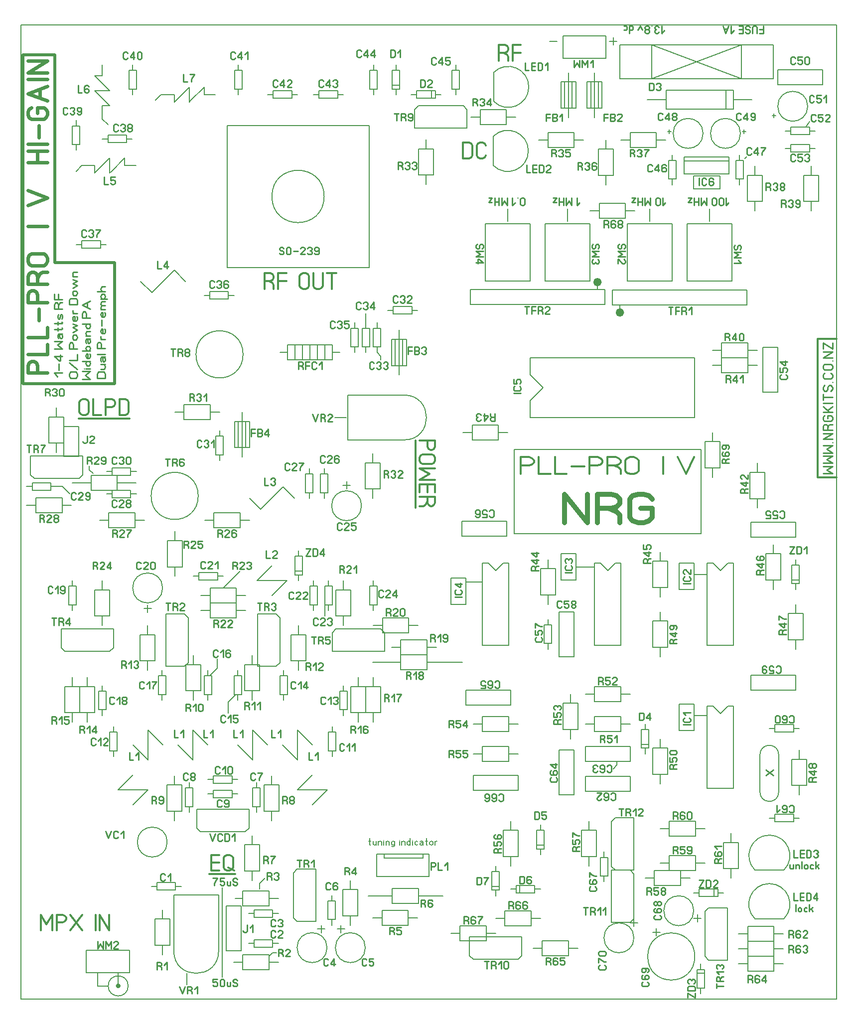
<source format=gbr>
%FSLAX32Y32*%
%MOMM*%
%LNSILKSCREEN1*%
G71*
G01*
%ADD10C, 0.20*%
%ADD11C, 0.22*%
%ADD12C, 0.33*%
%ADD13C, 0.36*%
%ADD14C, 0.86*%
%ADD15C, 0.55*%
%ADD16C, 0.59*%
%ADD17C, 0.24*%
%ADD18C, 0.30*%
%ADD19C, 0.21*%
%ADD20C, 0.29*%
%LPD*%
G54D10*
X0Y16550D02*
X13860Y16550D01*
X13860Y0D01*
X0Y0D01*
X0Y16550D01*
G54D10*
X8652Y10895D02*
X11446Y10895D01*
X11446Y9879D01*
X8652Y9879D01*
X8652Y10164D01*
X8874Y10387D01*
X8652Y10609D01*
X8652Y10895D01*
G54D11*
X8493Y10292D02*
X8369Y10292D01*
G54D11*
X8470Y10410D02*
X8485Y10401D01*
X8493Y10382D01*
X8493Y10364D01*
X8485Y10345D01*
X8470Y10336D01*
X8392Y10336D01*
X8376Y10345D01*
X8369Y10364D01*
X8369Y10382D01*
X8376Y10401D01*
X8392Y10410D01*
G54D11*
X8369Y10529D02*
X8369Y10454D01*
X8423Y10454D01*
X8423Y10464D01*
X8415Y10482D01*
X8415Y10501D01*
X8423Y10520D01*
X8439Y10529D01*
X8470Y10529D01*
X8485Y10520D01*
X8493Y10501D01*
X8493Y10482D01*
X8485Y10464D01*
X8470Y10454D01*
G54D10*
X7636Y12054D02*
X9922Y12054D01*
X9922Y11800D01*
X7636Y11800D01*
X7636Y12054D01*
G54D10*
X9795Y12054D02*
X9795Y12117D01*
G54D10*
G75*
G01X9859Y12181D02*
G03X9859Y12181I-64J0D01*
G01*
G36*
G75*
G01X9859Y12181D02*
G03X9859Y12181I-64J0D01*
G01*
G37*
X9859Y12181D01*
G54D11*
X8594Y11641D02*
X8594Y11765D01*
G54D11*
X8557Y11765D02*
X8631Y11765D01*
G54D11*
X8676Y11641D02*
X8676Y11765D01*
X8741Y11765D01*
G54D11*
X8676Y11703D02*
X8741Y11703D01*
G54D11*
X8822Y11703D02*
X8850Y11688D01*
X8859Y11672D01*
X8859Y11641D01*
G54D11*
X8785Y11641D02*
X8785Y11765D01*
X8831Y11765D01*
X8850Y11758D01*
X8859Y11742D01*
X8859Y11726D01*
X8850Y11711D01*
X8831Y11703D01*
X8785Y11703D01*
G54D11*
X8978Y11641D02*
X8904Y11641D01*
X8904Y11649D01*
X8913Y11664D01*
X8969Y11711D01*
X8978Y11726D01*
X8978Y11742D01*
X8969Y11758D01*
X8950Y11765D01*
X8932Y11765D01*
X8913Y11758D01*
X8904Y11742D01*
G54D10*
X10049Y12046D02*
X12335Y12046D01*
X12335Y11792D01*
X10049Y11792D01*
X10049Y12046D01*
G54D10*
X10176Y11792D02*
X10176Y11728D01*
G54D10*
G75*
G01X10240Y11665D02*
G03X10240Y11665I-64J0D01*
G01*
G36*
G75*
G01X10240Y11665D02*
G03X10240Y11665I-64J0D01*
G01*
G37*
X10240Y11665D01*
G54D11*
X11039Y11633D02*
X11039Y11757D01*
G54D11*
X11001Y11757D02*
X11076Y11757D01*
G54D11*
X11120Y11633D02*
X11120Y11757D01*
X11186Y11757D01*
G54D11*
X11120Y11695D02*
X11186Y11695D01*
G54D11*
X11267Y11695D02*
X11295Y11680D01*
X11304Y11664D01*
X11304Y11633D01*
G54D11*
X11229Y11633D02*
X11229Y11757D01*
X11276Y11757D01*
X11295Y11750D01*
X11304Y11734D01*
X11304Y11718D01*
X11295Y11703D01*
X11276Y11695D01*
X11229Y11695D01*
G54D11*
X11348Y11711D02*
X11395Y11757D01*
X11395Y11633D01*
G54D12*
X8200Y16076D02*
X8260Y16043D01*
X8280Y16010D01*
X8280Y15943D01*
G54D12*
X8120Y15943D02*
X8120Y16210D01*
X8220Y16210D01*
X8260Y16193D01*
X8280Y16160D01*
X8280Y16126D01*
X8260Y16093D01*
X8220Y16076D01*
X8120Y16076D01*
G54D12*
X8353Y15943D02*
X8353Y16210D01*
X8493Y16210D01*
G54D12*
X8353Y16076D02*
X8493Y16076D01*
G54D10*
G75*
G01X8032Y15252D02*
G03X8032Y15745I247J246D01*
G01*
G54D10*
X8032Y15745D02*
X8032Y15253D01*
G54D11*
X8565Y15909D02*
X8565Y15784D01*
X8630Y15784D01*
G54D11*
X8739Y15784D02*
X8674Y15784D01*
X8674Y15909D01*
X8739Y15909D01*
G54D11*
X8674Y15846D02*
X8739Y15846D01*
G54D11*
X8783Y15784D02*
X8783Y15909D01*
X8829Y15909D01*
X8848Y15901D01*
X8857Y15885D01*
X8857Y15808D01*
X8848Y15792D01*
X8829Y15784D01*
X8783Y15784D01*
G54D11*
X8902Y15862D02*
X8948Y15909D01*
X8948Y15784D01*
G54D12*
X7509Y14284D02*
X7509Y14551D01*
X7609Y14551D01*
X7649Y14534D01*
X7669Y14501D01*
X7669Y14334D01*
X7649Y14301D01*
X7609Y14284D01*
X7509Y14284D01*
G54D12*
X7902Y14334D02*
X7882Y14301D01*
X7842Y14284D01*
X7802Y14284D01*
X7762Y14301D01*
X7742Y14334D01*
X7742Y14501D01*
X7762Y14534D01*
X7802Y14551D01*
X7842Y14551D01*
X7882Y14534D01*
X7902Y14501D01*
G54D10*
G75*
G01X8024Y14164D02*
G03X8024Y14658I247J247D01*
G01*
G54D10*
X8025Y14657D02*
X8025Y14165D01*
G54D11*
X8588Y14170D02*
X8588Y14046D01*
X8654Y14046D01*
G54D11*
X8763Y14046D02*
X8697Y14046D01*
X8697Y14170D01*
X8763Y14170D01*
G54D11*
X8697Y14108D02*
X8763Y14108D01*
G54D11*
X8806Y14046D02*
X8806Y14170D01*
X8853Y14170D01*
X8872Y14163D01*
X8881Y14147D01*
X8881Y14069D01*
X8872Y14054D01*
X8853Y14046D01*
X8806Y14046D01*
G54D11*
X9000Y14046D02*
X8925Y14046D01*
X8925Y14054D01*
X8935Y14069D01*
X8991Y14116D01*
X9000Y14131D01*
X9000Y14147D01*
X8991Y14163D01*
X8972Y14170D01*
X8953Y14170D01*
X8935Y14163D01*
X8925Y14147D01*
G54D10*
X9938Y16367D02*
X9938Y15986D01*
X9208Y15986D01*
X9208Y16367D01*
X9938Y16367D01*
G54D10*
X10065Y16209D02*
X10065Y16336D01*
G54D10*
X10128Y16272D02*
X10001Y16272D01*
G54D10*
X9112Y16272D02*
X8985Y16272D01*
G54D11*
X9398Y15952D02*
X9398Y15828D01*
X9445Y15905D01*
X9491Y15828D01*
X9491Y15952D01*
G54D11*
X9535Y15828D02*
X9535Y15952D01*
X9582Y15874D01*
X9628Y15952D01*
X9628Y15828D01*
G54D11*
X9672Y15905D02*
X9719Y15952D01*
X9719Y15828D01*
G54D11*
X10930Y16456D02*
X10883Y16410D01*
X10883Y16534D01*
G54D11*
X10839Y16433D02*
X10830Y16417D01*
X10811Y16410D01*
X10792Y16410D01*
X10774Y16417D01*
X10764Y16433D01*
X10764Y16449D01*
X10774Y16464D01*
X10792Y16472D01*
X10774Y16480D01*
X10764Y16495D01*
X10764Y16511D01*
X10774Y16526D01*
X10792Y16534D01*
X10811Y16534D01*
X10830Y16526D01*
X10839Y16511D01*
G54D11*
X10720Y16534D02*
X10720Y16534D01*
G54D11*
X10629Y16472D02*
X10648Y16472D01*
X10667Y16464D01*
X10676Y16449D01*
X10676Y16433D01*
X10667Y16417D01*
X10648Y16410D01*
X10629Y16410D01*
X10611Y16417D01*
X10601Y16433D01*
X10601Y16449D01*
X10611Y16464D01*
X10629Y16472D01*
X10611Y16480D01*
X10601Y16495D01*
X10601Y16511D01*
X10611Y16526D01*
X10629Y16534D01*
X10648Y16534D01*
X10667Y16526D01*
X10676Y16511D01*
X10676Y16495D01*
X10667Y16480D01*
X10648Y16472D01*
G54D11*
X10557Y16464D02*
X10520Y16534D01*
X10482Y16464D01*
G54D11*
X10336Y16534D02*
X10336Y16410D01*
G54D11*
X10336Y16484D02*
X10345Y16469D01*
X10364Y16464D01*
X10383Y16469D01*
X10392Y16484D01*
X10392Y16515D01*
X10383Y16531D01*
X10364Y16534D01*
X10345Y16531D01*
X10336Y16515D01*
G54D11*
X10245Y16469D02*
X10264Y16464D01*
X10283Y16469D01*
X10292Y16484D01*
X10292Y16515D01*
X10283Y16531D01*
X10264Y16534D01*
X10245Y16531D01*
G54D10*
X10176Y16209D02*
X10176Y15637D01*
X12779Y15637D01*
X12779Y16209D01*
X10176Y16209D01*
G54D10*
X10716Y16209D02*
X10716Y15637D01*
G54D10*
X12240Y16209D02*
X12240Y15637D01*
G54D10*
X12240Y16209D02*
X10716Y15637D01*
G54D10*
X10716Y16209D02*
X12240Y15637D01*
G54D11*
X12613Y16534D02*
X12613Y16410D01*
X12547Y16410D01*
G54D11*
X12613Y16472D02*
X12547Y16472D01*
G54D11*
X12504Y16410D02*
X12504Y16511D01*
X12494Y16526D01*
X12476Y16534D01*
X12457Y16534D01*
X12438Y16526D01*
X12429Y16511D01*
X12429Y16410D01*
G54D11*
X12385Y16511D02*
X12375Y16526D01*
X12357Y16534D01*
X12338Y16534D01*
X12319Y16526D01*
X12310Y16511D01*
X12310Y16495D01*
X12319Y16480D01*
X12338Y16472D01*
X12357Y16472D01*
X12375Y16464D01*
X12385Y16449D01*
X12385Y16433D01*
X12375Y16417D01*
X12357Y16410D01*
X12338Y16410D01*
X12319Y16417D01*
X12310Y16433D01*
G54D11*
X12200Y16534D02*
X12266Y16534D01*
X12266Y16410D01*
X12200Y16410D01*
G54D11*
X12266Y16472D02*
X12200Y16472D01*
G54D11*
X12111Y16456D02*
X12064Y16410D01*
X12064Y16534D01*
G54D11*
X12020Y16534D02*
X11973Y16410D01*
X11926Y16534D01*
G54D11*
X12001Y16487D02*
X11945Y16487D01*
G54D10*
X12105Y15121D02*
X10962Y15121D01*
X10962Y15280D01*
X10962Y15439D01*
X12105Y15439D01*
X12105Y15121D01*
G54D10*
X12422Y15280D02*
X12105Y15280D01*
G54D10*
X10962Y15280D02*
X10644Y15280D01*
G54D10*
X11978Y15439D02*
X11978Y15121D01*
G54D11*
X10676Y15439D02*
X10676Y15563D01*
X10723Y15563D01*
X10741Y15555D01*
X10751Y15540D01*
X10751Y15462D01*
X10741Y15447D01*
X10723Y15439D01*
X10676Y15439D01*
G54D11*
X10795Y15540D02*
X10804Y15555D01*
X10823Y15563D01*
X10842Y15563D01*
X10860Y15555D01*
X10870Y15540D01*
X10870Y15524D01*
X10860Y15509D01*
X10842Y15501D01*
X10860Y15493D01*
X10870Y15478D01*
X10870Y15462D01*
X10860Y15447D01*
X10842Y15439D01*
X10823Y15439D01*
X10804Y15447D01*
X10795Y15462D01*
G54D10*
X12859Y15788D02*
X13621Y15788D01*
X13621Y15661D01*
X13621Y15534D01*
X12859Y15534D01*
X12859Y15788D01*
G54D11*
X13156Y15907D02*
X13146Y15891D01*
X13128Y15883D01*
X13109Y15883D01*
X13090Y15891D01*
X13081Y15907D01*
X13081Y15984D01*
X13090Y16000D01*
X13109Y16008D01*
X13128Y16008D01*
X13146Y16000D01*
X13156Y15984D01*
G54D11*
X13275Y16008D02*
X13200Y16008D01*
X13200Y15953D01*
X13209Y15953D01*
X13228Y15961D01*
X13247Y15961D01*
X13265Y15953D01*
X13275Y15938D01*
X13275Y15907D01*
X13265Y15891D01*
X13247Y15883D01*
X13228Y15883D01*
X13209Y15891D01*
X13200Y15907D01*
G54D11*
X13394Y15984D02*
X13394Y15907D01*
X13384Y15891D01*
X13366Y15883D01*
X13347Y15883D01*
X13328Y15891D01*
X13319Y15907D01*
X13319Y15984D01*
X13328Y16000D01*
X13347Y16008D01*
X13366Y16008D01*
X13384Y16000D01*
X13394Y15984D01*
G54D11*
X13473Y15256D02*
X13464Y15240D01*
X13445Y15232D01*
X13426Y15232D01*
X13408Y15240D01*
X13398Y15256D01*
X13398Y15333D01*
X13408Y15349D01*
X13426Y15357D01*
X13445Y15357D01*
X13464Y15349D01*
X13473Y15333D01*
G54D11*
X13592Y15357D02*
X13518Y15357D01*
X13518Y15302D01*
X13527Y15302D01*
X13546Y15310D01*
X13564Y15310D01*
X13583Y15302D01*
X13592Y15287D01*
X13592Y15256D01*
X13583Y15240D01*
X13564Y15232D01*
X13546Y15232D01*
X13527Y15240D01*
X13518Y15256D01*
G54D11*
X13636Y15310D02*
X13683Y15357D01*
X13683Y15232D01*
G54D10*
X12795Y15042D02*
X12795Y14978D01*
X12795Y15010D01*
X12827Y15010D01*
X12764Y15010D01*
G54D10*
G75*
G01X13367Y15169D02*
G03X13367Y15169I-254J0D01*
G01*
G54D10*
X13398Y14685D02*
X13081Y14685D01*
X13081Y14748D01*
X13081Y14812D01*
X13398Y14812D01*
X13398Y14685D01*
G54D10*
X13081Y14748D02*
X12986Y14748D01*
G54D10*
X13494Y14748D02*
X13398Y14748D01*
G54D11*
X13505Y14930D02*
X13496Y14915D01*
X13477Y14907D01*
X13458Y14907D01*
X13440Y14915D01*
X13430Y14930D01*
X13430Y15008D01*
X13440Y15024D01*
X13458Y15031D01*
X13477Y15031D01*
X13496Y15024D01*
X13505Y15008D01*
G54D11*
X13624Y15031D02*
X13549Y15031D01*
X13549Y14977D01*
X13559Y14977D01*
X13577Y14985D01*
X13596Y14985D01*
X13615Y14977D01*
X13624Y14961D01*
X13624Y14930D01*
X13615Y14915D01*
X13596Y14907D01*
X13577Y14907D01*
X13559Y14915D01*
X13549Y14930D01*
G54D11*
X13743Y14907D02*
X13668Y14907D01*
X13668Y14915D01*
X13678Y14930D01*
X13734Y14977D01*
X13743Y14992D01*
X13743Y15008D01*
X13734Y15024D01*
X13715Y15031D01*
X13696Y15031D01*
X13678Y15024D01*
X13668Y15008D01*
G54D10*
X13398Y14907D02*
X13335Y14812D01*
G54D10*
X13398Y14391D02*
X13081Y14391D01*
X13081Y14454D01*
X13081Y14518D01*
X13398Y14518D01*
X13398Y14391D01*
G54D10*
X12986Y14454D02*
X13081Y14454D01*
G54D10*
X13398Y14454D02*
X13494Y14454D01*
G54D11*
X13156Y14256D02*
X13146Y14240D01*
X13128Y14232D01*
X13109Y14232D01*
X13090Y14240D01*
X13081Y14256D01*
X13081Y14333D01*
X13090Y14349D01*
X13109Y14357D01*
X13128Y14357D01*
X13146Y14349D01*
X13156Y14333D01*
G54D11*
X13275Y14357D02*
X13200Y14357D01*
X13200Y14302D01*
X13209Y14302D01*
X13228Y14310D01*
X13247Y14310D01*
X13265Y14302D01*
X13275Y14287D01*
X13275Y14256D01*
X13265Y14240D01*
X13247Y14232D01*
X13228Y14232D01*
X13209Y14240D01*
X13200Y14256D01*
G54D11*
X13319Y14333D02*
X13328Y14349D01*
X13347Y14357D01*
X13366Y14357D01*
X13384Y14349D01*
X13394Y14333D01*
X13394Y14318D01*
X13384Y14302D01*
X13366Y14294D01*
X13384Y14287D01*
X13394Y14271D01*
X13394Y14256D01*
X13384Y14240D01*
X13366Y14232D01*
X13347Y14232D01*
X13328Y14240D01*
X13319Y14256D01*
G54D10*
X13557Y13994D02*
X13557Y13550D01*
X13430Y13550D01*
X13303Y13550D01*
X13303Y13994D01*
X13557Y13994D01*
G54D10*
X13430Y13391D02*
X13430Y13550D01*
G54D10*
X13430Y13994D02*
X13430Y14153D01*
G54D11*
X12960Y13517D02*
X12988Y13501D01*
X12997Y13485D01*
X12997Y13454D01*
G54D11*
X12922Y13454D02*
X12922Y13579D01*
X12969Y13579D01*
X12988Y13571D01*
X12997Y13555D01*
X12997Y13540D01*
X12988Y13524D01*
X12969Y13517D01*
X12922Y13517D01*
G54D11*
X13041Y13555D02*
X13051Y13571D01*
X13069Y13579D01*
X13088Y13579D01*
X13107Y13571D01*
X13116Y13555D01*
X13116Y13540D01*
X13107Y13524D01*
X13088Y13517D01*
X13107Y13509D01*
X13116Y13493D01*
X13116Y13478D01*
X13107Y13462D01*
X13088Y13454D01*
X13069Y13454D01*
X13051Y13462D01*
X13041Y13478D01*
G54D11*
X13160Y13478D02*
X13170Y13462D01*
X13188Y13454D01*
X13207Y13454D01*
X13226Y13462D01*
X13235Y13478D01*
X13235Y13517D01*
X13235Y13524D01*
X13207Y13509D01*
X13188Y13509D01*
X13170Y13517D01*
X13160Y13532D01*
X13160Y13555D01*
X13170Y13571D01*
X13188Y13579D01*
X13207Y13579D01*
X13226Y13571D01*
X13235Y13555D01*
X13235Y13517D01*
G54D10*
X12597Y13994D02*
X12597Y13550D01*
X12470Y13550D01*
X12343Y13550D01*
X12343Y13994D01*
X12597Y13994D01*
G54D10*
X12470Y14153D02*
X12470Y13994D01*
G54D10*
X12470Y13550D02*
X12470Y13391D01*
G54D11*
X12698Y13802D02*
X12726Y13787D01*
X12735Y13771D01*
X12735Y13740D01*
G54D11*
X12660Y13740D02*
X12660Y13865D01*
X12707Y13865D01*
X12726Y13857D01*
X12735Y13841D01*
X12735Y13826D01*
X12726Y13810D01*
X12707Y13802D01*
X12660Y13802D01*
G54D11*
X12779Y13841D02*
X12789Y13857D01*
X12807Y13865D01*
X12826Y13865D01*
X12845Y13857D01*
X12854Y13841D01*
X12854Y13826D01*
X12845Y13810D01*
X12826Y13802D01*
X12845Y13795D01*
X12854Y13779D01*
X12854Y13763D01*
X12845Y13748D01*
X12826Y13740D01*
X12807Y13740D01*
X12789Y13748D01*
X12779Y13763D01*
G54D11*
X12945Y13802D02*
X12926Y13802D01*
X12908Y13810D01*
X12898Y13826D01*
X12898Y13841D01*
X12908Y13857D01*
X12926Y13865D01*
X12945Y13865D01*
X12964Y13857D01*
X12973Y13841D01*
X12973Y13826D01*
X12964Y13810D01*
X12945Y13802D01*
X12964Y13795D01*
X12973Y13779D01*
X12973Y13763D01*
X12964Y13748D01*
X12945Y13740D01*
X12926Y13740D01*
X12908Y13748D01*
X12898Y13763D01*
X12898Y13779D01*
X12908Y13795D01*
X12926Y13802D01*
G54D10*
X12271Y14248D02*
X12271Y13931D01*
X12208Y13931D01*
X12144Y13931D01*
X12144Y14248D01*
X12271Y14248D01*
G54D11*
X12410Y14367D02*
X12400Y14351D01*
X12382Y14343D01*
X12363Y14343D01*
X12344Y14351D01*
X12335Y14367D01*
X12335Y14444D01*
X12344Y14460D01*
X12363Y14468D01*
X12382Y14468D01*
X12400Y14460D01*
X12410Y14444D01*
G54D11*
X12510Y14343D02*
X12510Y14468D01*
X12454Y14390D01*
X12454Y14374D01*
X12529Y14374D01*
G54D11*
X12573Y14468D02*
X12648Y14468D01*
X12638Y14452D01*
X12620Y14429D01*
X12601Y14398D01*
X12592Y14374D01*
X12592Y14343D01*
G54D10*
X12303Y14280D02*
X12335Y14312D01*
G54D10*
X12208Y13931D02*
X12208Y13835D01*
G54D10*
X12208Y14343D02*
X12208Y14248D01*
G54D10*
X11874Y13764D02*
X11430Y13764D01*
X11430Y13891D01*
X11430Y13986D01*
X11652Y13986D01*
X11874Y13986D01*
X11874Y13764D01*
G54D11*
X11525Y13827D02*
X11525Y13952D01*
G54D11*
X11644Y13851D02*
X11635Y13835D01*
X11616Y13827D01*
X11597Y13827D01*
X11579Y13835D01*
X11569Y13851D01*
X11569Y13929D01*
X11579Y13944D01*
X11597Y13952D01*
X11616Y13952D01*
X11635Y13944D01*
X11644Y13929D01*
G54D11*
X11763Y13929D02*
X11754Y13944D01*
X11735Y13952D01*
X11716Y13952D01*
X11698Y13944D01*
X11688Y13929D01*
X11688Y13890D01*
X11688Y13882D01*
X11716Y13897D01*
X11735Y13897D01*
X11754Y13890D01*
X11763Y13874D01*
X11763Y13851D01*
X11754Y13835D01*
X11735Y13827D01*
X11716Y13827D01*
X11698Y13835D01*
X11688Y13851D01*
X11688Y13890D01*
G54D10*
X12033Y14018D02*
X11271Y14018D01*
X11271Y14145D01*
X11271Y14304D01*
X12033Y14304D01*
X12033Y14018D01*
G54D10*
X11271Y14240D02*
X12033Y14240D01*
G54D11*
X12235Y14954D02*
X12226Y14939D01*
X12207Y14931D01*
X12188Y14931D01*
X12170Y14939D01*
X12160Y14954D01*
X12160Y15032D01*
X12170Y15047D01*
X12188Y15055D01*
X12207Y15055D01*
X12226Y15047D01*
X12235Y15032D01*
G54D11*
X12335Y14931D02*
X12335Y15055D01*
X12279Y14977D01*
X12279Y14962D01*
X12354Y14962D01*
G54D11*
X12398Y14954D02*
X12408Y14939D01*
X12426Y14931D01*
X12445Y14931D01*
X12464Y14939D01*
X12473Y14954D01*
X12473Y14993D01*
X12473Y15001D01*
X12445Y14985D01*
X12426Y14985D01*
X12408Y14993D01*
X12398Y15009D01*
X12398Y15032D01*
X12408Y15047D01*
X12426Y15055D01*
X12445Y15055D01*
X12464Y15047D01*
X12473Y15032D01*
X12473Y14993D01*
G54D10*
X12287Y14772D02*
X12287Y14708D01*
X12287Y14740D01*
X12319Y14740D01*
X12256Y14740D01*
G54D10*
G75*
G01X12224Y14708D02*
G03X12224Y14708I-254J0D01*
G01*
G54D11*
X10901Y14954D02*
X10892Y14939D01*
X10873Y14931D01*
X10855Y14931D01*
X10836Y14939D01*
X10827Y14954D01*
X10827Y15032D01*
X10836Y15047D01*
X10855Y15055D01*
X10873Y15055D01*
X10892Y15047D01*
X10901Y15032D01*
G54D11*
X11002Y14931D02*
X11002Y15055D01*
X10946Y14977D01*
X10946Y14962D01*
X11020Y14962D01*
G54D11*
X11111Y14993D02*
X11093Y14993D01*
X11074Y15001D01*
X11065Y15016D01*
X11065Y15032D01*
X11074Y15047D01*
X11093Y15055D01*
X11111Y15055D01*
X11130Y15047D01*
X11139Y15032D01*
X11139Y15016D01*
X11130Y15001D01*
X11111Y14993D01*
X11130Y14985D01*
X11139Y14970D01*
X11139Y14954D01*
X11130Y14939D01*
X11111Y14931D01*
X11093Y14931D01*
X11074Y14939D01*
X11065Y14954D01*
X11065Y14970D01*
X11074Y14985D01*
X11093Y14993D01*
G54D10*
X11017Y14772D02*
X11017Y14708D01*
X11017Y14740D01*
X11049Y14740D01*
X10986Y14740D01*
G54D10*
G75*
G01X11589Y14708D02*
G03X11589Y14708I-254J0D01*
G01*
G54D10*
X10350Y14724D02*
X10795Y14724D01*
X10795Y14597D01*
X10795Y14470D01*
X10350Y14470D01*
X10350Y14724D01*
G54D11*
X10388Y14374D02*
X10416Y14358D01*
X10425Y14343D01*
X10425Y14312D01*
G54D11*
X10350Y14312D02*
X10350Y14436D01*
X10397Y14436D01*
X10416Y14428D01*
X10425Y14413D01*
X10425Y14397D01*
X10416Y14382D01*
X10397Y14374D01*
X10350Y14374D01*
G54D11*
X10470Y14413D02*
X10479Y14428D01*
X10498Y14436D01*
X10516Y14436D01*
X10535Y14428D01*
X10544Y14413D01*
X10544Y14397D01*
X10535Y14382D01*
X10516Y14374D01*
X10535Y14366D01*
X10544Y14351D01*
X10544Y14335D01*
X10535Y14319D01*
X10516Y14312D01*
X10498Y14312D01*
X10479Y14319D01*
X10470Y14335D01*
G54D11*
X10588Y14436D02*
X10663Y14436D01*
X10654Y14421D01*
X10635Y14397D01*
X10616Y14366D01*
X10607Y14343D01*
X10607Y14312D01*
G54D10*
X10795Y14597D02*
X10954Y14597D01*
G54D10*
X10350Y14597D02*
X10192Y14597D01*
G54D10*
X11128Y14248D02*
X11128Y13931D01*
X11065Y13931D01*
X11001Y13931D01*
X11001Y14248D01*
X11128Y14248D01*
G54D11*
X10727Y14081D02*
X10717Y14065D01*
X10699Y14058D01*
X10680Y14058D01*
X10661Y14065D01*
X10652Y14081D01*
X10652Y14159D01*
X10661Y14174D01*
X10680Y14182D01*
X10699Y14182D01*
X10717Y14174D01*
X10727Y14159D01*
G54D11*
X10827Y14058D02*
X10827Y14182D01*
X10771Y14104D01*
X10771Y14089D01*
X10846Y14089D01*
G54D11*
X10965Y14159D02*
X10955Y14174D01*
X10937Y14182D01*
X10918Y14182D01*
X10899Y14174D01*
X10890Y14159D01*
X10890Y14120D01*
X10890Y14112D01*
X10918Y14128D01*
X10937Y14128D01*
X10955Y14120D01*
X10965Y14104D01*
X10965Y14081D01*
X10955Y14065D01*
X10937Y14058D01*
X10918Y14058D01*
X10899Y14065D01*
X10890Y14081D01*
X10890Y14120D01*
G54D10*
X11065Y14248D02*
X11065Y14343D01*
G54D10*
X11065Y13931D02*
X11065Y13835D01*
G54D10*
X10065Y14439D02*
X10065Y13994D01*
X9938Y13994D01*
X9811Y13994D01*
X9811Y14439D01*
X10065Y14439D01*
G54D11*
X9499Y14152D02*
X9527Y14136D01*
X9536Y14120D01*
X9536Y14089D01*
G54D11*
X9462Y14089D02*
X9462Y14214D01*
X9508Y14214D01*
X9527Y14206D01*
X9536Y14190D01*
X9536Y14175D01*
X9527Y14159D01*
X9508Y14152D01*
X9462Y14152D01*
G54D11*
X9580Y14190D02*
X9590Y14206D01*
X9608Y14214D01*
X9627Y14214D01*
X9646Y14206D01*
X9655Y14190D01*
X9655Y14175D01*
X9646Y14159D01*
X9627Y14152D01*
X9646Y14144D01*
X9655Y14128D01*
X9655Y14113D01*
X9646Y14097D01*
X9627Y14089D01*
X9608Y14089D01*
X9590Y14097D01*
X9580Y14113D01*
G54D11*
X9774Y14190D02*
X9765Y14206D01*
X9746Y14214D01*
X9728Y14214D01*
X9709Y14206D01*
X9700Y14190D01*
X9700Y14152D01*
X9700Y14144D01*
X9728Y14159D01*
X9746Y14159D01*
X9765Y14152D01*
X9774Y14136D01*
X9774Y14113D01*
X9765Y14097D01*
X9746Y14089D01*
X9728Y14089D01*
X9709Y14097D01*
X9700Y14113D01*
X9700Y14152D01*
G54D10*
X9938Y14597D02*
X9938Y14439D01*
G54D10*
X9938Y13994D02*
X9938Y13835D01*
G54D10*
X9874Y15582D02*
X9874Y15137D01*
X9747Y15137D01*
X9620Y15137D01*
X9620Y15582D01*
X9874Y15582D01*
G54D10*
X9684Y15137D02*
X9684Y15582D01*
G54D10*
X9747Y15582D02*
X9747Y15137D01*
G54D10*
X9811Y15137D02*
X9811Y15582D01*
G54D11*
X9906Y14915D02*
X9906Y15039D01*
X9971Y15039D01*
G54D11*
X9906Y14977D02*
X9971Y14977D01*
G54D11*
X10015Y14915D02*
X10015Y15039D01*
X10062Y15039D01*
X10080Y15032D01*
X10090Y15016D01*
X10090Y15000D01*
X10080Y14985D01*
X10062Y14977D01*
X10080Y14969D01*
X10090Y14954D01*
X10090Y14938D01*
X10080Y14923D01*
X10062Y14915D01*
X10015Y14915D01*
G54D11*
X10015Y14977D02*
X10062Y14977D01*
G54D11*
X10209Y14915D02*
X10134Y14915D01*
X10134Y14923D01*
X10143Y14938D01*
X10199Y14985D01*
X10209Y15000D01*
X10209Y15016D01*
X10199Y15032D01*
X10181Y15039D01*
X10162Y15039D01*
X10143Y15032D01*
X10134Y15016D01*
G54D10*
X9747Y15137D02*
X9747Y14978D01*
G54D10*
X9747Y15740D02*
X9747Y15582D01*
G54D10*
X9430Y15582D02*
X9430Y15137D01*
X9303Y15137D01*
X9176Y15137D01*
X9176Y15582D01*
X9430Y15582D01*
G54D10*
X9239Y15582D02*
X9239Y15137D01*
G54D10*
X9303Y15137D02*
X9303Y15582D01*
G54D10*
X9366Y15582D02*
X9366Y15137D01*
G54D11*
X8922Y14915D02*
X8922Y15039D01*
X8987Y15039D01*
G54D11*
X8922Y14977D02*
X8987Y14977D01*
G54D11*
X9031Y14915D02*
X9031Y15039D01*
X9077Y15039D01*
X9096Y15032D01*
X9105Y15016D01*
X9105Y15000D01*
X9096Y14985D01*
X9077Y14977D01*
X9096Y14969D01*
X9105Y14954D01*
X9105Y14938D01*
X9096Y14923D01*
X9077Y14915D01*
X9031Y14915D01*
G54D11*
X9031Y14977D02*
X9077Y14977D01*
G54D11*
X9150Y14993D02*
X9196Y15039D01*
X9196Y14915D01*
G54D10*
X9303Y15740D02*
X9303Y15582D01*
G54D10*
X9303Y15137D02*
X9303Y14978D01*
G54D10*
X8954Y14724D02*
X9398Y14724D01*
X9398Y14597D01*
X9398Y14470D01*
X8954Y14470D01*
X8954Y14724D01*
G54D11*
X9054Y14374D02*
X9082Y14358D01*
X9092Y14343D01*
X9092Y14312D01*
G54D11*
X9017Y14312D02*
X9017Y14436D01*
X9064Y14436D01*
X9082Y14428D01*
X9092Y14413D01*
X9092Y14397D01*
X9082Y14382D01*
X9064Y14374D01*
X9017Y14374D01*
G54D11*
X9136Y14413D02*
X9145Y14428D01*
X9164Y14436D01*
X9183Y14436D01*
X9201Y14428D01*
X9211Y14413D01*
X9211Y14397D01*
X9201Y14382D01*
X9183Y14374D01*
X9201Y14366D01*
X9211Y14351D01*
X9211Y14335D01*
X9201Y14319D01*
X9183Y14312D01*
X9164Y14312D01*
X9145Y14319D01*
X9136Y14335D01*
G54D11*
X9330Y14436D02*
X9255Y14436D01*
X9255Y14382D01*
X9264Y14382D01*
X9283Y14389D01*
X9302Y14389D01*
X9320Y14382D01*
X9330Y14366D01*
X9330Y14335D01*
X9320Y14319D01*
X9302Y14312D01*
X9283Y14312D01*
X9264Y14319D01*
X9255Y14335D01*
G54D10*
X9398Y14597D02*
X9557Y14597D01*
G54D10*
X8954Y14597D02*
X8795Y14597D01*
G54D10*
X7803Y15113D02*
X8247Y15113D01*
X8247Y14986D01*
X8247Y14859D01*
X7803Y14859D01*
X7803Y15113D01*
G54D11*
X7713Y15239D02*
X7741Y15223D01*
X7750Y15208D01*
X7750Y15177D01*
G54D11*
X7676Y15177D02*
X7676Y15301D01*
X7722Y15301D01*
X7741Y15293D01*
X7750Y15278D01*
X7750Y15262D01*
X7741Y15247D01*
X7722Y15239D01*
X7676Y15239D01*
G54D11*
X7795Y15278D02*
X7804Y15293D01*
X7823Y15301D01*
X7841Y15301D01*
X7860Y15293D01*
X7869Y15278D01*
X7869Y15262D01*
X7860Y15247D01*
X7841Y15239D01*
X7860Y15231D01*
X7869Y15216D01*
X7869Y15200D01*
X7860Y15185D01*
X7841Y15177D01*
X7823Y15177D01*
X7804Y15185D01*
X7795Y15200D01*
G54D11*
X7970Y15177D02*
X7970Y15301D01*
X7914Y15223D01*
X7914Y15208D01*
X7988Y15208D01*
G54D10*
X7644Y14986D02*
X7803Y14986D01*
G54D10*
X8247Y14986D02*
X8406Y14986D01*
G54D10*
X6755Y15177D02*
X6691Y15113D01*
X6691Y14796D01*
X7580Y14796D01*
X7580Y15113D01*
X7517Y15177D01*
X6755Y15177D01*
G54D11*
X6379Y14923D02*
X6379Y15047D01*
G54D11*
X6342Y15047D02*
X6417Y15047D01*
G54D11*
X6498Y14985D02*
X6526Y14969D01*
X6536Y14954D01*
X6536Y14923D01*
G54D11*
X6461Y14923D02*
X6461Y15047D01*
X6508Y15047D01*
X6526Y15039D01*
X6536Y15024D01*
X6536Y15008D01*
X6526Y14993D01*
X6508Y14985D01*
X6461Y14985D01*
G54D11*
X6580Y14946D02*
X6589Y14931D01*
X6608Y14923D01*
X6627Y14923D01*
X6645Y14931D01*
X6655Y14946D01*
X6655Y14985D01*
X6655Y14993D01*
X6627Y14977D01*
X6608Y14977D01*
X6589Y14985D01*
X6580Y15001D01*
X6580Y15024D01*
X6589Y15039D01*
X6608Y15047D01*
X6627Y15047D01*
X6645Y15039D01*
X6655Y15024D01*
X6655Y14985D01*
G54D10*
X6724Y15431D02*
X7041Y15431D01*
X7041Y15367D01*
X7041Y15304D01*
X6724Y15304D01*
X6724Y15431D01*
G54D10*
X6978Y15304D02*
X6978Y15431D01*
G54D10*
X6724Y15367D02*
X6628Y15367D01*
G54D10*
X7041Y15367D02*
X7136Y15367D01*
G54D11*
X6787Y15494D02*
X6787Y15619D01*
X6833Y15619D01*
X6852Y15611D01*
X6861Y15595D01*
X6861Y15518D01*
X6852Y15502D01*
X6833Y15494D01*
X6787Y15494D01*
G54D11*
X6980Y15494D02*
X6906Y15494D01*
X6906Y15502D01*
X6915Y15518D01*
X6971Y15564D01*
X6980Y15580D01*
X6980Y15595D01*
X6971Y15611D01*
X6952Y15619D01*
X6934Y15619D01*
X6915Y15611D01*
X6906Y15595D01*
G54D10*
X7453Y15780D02*
X7453Y15463D01*
X7390Y15463D01*
X7326Y15463D01*
X7326Y15780D01*
X7453Y15780D01*
G54D10*
X7390Y15875D02*
X7390Y15780D01*
G54D10*
X7390Y15463D02*
X7390Y15367D01*
G54D11*
X7052Y15899D02*
X7042Y15883D01*
X7024Y15875D01*
X7005Y15875D01*
X6986Y15883D01*
X6977Y15899D01*
X6977Y15976D01*
X6986Y15992D01*
X7005Y16000D01*
X7024Y16000D01*
X7042Y15992D01*
X7052Y15976D01*
G54D11*
X7152Y15875D02*
X7152Y16000D01*
X7096Y15922D01*
X7096Y15906D01*
X7171Y15906D01*
G54D11*
X7290Y16000D02*
X7215Y16000D01*
X7215Y15945D01*
X7224Y15945D01*
X7243Y15953D01*
X7262Y15953D01*
X7280Y15945D01*
X7290Y15930D01*
X7290Y15899D01*
X7280Y15883D01*
X7262Y15875D01*
X7243Y15875D01*
X7224Y15883D01*
X7215Y15899D01*
G54D10*
X6437Y15780D02*
X6437Y15463D01*
X6374Y15463D01*
X6310Y15463D01*
X6310Y15780D01*
X6437Y15780D01*
G54D10*
X6310Y15526D02*
X6437Y15526D01*
G54D10*
X6374Y15875D02*
X6374Y15780D01*
G54D10*
X6374Y15463D02*
X6374Y15367D01*
G54D11*
X6279Y16002D02*
X6279Y16127D01*
X6325Y16127D01*
X6344Y16119D01*
X6353Y16103D01*
X6353Y16026D01*
X6344Y16010D01*
X6325Y16002D01*
X6279Y16002D01*
G54D11*
X6398Y16080D02*
X6444Y16127D01*
X6444Y16002D01*
G54D10*
X6056Y15780D02*
X6056Y15463D01*
X5993Y15463D01*
X5929Y15463D01*
X5929Y15780D01*
X6056Y15780D01*
G54D10*
X5993Y15875D02*
X5993Y15780D01*
G54D10*
X5993Y15463D02*
X5993Y15367D01*
G54D11*
X5782Y16026D02*
X5772Y16010D01*
X5754Y16002D01*
X5735Y16002D01*
X5716Y16010D01*
X5707Y16026D01*
X5707Y16103D01*
X5716Y16119D01*
X5735Y16127D01*
X5754Y16127D01*
X5772Y16119D01*
X5782Y16103D01*
G54D11*
X5882Y16002D02*
X5882Y16127D01*
X5826Y16049D01*
X5826Y16033D01*
X5901Y16033D01*
G54D11*
X6001Y16002D02*
X6001Y16127D01*
X5945Y16049D01*
X5945Y16033D01*
X6020Y16033D01*
G54D10*
X5382Y15304D02*
X5064Y15304D01*
X5064Y15367D01*
X5064Y15431D01*
X5382Y15431D01*
X5382Y15304D01*
G54D10*
X4969Y15367D02*
X5064Y15367D01*
G54D10*
X5382Y15367D02*
X5477Y15367D01*
G54D11*
X5139Y15518D02*
X5129Y15502D01*
X5111Y15494D01*
X5092Y15494D01*
X5073Y15502D01*
X5064Y15518D01*
X5064Y15595D01*
X5073Y15611D01*
X5092Y15619D01*
X5111Y15619D01*
X5129Y15611D01*
X5139Y15595D01*
G54D11*
X5239Y15494D02*
X5239Y15619D01*
X5183Y15541D01*
X5183Y15525D01*
X5258Y15525D01*
G54D11*
X5302Y15595D02*
X5311Y15611D01*
X5330Y15619D01*
X5349Y15619D01*
X5367Y15611D01*
X5377Y15595D01*
X5377Y15580D01*
X5367Y15564D01*
X5349Y15557D01*
X5367Y15549D01*
X5377Y15533D01*
X5377Y15518D01*
X5367Y15502D01*
X5349Y15494D01*
X5330Y15494D01*
X5311Y15502D01*
X5302Y15518D01*
G54D10*
X4604Y15304D02*
X4286Y15304D01*
X4286Y15367D01*
X4286Y15431D01*
X4604Y15431D01*
X4604Y15304D01*
G54D10*
X4699Y15367D02*
X4604Y15367D01*
G54D10*
X4191Y15367D02*
X4286Y15367D01*
G54D11*
X4361Y15518D02*
X4352Y15502D01*
X4333Y15494D01*
X4314Y15494D01*
X4296Y15502D01*
X4286Y15518D01*
X4286Y15595D01*
X4296Y15611D01*
X4314Y15619D01*
X4333Y15619D01*
X4352Y15611D01*
X4361Y15595D01*
G54D11*
X4461Y15494D02*
X4461Y15619D01*
X4405Y15541D01*
X4405Y15525D01*
X4480Y15525D01*
G54D11*
X4599Y15494D02*
X4524Y15494D01*
X4524Y15502D01*
X4534Y15518D01*
X4590Y15564D01*
X4599Y15580D01*
X4599Y15595D01*
X4590Y15611D01*
X4571Y15619D01*
X4552Y15619D01*
X4534Y15611D01*
X4524Y15595D01*
G54D10*
X3754Y15780D02*
X3754Y15463D01*
X3691Y15463D01*
X3627Y15463D01*
X3627Y15780D01*
X3754Y15780D01*
G54D10*
X3691Y15875D02*
X3691Y15780D01*
G54D10*
X3691Y15463D02*
X3691Y15367D01*
G54D11*
X3639Y15994D02*
X3629Y15978D01*
X3611Y15971D01*
X3592Y15971D01*
X3573Y15978D01*
X3564Y15994D01*
X3564Y16072D01*
X3573Y16087D01*
X3592Y16095D01*
X3611Y16095D01*
X3629Y16087D01*
X3639Y16072D01*
G54D11*
X3739Y15971D02*
X3739Y16095D01*
X3683Y16017D01*
X3683Y16002D01*
X3758Y16002D01*
G54D11*
X3802Y16048D02*
X3849Y16095D01*
X3849Y15971D01*
G54D10*
X3302Y15367D02*
X3112Y15367D01*
X3112Y15494D01*
G54D10*
X3112Y15494D02*
X2889Y15272D01*
G54D10*
X2889Y15272D02*
X2858Y15240D01*
X2858Y15494D01*
X2604Y15240D01*
X2604Y15367D01*
X2476Y15367D01*
X2381Y15367D01*
X2286Y15272D01*
G54D11*
X2762Y15714D02*
X2762Y15590D01*
X2828Y15590D01*
G54D11*
X2871Y15714D02*
X2946Y15714D01*
X2937Y15698D01*
X2918Y15675D01*
X2899Y15644D01*
X2890Y15621D01*
X2890Y15590D01*
G54D10*
X1961Y15780D02*
X1961Y15463D01*
X1897Y15463D01*
X1834Y15463D01*
X1834Y15780D01*
X1961Y15780D01*
G54D10*
X1897Y15875D02*
X1897Y15780D01*
G54D10*
X1897Y15463D02*
X1897Y15367D01*
G54D11*
X1813Y15994D02*
X1804Y15978D01*
X1785Y15971D01*
X1766Y15971D01*
X1748Y15978D01*
X1738Y15994D01*
X1738Y16072D01*
X1748Y16087D01*
X1766Y16095D01*
X1785Y16095D01*
X1804Y16087D01*
X1813Y16072D01*
G54D11*
X1913Y15971D02*
X1913Y16095D01*
X1857Y16017D01*
X1857Y16002D01*
X1932Y16002D01*
G54D11*
X2051Y16072D02*
X2051Y15994D01*
X2042Y15978D01*
X2023Y15971D01*
X2004Y15971D01*
X1986Y15978D01*
X1976Y15994D01*
X1976Y16072D01*
X1986Y16087D01*
X2004Y16095D01*
X2023Y16095D01*
X2042Y16087D01*
X2051Y16072D01*
G54D10*
X1381Y15875D02*
X1381Y15685D01*
X1254Y15685D01*
G54D10*
X1254Y15685D02*
X1476Y15463D01*
G54D10*
X1476Y15463D02*
X1508Y15431D01*
X1254Y15431D01*
X1508Y15177D01*
X1381Y15177D01*
X1381Y15050D01*
X1381Y14955D01*
X1476Y14859D01*
G54D11*
X968Y15524D02*
X968Y15399D01*
X1034Y15399D01*
G54D11*
X1152Y15500D02*
X1143Y15516D01*
X1124Y15524D01*
X1105Y15524D01*
X1087Y15516D01*
X1077Y15500D01*
X1077Y15461D01*
X1077Y15454D01*
X1105Y15469D01*
X1124Y15469D01*
X1143Y15461D01*
X1152Y15446D01*
X1152Y15422D01*
X1143Y15407D01*
X1124Y15399D01*
X1105Y15399D01*
X1087Y15407D01*
X1077Y15422D01*
X1077Y15461D01*
G54D10*
X1794Y14550D02*
X1476Y14550D01*
X1476Y14613D01*
X1476Y14677D01*
X1794Y14677D01*
X1794Y14550D01*
G54D10*
X1889Y14613D02*
X1794Y14613D01*
G54D10*
X1476Y14613D02*
X1381Y14613D01*
G54D11*
X1646Y14764D02*
X1637Y14748D01*
X1618Y14740D01*
X1600Y14740D01*
X1581Y14748D01*
X1572Y14764D01*
X1572Y14841D01*
X1581Y14857D01*
X1600Y14865D01*
X1618Y14865D01*
X1637Y14857D01*
X1646Y14841D01*
G54D11*
X1691Y14841D02*
X1700Y14857D01*
X1719Y14865D01*
X1737Y14865D01*
X1756Y14857D01*
X1765Y14841D01*
X1765Y14826D01*
X1756Y14810D01*
X1737Y14802D01*
X1756Y14795D01*
X1765Y14779D01*
X1765Y14764D01*
X1756Y14748D01*
X1737Y14740D01*
X1719Y14740D01*
X1700Y14748D01*
X1691Y14764D01*
G54D11*
X1856Y14802D02*
X1838Y14802D01*
X1819Y14810D01*
X1810Y14826D01*
X1810Y14841D01*
X1819Y14857D01*
X1838Y14865D01*
X1856Y14865D01*
X1875Y14857D01*
X1884Y14841D01*
X1884Y14826D01*
X1875Y14810D01*
X1856Y14802D01*
X1875Y14795D01*
X1884Y14779D01*
X1884Y14764D01*
X1875Y14748D01*
X1856Y14740D01*
X1838Y14740D01*
X1819Y14748D01*
X1810Y14764D01*
X1810Y14779D01*
X1819Y14795D01*
X1838Y14802D01*
G54D10*
X1000Y14836D02*
X1000Y14518D01*
X937Y14518D01*
X873Y14518D01*
X873Y14836D01*
X1000Y14836D01*
G54D10*
X937Y14931D02*
X937Y14836D01*
G54D10*
X937Y14518D02*
X937Y14423D01*
G54D11*
X789Y15049D02*
X780Y15034D01*
X761Y15026D01*
X742Y15026D01*
X724Y15034D01*
X714Y15049D01*
X714Y15127D01*
X724Y15143D01*
X742Y15150D01*
X761Y15150D01*
X780Y15143D01*
X789Y15127D01*
G54D11*
X833Y15127D02*
X843Y15143D01*
X861Y15150D01*
X880Y15150D01*
X899Y15143D01*
X908Y15127D01*
X908Y15112D01*
X899Y15096D01*
X880Y15088D01*
X899Y15080D01*
X908Y15065D01*
X908Y15049D01*
X899Y15034D01*
X880Y15026D01*
X861Y15026D01*
X843Y15034D01*
X833Y15049D01*
G54D11*
X952Y15049D02*
X962Y15034D01*
X980Y15026D01*
X999Y15026D01*
X1018Y15034D01*
X1027Y15049D01*
X1027Y15088D01*
X1027Y15096D01*
X999Y15080D01*
X980Y15080D01*
X962Y15088D01*
X952Y15104D01*
X952Y15127D01*
X962Y15143D01*
X980Y15150D01*
X999Y15150D01*
X1018Y15143D01*
X1027Y15127D01*
X1027Y15088D01*
G54D10*
X1953Y14161D02*
X1762Y14161D01*
X1762Y14288D01*
G54D10*
X1762Y14288D02*
X1540Y14066D01*
G54D10*
X1540Y14066D02*
X1508Y14034D01*
X1508Y14288D01*
X1254Y14034D01*
X1254Y14161D01*
X1127Y14161D01*
X1032Y14161D01*
X937Y14066D01*
G54D11*
X1413Y13968D02*
X1413Y13843D01*
X1478Y13843D01*
G54D11*
X1597Y13968D02*
X1522Y13968D01*
X1522Y13913D01*
X1531Y13913D01*
X1550Y13921D01*
X1569Y13921D01*
X1587Y13913D01*
X1597Y13898D01*
X1597Y13867D01*
X1587Y13851D01*
X1569Y13843D01*
X1550Y13843D01*
X1531Y13851D01*
X1522Y13867D01*
G54D10*
X2794Y12192D02*
X2604Y12383D01*
X2222Y12002D01*
X2032Y12192D01*
G54D11*
X2318Y12539D02*
X2318Y12415D01*
X2383Y12415D01*
G54D11*
X2483Y12415D02*
X2483Y12539D01*
X2427Y12461D01*
X2427Y12446D01*
X2501Y12446D01*
G54D10*
G75*
G01X5151Y13637D02*
G03X5151Y13637I-444J0D01*
G01*
G54D10*
X3532Y14843D02*
X4723Y14843D01*
X5913Y14843D01*
X5913Y12430D01*
X3500Y12430D01*
X3500Y14843D01*
X3564Y14843D01*
G54D11*
X4389Y12676D02*
X4399Y12660D01*
X4417Y12653D01*
X4436Y12653D01*
X4455Y12660D01*
X4464Y12676D01*
X4464Y12692D01*
X4455Y12707D01*
X4436Y12715D01*
X4417Y12715D01*
X4399Y12723D01*
X4389Y12738D01*
X4389Y12754D01*
X4399Y12769D01*
X4417Y12777D01*
X4436Y12777D01*
X4455Y12769D01*
X4464Y12754D01*
G54D11*
X4583Y12754D02*
X4583Y12676D01*
X4574Y12660D01*
X4555Y12653D01*
X4536Y12653D01*
X4518Y12660D01*
X4508Y12676D01*
X4508Y12754D01*
X4518Y12769D01*
X4536Y12777D01*
X4555Y12777D01*
X4574Y12769D01*
X4583Y12754D01*
G54D11*
X4627Y12707D02*
X4702Y12707D01*
G54D11*
X4821Y12653D02*
X4746Y12653D01*
X4746Y12660D01*
X4756Y12676D01*
X4812Y12723D01*
X4821Y12738D01*
X4821Y12754D01*
X4812Y12769D01*
X4793Y12777D01*
X4774Y12777D01*
X4756Y12769D01*
X4746Y12754D01*
G54D11*
X4865Y12754D02*
X4875Y12769D01*
X4893Y12777D01*
X4912Y12777D01*
X4931Y12769D01*
X4940Y12754D01*
X4940Y12738D01*
X4931Y12723D01*
X4912Y12715D01*
X4931Y12707D01*
X4940Y12692D01*
X4940Y12676D01*
X4931Y12660D01*
X4912Y12653D01*
X4893Y12653D01*
X4875Y12660D01*
X4865Y12676D01*
G54D11*
X4984Y12676D02*
X4994Y12660D01*
X5012Y12653D01*
X5031Y12653D01*
X5050Y12660D01*
X5059Y12676D01*
X5059Y12715D01*
X5059Y12723D01*
X5031Y12707D01*
X5012Y12707D01*
X4994Y12715D01*
X4984Y12730D01*
X4984Y12754D01*
X4994Y12769D01*
X5012Y12777D01*
X5031Y12777D01*
X5050Y12769D01*
X5059Y12754D01*
X5059Y12715D01*
G54D12*
X4215Y12199D02*
X4275Y12165D01*
X4295Y12132D01*
X4295Y12065D01*
G54D12*
X4135Y12065D02*
X4135Y12332D01*
X4235Y12332D01*
X4275Y12315D01*
X4295Y12282D01*
X4295Y12249D01*
X4275Y12215D01*
X4235Y12199D01*
X4135Y12199D01*
G54D12*
X4368Y12065D02*
X4368Y12332D01*
X4508Y12332D01*
G54D12*
X4368Y12199D02*
X4508Y12199D01*
G54D12*
X4895Y12282D02*
X4895Y12115D01*
X4875Y12082D01*
X4835Y12065D01*
X4795Y12065D01*
X4755Y12082D01*
X4735Y12115D01*
X4735Y12282D01*
X4755Y12315D01*
X4795Y12332D01*
X4835Y12332D01*
X4875Y12315D01*
X4895Y12282D01*
G54D12*
X4968Y12332D02*
X4968Y12115D01*
X4988Y12082D01*
X5028Y12065D01*
X5068Y12065D01*
X5108Y12082D01*
X5128Y12115D01*
X5128Y12332D01*
G54D12*
X5281Y12065D02*
X5281Y12332D01*
G54D12*
X5201Y12332D02*
X5361Y12332D01*
G54D10*
X3524Y11891D02*
X3207Y11891D01*
X3207Y11954D01*
X3207Y12018D01*
X3524Y12018D01*
X3524Y11891D01*
G54D11*
X3281Y12105D02*
X3272Y12089D01*
X3253Y12081D01*
X3235Y12081D01*
X3216Y12089D01*
X3207Y12105D01*
X3207Y12182D01*
X3216Y12198D01*
X3235Y12206D01*
X3253Y12206D01*
X3272Y12198D01*
X3281Y12182D01*
G54D11*
X3326Y12182D02*
X3335Y12198D01*
X3354Y12206D01*
X3372Y12206D01*
X3391Y12198D01*
X3400Y12182D01*
X3400Y12167D01*
X3391Y12151D01*
X3372Y12143D01*
X3391Y12136D01*
X3400Y12120D01*
X3400Y12105D01*
X3391Y12089D01*
X3372Y12081D01*
X3354Y12081D01*
X3335Y12089D01*
X3326Y12105D01*
G54D11*
X3519Y12182D02*
X3510Y12198D01*
X3491Y12206D01*
X3473Y12206D01*
X3454Y12198D01*
X3445Y12182D01*
X3445Y12143D01*
X3445Y12136D01*
X3473Y12151D01*
X3491Y12151D01*
X3510Y12143D01*
X3519Y12128D01*
X3519Y12105D01*
X3510Y12089D01*
X3491Y12081D01*
X3473Y12081D01*
X3454Y12089D01*
X3445Y12105D01*
X3445Y12143D01*
G54D10*
X3207Y11954D02*
X3112Y11954D01*
G54D10*
X3524Y11954D02*
X3620Y11954D01*
G54D10*
X4651Y11113D02*
X4524Y11113D01*
X4524Y10859D01*
X5286Y10859D01*
X5286Y11113D01*
X4524Y11113D01*
G54D10*
X4397Y10986D02*
X4524Y10986D01*
G54D10*
X5286Y10986D02*
X5413Y10986D01*
G54D10*
X4651Y11113D02*
X4651Y10859D01*
G54D10*
X4778Y11113D02*
X4778Y10859D01*
G54D10*
X4905Y10859D02*
X4905Y11113D01*
X5032Y11113D01*
X5032Y10859D01*
X5159Y10859D01*
G54D10*
X5159Y10859D02*
X5159Y11113D01*
G54D11*
X4752Y10762D02*
X4780Y10747D01*
X4790Y10731D01*
X4790Y10700D01*
G54D11*
X4715Y10700D02*
X4715Y10825D01*
X4762Y10825D01*
X4780Y10817D01*
X4790Y10801D01*
X4790Y10786D01*
X4780Y10770D01*
X4762Y10762D01*
X4715Y10762D01*
G54D11*
X4834Y10700D02*
X4834Y10825D01*
X4899Y10825D01*
G54D11*
X4834Y10762D02*
X4899Y10762D01*
G54D11*
X5018Y10723D02*
X5008Y10708D01*
X4990Y10700D01*
X4971Y10700D01*
X4952Y10708D01*
X4943Y10723D01*
X4943Y10801D01*
X4952Y10817D01*
X4971Y10825D01*
X4990Y10825D01*
X5008Y10817D01*
X5018Y10801D01*
G54D11*
X5062Y10778D02*
X5109Y10825D01*
X5109Y10700D01*
G54D10*
X5731Y11399D02*
X5731Y11081D01*
X5667Y11081D01*
X5604Y11081D01*
X5604Y11399D01*
X5731Y11399D01*
G54D10*
X5667Y11494D02*
X5667Y11399D01*
G54D10*
X5667Y11081D02*
X5667Y10986D01*
G54D11*
X5329Y11422D02*
X5320Y11406D01*
X5301Y11399D01*
X5283Y11399D01*
X5264Y11406D01*
X5255Y11422D01*
X5255Y11500D01*
X5264Y11515D01*
X5283Y11523D01*
X5301Y11523D01*
X5320Y11515D01*
X5329Y11500D01*
G54D11*
X5374Y11500D02*
X5383Y11515D01*
X5402Y11523D01*
X5420Y11523D01*
X5439Y11515D01*
X5448Y11500D01*
X5448Y11484D01*
X5439Y11469D01*
X5420Y11461D01*
X5439Y11453D01*
X5448Y11437D01*
X5448Y11422D01*
X5439Y11406D01*
X5420Y11399D01*
X5402Y11399D01*
X5383Y11406D01*
X5374Y11422D01*
G54D11*
X5567Y11523D02*
X5493Y11523D01*
X5493Y11469D01*
X5502Y11469D01*
X5521Y11476D01*
X5539Y11476D01*
X5558Y11469D01*
X5567Y11453D01*
X5567Y11422D01*
X5558Y11406D01*
X5539Y11399D01*
X5521Y11399D01*
X5502Y11406D01*
X5493Y11422D01*
G54D10*
X5921Y11399D02*
X5921Y11081D01*
X5858Y11081D01*
X5794Y11081D01*
X5794Y11399D01*
X5921Y11399D01*
G54D10*
X5858Y11494D02*
X5858Y11399D01*
G54D10*
X5858Y11081D02*
X5858Y10986D01*
G54D11*
X5774Y11739D02*
X5764Y11724D01*
X5746Y11716D01*
X5727Y11716D01*
X5708Y11724D01*
X5699Y11739D01*
X5699Y11817D01*
X5708Y11833D01*
X5727Y11841D01*
X5746Y11841D01*
X5764Y11833D01*
X5774Y11817D01*
G54D11*
X5818Y11817D02*
X5827Y11833D01*
X5846Y11841D01*
X5865Y11841D01*
X5883Y11833D01*
X5893Y11817D01*
X5893Y11802D01*
X5883Y11786D01*
X5865Y11778D01*
X5883Y11771D01*
X5893Y11755D01*
X5893Y11739D01*
X5883Y11724D01*
X5865Y11716D01*
X5846Y11716D01*
X5827Y11724D01*
X5818Y11739D01*
G54D11*
X5993Y11716D02*
X5993Y11841D01*
X5937Y11763D01*
X5937Y11747D01*
X6012Y11747D01*
G54D10*
X5858Y11653D02*
X5858Y11494D01*
G54D10*
X6112Y11399D02*
X6112Y11081D01*
X6048Y11081D01*
X5985Y11081D01*
X5985Y11399D01*
X6112Y11399D01*
G54D10*
X6048Y11494D02*
X6048Y11399D01*
G54D10*
X6048Y11081D02*
X6048Y10986D01*
G54D11*
X5996Y10723D02*
X5987Y10708D01*
X5968Y10700D01*
X5949Y10700D01*
X5931Y10708D01*
X5921Y10723D01*
X5921Y10801D01*
X5931Y10817D01*
X5949Y10825D01*
X5968Y10825D01*
X5987Y10817D01*
X5996Y10801D01*
G54D11*
X6040Y10801D02*
X6050Y10817D01*
X6068Y10825D01*
X6087Y10825D01*
X6106Y10817D01*
X6115Y10801D01*
X6115Y10786D01*
X6106Y10770D01*
X6087Y10762D01*
X6106Y10755D01*
X6115Y10739D01*
X6115Y10723D01*
X6106Y10708D01*
X6087Y10700D01*
X6068Y10700D01*
X6050Y10708D01*
X6040Y10723D01*
G54D11*
X6159Y10801D02*
X6169Y10817D01*
X6187Y10825D01*
X6206Y10825D01*
X6225Y10817D01*
X6234Y10801D01*
X6234Y10786D01*
X6225Y10770D01*
X6206Y10762D01*
X6225Y10755D01*
X6234Y10739D01*
X6234Y10723D01*
X6225Y10708D01*
X6206Y10700D01*
X6187Y10700D01*
X6169Y10708D01*
X6159Y10723D01*
G54D10*
X6048Y10986D02*
X6112Y10922D01*
X6112Y10859D01*
G54D10*
X6548Y11208D02*
X6548Y10764D01*
X6421Y10764D01*
X6294Y10764D01*
X6294Y11208D01*
X6548Y11208D01*
G54D10*
X6358Y11208D02*
X6358Y10764D01*
G54D10*
X6421Y10764D02*
X6421Y11208D01*
G54D10*
X6485Y11208D02*
X6485Y10764D01*
G54D10*
X6421Y11367D02*
X6421Y11208D01*
G54D10*
X6421Y10764D02*
X6421Y10605D01*
G54D11*
X6580Y10954D02*
X6580Y11079D01*
X6646Y11079D01*
G54D11*
X6580Y11016D02*
X6646Y11016D01*
G54D11*
X6689Y10954D02*
X6689Y11079D01*
X6736Y11079D01*
X6755Y11071D01*
X6764Y11055D01*
X6764Y11040D01*
X6755Y11024D01*
X6736Y11016D01*
X6755Y11009D01*
X6764Y10993D01*
X6764Y10977D01*
X6755Y10962D01*
X6736Y10954D01*
X6689Y10954D01*
G54D11*
X6689Y11016D02*
X6736Y11016D01*
G54D11*
X6808Y11055D02*
X6818Y11071D01*
X6836Y11079D01*
X6855Y11079D01*
X6874Y11071D01*
X6883Y11055D01*
X6883Y11040D01*
X6874Y11024D01*
X6855Y11016D01*
X6874Y11009D01*
X6883Y10993D01*
X6883Y10977D01*
X6874Y10962D01*
X6855Y10954D01*
X6836Y10954D01*
X6818Y10962D01*
X6808Y10977D01*
G54D10*
X6644Y11637D02*
X6326Y11637D01*
X6326Y11700D01*
X6326Y11764D01*
X6644Y11764D01*
X6644Y11637D01*
G54D10*
X6739Y11700D02*
X6644Y11700D01*
G54D10*
X6326Y11700D02*
X6231Y11700D01*
G54D11*
X6401Y11851D02*
X6392Y11835D01*
X6373Y11827D01*
X6354Y11827D01*
X6336Y11835D01*
X6326Y11851D01*
X6326Y11928D01*
X6336Y11944D01*
X6354Y11952D01*
X6373Y11952D01*
X6392Y11944D01*
X6401Y11928D01*
G54D11*
X6445Y11928D02*
X6455Y11944D01*
X6473Y11952D01*
X6492Y11952D01*
X6511Y11944D01*
X6520Y11928D01*
X6520Y11913D01*
X6511Y11897D01*
X6492Y11889D01*
X6511Y11882D01*
X6520Y11866D01*
X6520Y11851D01*
X6511Y11835D01*
X6492Y11827D01*
X6473Y11827D01*
X6455Y11835D01*
X6445Y11851D01*
G54D11*
X6639Y11827D02*
X6564Y11827D01*
X6564Y11835D01*
X6574Y11851D01*
X6630Y11897D01*
X6639Y11913D01*
X6639Y11928D01*
X6630Y11944D01*
X6611Y11952D01*
X6592Y11952D01*
X6574Y11944D01*
X6564Y11928D01*
G54D10*
X3882Y9812D02*
X3882Y9368D01*
X3755Y9368D01*
X3628Y9368D01*
X3628Y9812D01*
X3882Y9812D01*
G54D10*
X3691Y9812D02*
X3691Y9368D01*
G54D10*
X3755Y9368D02*
X3755Y9812D01*
G54D10*
X3818Y9812D02*
X3818Y9368D01*
G54D10*
X3755Y9971D02*
X3755Y9812D01*
G54D10*
X3755Y9368D02*
X3755Y9209D01*
G54D11*
X3914Y9558D02*
X3914Y9683D01*
X3979Y9683D01*
G54D11*
X3914Y9620D02*
X3979Y9620D01*
G54D11*
X4023Y9558D02*
X4023Y9683D01*
X4069Y9683D01*
X4088Y9675D01*
X4097Y9659D01*
X4097Y9644D01*
X4088Y9628D01*
X4069Y9620D01*
X4088Y9613D01*
X4097Y9597D01*
X4097Y9581D01*
X4088Y9566D01*
X4069Y9558D01*
X4023Y9558D01*
G54D11*
X4023Y9620D02*
X4069Y9620D01*
G54D11*
X4198Y9558D02*
X4198Y9683D01*
X4142Y9605D01*
X4142Y9589D01*
X4216Y9589D01*
G54D10*
X3437Y9565D02*
X3437Y9248D01*
X3373Y9248D01*
X3310Y9248D01*
X3310Y9565D01*
X3437Y9565D01*
G54D10*
X3373Y9660D02*
X3373Y9565D01*
G54D10*
X3373Y9248D02*
X3373Y9152D01*
G54D11*
X3067Y9398D02*
X3058Y9382D01*
X3039Y9374D01*
X3020Y9374D01*
X3002Y9382D01*
X2992Y9398D01*
X2992Y9476D01*
X3002Y9491D01*
X3020Y9499D01*
X3039Y9499D01*
X3058Y9491D01*
X3067Y9476D01*
G54D11*
X3111Y9476D02*
X3121Y9491D01*
X3139Y9499D01*
X3158Y9499D01*
X3177Y9491D01*
X3186Y9476D01*
X3186Y9460D01*
X3177Y9444D01*
X3158Y9437D01*
X3177Y9429D01*
X3186Y9413D01*
X3186Y9398D01*
X3177Y9382D01*
X3158Y9374D01*
X3139Y9374D01*
X3121Y9382D01*
X3111Y9398D01*
G54D11*
X3230Y9452D02*
X3277Y9499D01*
X3277Y9374D01*
G54D10*
G75*
G01X3011Y8549D02*
G03X3011Y8549I-400J0D01*
G01*
G54D11*
X2490Y9057D02*
X2490Y9181D01*
G54D11*
X2453Y9181D02*
X2527Y9181D01*
G54D11*
X2609Y9119D02*
X2637Y9104D01*
X2646Y9088D01*
X2646Y9057D01*
G54D11*
X2572Y9057D02*
X2572Y9181D01*
X2618Y9181D01*
X2637Y9174D01*
X2646Y9158D01*
X2646Y9143D01*
X2637Y9127D01*
X2618Y9119D01*
X2572Y9119D01*
G54D11*
X2765Y9158D02*
X2756Y9174D01*
X2737Y9181D01*
X2719Y9181D01*
X2700Y9174D01*
X2691Y9158D01*
X2691Y9119D01*
X2691Y9111D01*
X2719Y9127D01*
X2737Y9127D01*
X2756Y9119D01*
X2765Y9104D01*
X2765Y9080D01*
X2756Y9065D01*
X2737Y9057D01*
X2719Y9057D01*
X2700Y9065D01*
X2691Y9080D01*
X2691Y9119D01*
G54D10*
X3723Y8009D02*
X3278Y8009D01*
X3278Y8136D01*
X3278Y8263D01*
X3723Y8263D01*
X3723Y8009D01*
G54D10*
X3881Y8136D02*
X3723Y8136D01*
G54D10*
X3278Y8136D02*
X3119Y8136D01*
G54D11*
X3379Y7913D02*
X3407Y7897D01*
X3416Y7882D01*
X3416Y7850D01*
G54D11*
X3342Y7850D02*
X3342Y7975D01*
X3388Y7975D01*
X3407Y7967D01*
X3416Y7952D01*
X3416Y7936D01*
X3407Y7920D01*
X3388Y7913D01*
X3342Y7913D01*
G54D11*
X3535Y7850D02*
X3461Y7850D01*
X3461Y7858D01*
X3470Y7874D01*
X3526Y7920D01*
X3535Y7936D01*
X3535Y7952D01*
X3526Y7967D01*
X3507Y7975D01*
X3489Y7975D01*
X3470Y7967D01*
X3461Y7952D01*
G54D11*
X3654Y7952D02*
X3645Y7967D01*
X3626Y7975D01*
X3608Y7975D01*
X3589Y7967D01*
X3580Y7952D01*
X3580Y7913D01*
X3580Y7905D01*
X3608Y7920D01*
X3626Y7920D01*
X3645Y7913D01*
X3654Y7897D01*
X3654Y7874D01*
X3645Y7858D01*
X3626Y7850D01*
X3608Y7850D01*
X3589Y7858D01*
X3580Y7874D01*
X3580Y7913D01*
G54D10*
X4643Y8509D02*
X4453Y8700D01*
X4072Y8319D01*
X3881Y8509D01*
G54D11*
X4135Y8856D02*
X4135Y8732D01*
X4201Y8732D01*
G54D11*
X4244Y8833D02*
X4254Y8848D01*
X4272Y8856D01*
X4291Y8856D01*
X4310Y8848D01*
X4319Y8833D01*
X4319Y8817D01*
X4310Y8802D01*
X4291Y8794D01*
X4310Y8786D01*
X4319Y8770D01*
X4319Y8755D01*
X4310Y8739D01*
X4291Y8732D01*
X4272Y8732D01*
X4254Y8739D01*
X4244Y8755D01*
G54D10*
X5215Y8922D02*
X5215Y8605D01*
X5151Y8605D01*
X5088Y8605D01*
X5088Y8922D01*
X5215Y8922D01*
G54D10*
X5151Y9017D02*
X5151Y8922D01*
G54D10*
X5151Y8605D02*
X5151Y8509D01*
G54D11*
X5163Y9136D02*
X5153Y9120D01*
X5135Y9113D01*
X5116Y9113D01*
X5097Y9120D01*
X5088Y9136D01*
X5088Y9214D01*
X5097Y9229D01*
X5116Y9237D01*
X5135Y9237D01*
X5153Y9229D01*
X5163Y9214D01*
G54D11*
X5282Y9113D02*
X5207Y9113D01*
X5207Y9120D01*
X5216Y9136D01*
X5272Y9183D01*
X5282Y9198D01*
X5282Y9214D01*
X5272Y9229D01*
X5254Y9237D01*
X5235Y9237D01*
X5216Y9229D01*
X5207Y9214D01*
G54D11*
X5401Y9214D02*
X5391Y9229D01*
X5373Y9237D01*
X5354Y9237D01*
X5335Y9229D01*
X5326Y9214D01*
X5326Y9175D01*
X5326Y9167D01*
X5354Y9183D01*
X5373Y9183D01*
X5391Y9175D01*
X5401Y9159D01*
X5401Y9136D01*
X5391Y9120D01*
X5373Y9113D01*
X5354Y9113D01*
X5335Y9120D01*
X5326Y9136D01*
X5326Y9175D01*
G54D10*
X4961Y8922D02*
X4961Y8605D01*
X4897Y8605D01*
X4834Y8605D01*
X4834Y8922D01*
X4961Y8922D01*
G54D10*
X4897Y9017D02*
X4897Y8922D01*
G54D10*
X4897Y8605D02*
X4897Y8509D01*
G54D11*
X4559Y9009D02*
X4550Y8993D01*
X4531Y8986D01*
X4513Y8986D01*
X4494Y8993D01*
X4485Y9009D01*
X4485Y9087D01*
X4494Y9102D01*
X4513Y9110D01*
X4531Y9110D01*
X4550Y9102D01*
X4559Y9087D01*
G54D11*
X4678Y8986D02*
X4604Y8986D01*
X4604Y8993D01*
X4613Y9009D01*
X4669Y9056D01*
X4678Y9071D01*
X4678Y9087D01*
X4669Y9102D01*
X4650Y9110D01*
X4632Y9110D01*
X4613Y9102D01*
X4604Y9087D01*
G54D11*
X4723Y9110D02*
X4797Y9110D01*
X4788Y9094D01*
X4769Y9071D01*
X4751Y9040D01*
X4741Y9017D01*
X4741Y8986D01*
G54D10*
G75*
G01X5786Y8382D02*
G03X5786Y8382I-254J0D01*
G01*
G54D10*
X5532Y8795D02*
X5532Y8668D01*
X5532Y8732D01*
X5469Y8732D01*
X5596Y8732D01*
G54D11*
X5448Y7993D02*
X5439Y7977D01*
X5420Y7970D01*
X5402Y7970D01*
X5383Y7977D01*
X5374Y7993D01*
X5374Y8071D01*
X5383Y8086D01*
X5402Y8094D01*
X5420Y8094D01*
X5439Y8086D01*
X5448Y8071D01*
G54D11*
X5567Y7970D02*
X5493Y7970D01*
X5493Y7977D01*
X5502Y7993D01*
X5558Y8040D01*
X5567Y8055D01*
X5567Y8071D01*
X5558Y8086D01*
X5539Y8094D01*
X5521Y8094D01*
X5502Y8086D01*
X5493Y8071D01*
G54D11*
X5686Y8094D02*
X5612Y8094D01*
X5612Y8040D01*
X5621Y8040D01*
X5640Y8047D01*
X5658Y8047D01*
X5677Y8040D01*
X5686Y8024D01*
X5686Y7993D01*
X5677Y7977D01*
X5658Y7970D01*
X5640Y7970D01*
X5621Y7977D01*
X5612Y7993D01*
G54D10*
X6104Y9113D02*
X6104Y8668D01*
X5977Y8668D01*
X5850Y8668D01*
X5850Y9113D01*
X6104Y9113D01*
G54D10*
X5977Y9271D02*
X5977Y9113D01*
G54D10*
X5977Y8668D02*
X5977Y8509D01*
G54D11*
X6205Y8921D02*
X6233Y8905D01*
X6242Y8890D01*
X6242Y8859D01*
G54D11*
X6167Y8859D02*
X6167Y8983D01*
X6214Y8983D01*
X6233Y8975D01*
X6242Y8960D01*
X6242Y8944D01*
X6233Y8929D01*
X6214Y8921D01*
X6167Y8921D01*
G54D11*
X6286Y8960D02*
X6296Y8975D01*
X6314Y8983D01*
X6333Y8983D01*
X6352Y8975D01*
X6361Y8960D01*
X6361Y8944D01*
X6352Y8929D01*
X6333Y8921D01*
X6352Y8913D01*
X6361Y8897D01*
X6361Y8882D01*
X6352Y8866D01*
X6333Y8859D01*
X6314Y8859D01*
X6296Y8866D01*
X6286Y8882D01*
G54D11*
X6480Y8859D02*
X6405Y8859D01*
X6405Y8866D01*
X6415Y8882D01*
X6471Y8929D01*
X6480Y8944D01*
X6480Y8960D01*
X6471Y8975D01*
X6452Y8983D01*
X6433Y8983D01*
X6415Y8975D01*
X6405Y8960D01*
G54D10*
X1865Y8898D02*
X1548Y8898D01*
X1548Y8962D01*
X1548Y9025D01*
X1865Y9025D01*
X1865Y8898D01*
G54D10*
X1961Y8962D02*
X1865Y8962D01*
G54D10*
X1548Y8962D02*
X1453Y8962D01*
G54D11*
X1622Y9112D02*
X1613Y9097D01*
X1594Y9089D01*
X1576Y9089D01*
X1557Y9097D01*
X1548Y9112D01*
X1548Y9190D01*
X1557Y9205D01*
X1576Y9213D01*
X1594Y9213D01*
X1613Y9205D01*
X1622Y9190D01*
G54D11*
X1667Y9190D02*
X1676Y9205D01*
X1695Y9213D01*
X1713Y9213D01*
X1732Y9205D01*
X1741Y9190D01*
X1741Y9174D01*
X1732Y9159D01*
X1713Y9151D01*
X1732Y9143D01*
X1741Y9128D01*
X1741Y9112D01*
X1732Y9097D01*
X1713Y9089D01*
X1695Y9089D01*
X1676Y9097D01*
X1667Y9112D01*
G54D11*
X1860Y9190D02*
X1860Y9112D01*
X1851Y9097D01*
X1832Y9089D01*
X1814Y9089D01*
X1795Y9097D01*
X1786Y9112D01*
X1786Y9190D01*
X1795Y9205D01*
X1814Y9213D01*
X1832Y9213D01*
X1851Y9205D01*
X1860Y9190D01*
G54D10*
X1865Y8517D02*
X1548Y8517D01*
X1548Y8581D01*
X1548Y8644D01*
X1865Y8644D01*
X1865Y8517D01*
G54D10*
X1961Y8581D02*
X1865Y8581D01*
G54D10*
X1548Y8581D02*
X1453Y8581D01*
G54D11*
X1622Y8382D02*
X1613Y8366D01*
X1594Y8358D01*
X1576Y8358D01*
X1557Y8366D01*
X1548Y8382D01*
X1548Y8460D01*
X1557Y8475D01*
X1576Y8483D01*
X1594Y8483D01*
X1613Y8475D01*
X1622Y8460D01*
G54D11*
X1741Y8358D02*
X1667Y8358D01*
X1667Y8366D01*
X1676Y8382D01*
X1732Y8428D01*
X1741Y8444D01*
X1741Y8460D01*
X1732Y8475D01*
X1713Y8483D01*
X1695Y8483D01*
X1676Y8475D01*
X1667Y8460D01*
G54D11*
X1832Y8421D02*
X1814Y8421D01*
X1795Y8428D01*
X1786Y8444D01*
X1786Y8460D01*
X1795Y8475D01*
X1814Y8483D01*
X1832Y8483D01*
X1851Y8475D01*
X1860Y8460D01*
X1860Y8444D01*
X1851Y8428D01*
X1832Y8421D01*
X1851Y8413D01*
X1860Y8397D01*
X1860Y8382D01*
X1851Y8366D01*
X1832Y8358D01*
X1814Y8358D01*
X1795Y8366D01*
X1786Y8382D01*
X1786Y8397D01*
X1795Y8413D01*
X1814Y8421D01*
G54D10*
X1635Y8644D02*
X1191Y8644D01*
X1191Y8771D01*
X1191Y8898D01*
X1635Y8898D01*
X1635Y8644D01*
G54D10*
X1794Y8771D02*
X1635Y8771D01*
G54D10*
X1191Y8771D02*
X1032Y8771D01*
G54D10*
X1064Y8771D02*
X873Y8771D01*
G54D10*
X1762Y8771D02*
X1953Y8771D01*
G54D11*
X1164Y9151D02*
X1192Y9135D01*
X1202Y9120D01*
X1202Y9089D01*
G54D11*
X1127Y9089D02*
X1127Y9213D01*
X1174Y9213D01*
X1192Y9205D01*
X1202Y9190D01*
X1202Y9174D01*
X1192Y9159D01*
X1174Y9151D01*
X1127Y9151D01*
G54D11*
X1321Y9089D02*
X1246Y9089D01*
X1246Y9097D01*
X1255Y9112D01*
X1311Y9159D01*
X1321Y9174D01*
X1321Y9190D01*
X1311Y9205D01*
X1293Y9213D01*
X1274Y9213D01*
X1255Y9205D01*
X1246Y9190D01*
G54D11*
X1365Y9112D02*
X1374Y9097D01*
X1393Y9089D01*
X1412Y9089D01*
X1430Y9097D01*
X1440Y9112D01*
X1440Y9151D01*
X1440Y9159D01*
X1412Y9143D01*
X1393Y9143D01*
X1374Y9151D01*
X1365Y9167D01*
X1365Y9190D01*
X1374Y9205D01*
X1393Y9213D01*
X1412Y9213D01*
X1430Y9205D01*
X1440Y9190D01*
X1440Y9151D01*
G54D10*
X1159Y9057D02*
X1159Y9025D01*
X1159Y8994D01*
X1222Y8930D01*
G54D10*
X985Y8843D02*
X1048Y8907D01*
X1048Y9224D01*
X159Y9224D01*
X159Y8907D01*
X223Y8843D01*
X985Y8843D01*
G54D11*
X133Y9288D02*
X133Y9412D01*
G54D11*
X96Y9412D02*
X170Y9412D01*
G54D11*
X252Y9350D02*
X280Y9334D01*
X289Y9319D01*
X289Y9288D01*
G54D11*
X215Y9288D02*
X215Y9412D01*
X261Y9412D01*
X280Y9404D01*
X289Y9389D01*
X289Y9373D01*
X280Y9358D01*
X261Y9350D01*
X215Y9350D01*
G54D11*
X334Y9412D02*
X408Y9412D01*
X399Y9397D01*
X380Y9373D01*
X362Y9342D01*
X352Y9319D01*
X352Y9288D01*
G54D10*
X508Y8644D02*
X190Y8644D01*
X190Y8708D01*
X190Y8771D01*
X508Y8771D01*
X508Y8644D01*
G54D10*
X603Y8708D02*
X508Y8708D01*
G54D10*
X190Y8708D02*
X95Y8708D01*
G54D11*
X932Y8509D02*
X923Y8493D01*
X904Y8486D01*
X885Y8486D01*
X867Y8493D01*
X857Y8509D01*
X857Y8587D01*
X867Y8602D01*
X885Y8610D01*
X904Y8610D01*
X923Y8602D01*
X932Y8587D01*
G54D11*
X1051Y8486D02*
X976Y8486D01*
X976Y8493D01*
X986Y8509D01*
X1042Y8556D01*
X1051Y8571D01*
X1051Y8587D01*
X1042Y8602D01*
X1023Y8610D01*
X1004Y8610D01*
X986Y8602D01*
X976Y8587D01*
G54D11*
X1095Y8509D02*
X1105Y8493D01*
X1123Y8486D01*
X1142Y8486D01*
X1161Y8493D01*
X1170Y8509D01*
X1170Y8548D01*
X1170Y8556D01*
X1142Y8540D01*
X1123Y8540D01*
X1105Y8548D01*
X1095Y8563D01*
X1095Y8587D01*
X1105Y8602D01*
X1123Y8610D01*
X1142Y8610D01*
X1161Y8602D01*
X1170Y8587D01*
X1170Y8548D01*
G54D10*
X603Y8708D02*
X698Y8708D01*
X826Y8581D01*
G54D10*
X857Y9731D02*
X730Y9731D01*
X730Y9223D01*
X984Y9223D01*
X984Y9731D01*
X984Y9731D01*
X730Y9731D01*
G54D11*
X1122Y9570D02*
X1122Y9469D01*
X1113Y9453D01*
X1094Y9445D01*
X1076Y9445D01*
X1057Y9453D01*
X1048Y9469D01*
G54D11*
X1241Y9445D02*
X1167Y9445D01*
X1167Y9453D01*
X1176Y9469D01*
X1232Y9515D01*
X1241Y9531D01*
X1241Y9547D01*
X1232Y9562D01*
X1213Y9570D01*
X1195Y9570D01*
X1176Y9562D01*
X1167Y9547D01*
G54D10*
X730Y9889D02*
X730Y9445D01*
X603Y9445D01*
X476Y9445D01*
X476Y9889D01*
X730Y9889D01*
G54D10*
X603Y10048D02*
X603Y9889D01*
G54D10*
X603Y9445D02*
X603Y9286D01*
G54D11*
X450Y10310D02*
X478Y10294D01*
X487Y10279D01*
X487Y10248D01*
G54D11*
X413Y10248D02*
X413Y10372D01*
X459Y10372D01*
X478Y10364D01*
X487Y10349D01*
X487Y10333D01*
X478Y10318D01*
X459Y10310D01*
X413Y10310D01*
G54D11*
X532Y10349D02*
X541Y10364D01*
X560Y10372D01*
X578Y10372D01*
X597Y10364D01*
X606Y10349D01*
X606Y10333D01*
X597Y10318D01*
X578Y10310D01*
X597Y10302D01*
X606Y10287D01*
X606Y10271D01*
X597Y10255D01*
X578Y10248D01*
X560Y10248D01*
X541Y10255D01*
X532Y10271D01*
G54D11*
X725Y10349D02*
X725Y10271D01*
X716Y10255D01*
X697Y10248D01*
X679Y10248D01*
X660Y10255D01*
X651Y10271D01*
X651Y10349D01*
X660Y10364D01*
X679Y10372D01*
X697Y10372D01*
X716Y10364D01*
X725Y10349D01*
G54D10*
X699Y8263D02*
X254Y8263D01*
X254Y8390D01*
X254Y8517D01*
X698Y8517D01*
X699Y8263D01*
G54D10*
X857Y8390D02*
X699Y8390D01*
G54D10*
X254Y8390D02*
X95Y8390D01*
G54D11*
X355Y8167D02*
X383Y8151D01*
X392Y8136D01*
X392Y8104D01*
G54D11*
X318Y8104D02*
X318Y8229D01*
X364Y8229D01*
X383Y8221D01*
X392Y8206D01*
X392Y8190D01*
X383Y8174D01*
X364Y8167D01*
X318Y8167D01*
G54D11*
X511Y8104D02*
X437Y8104D01*
X437Y8112D01*
X446Y8128D01*
X502Y8174D01*
X511Y8190D01*
X511Y8206D01*
X502Y8221D01*
X483Y8229D01*
X465Y8229D01*
X446Y8221D01*
X437Y8206D01*
G54D11*
X602Y8167D02*
X584Y8167D01*
X565Y8174D01*
X556Y8190D01*
X556Y8206D01*
X565Y8221D01*
X584Y8229D01*
X602Y8229D01*
X621Y8221D01*
X630Y8206D01*
X630Y8190D01*
X621Y8174D01*
X602Y8167D01*
X621Y8159D01*
X630Y8143D01*
X630Y8128D01*
X621Y8112D01*
X602Y8104D01*
X584Y8104D01*
X565Y8112D01*
X556Y8128D01*
X556Y8143D01*
X565Y8159D01*
X584Y8167D01*
G54D10*
X1937Y8009D02*
X1492Y8009D01*
X1492Y8136D01*
X1492Y8263D01*
X1937Y8263D01*
X1937Y8009D01*
G54D10*
X2096Y8136D02*
X1937Y8136D01*
G54D10*
X1492Y8136D02*
X1333Y8136D01*
G54D11*
X1593Y7913D02*
X1621Y7897D01*
X1630Y7882D01*
X1630Y7850D01*
G54D11*
X1556Y7850D02*
X1556Y7975D01*
X1602Y7975D01*
X1621Y7967D01*
X1630Y7952D01*
X1630Y7936D01*
X1621Y7920D01*
X1602Y7913D01*
X1556Y7913D01*
G54D11*
X1749Y7850D02*
X1675Y7850D01*
X1675Y7858D01*
X1684Y7874D01*
X1740Y7920D01*
X1749Y7936D01*
X1749Y7952D01*
X1740Y7967D01*
X1721Y7975D01*
X1703Y7975D01*
X1684Y7967D01*
X1675Y7952D01*
G54D11*
X1794Y7975D02*
X1868Y7975D01*
X1859Y7959D01*
X1840Y7936D01*
X1822Y7905D01*
X1812Y7882D01*
X1812Y7850D01*
G54D10*
X2738Y7787D02*
X2738Y7342D01*
X2611Y7342D01*
X2484Y7342D01*
X2484Y7787D01*
X2738Y7787D01*
G54D10*
X2611Y7946D02*
X2611Y7787D01*
G54D10*
X2611Y7342D02*
X2611Y7184D01*
G54D11*
X2808Y7722D02*
X2836Y7707D01*
X2845Y7691D01*
X2845Y7660D01*
G54D11*
X2770Y7660D02*
X2770Y7784D01*
X2817Y7784D01*
X2836Y7777D01*
X2845Y7761D01*
X2845Y7746D01*
X2836Y7730D01*
X2817Y7722D01*
X2770Y7722D01*
G54D11*
X2964Y7660D02*
X2889Y7660D01*
X2889Y7668D01*
X2899Y7683D01*
X2955Y7730D01*
X2964Y7746D01*
X2964Y7761D01*
X2955Y7777D01*
X2936Y7784D01*
X2917Y7784D01*
X2899Y7777D01*
X2889Y7761D01*
G54D11*
X3083Y7784D02*
X3008Y7784D01*
X3008Y7730D01*
X3018Y7730D01*
X3036Y7738D01*
X3055Y7738D01*
X3074Y7730D01*
X3083Y7714D01*
X3083Y7683D01*
X3074Y7668D01*
X3055Y7660D01*
X3036Y7660D01*
X3018Y7668D01*
X3008Y7683D01*
G54D10*
X3342Y7120D02*
X3024Y7120D01*
X3024Y7184D01*
X3024Y7247D01*
X3342Y7247D01*
X3342Y7120D01*
G54D10*
X3437Y7184D02*
X3342Y7184D01*
G54D10*
X3024Y7184D02*
X2929Y7184D01*
G54D11*
X3131Y7334D02*
X3121Y7319D01*
X3103Y7311D01*
X3084Y7311D01*
X3065Y7319D01*
X3056Y7334D01*
X3056Y7412D01*
X3065Y7427D01*
X3084Y7435D01*
X3103Y7435D01*
X3121Y7427D01*
X3131Y7412D01*
G54D11*
X3250Y7311D02*
X3175Y7311D01*
X3175Y7319D01*
X3184Y7334D01*
X3240Y7381D01*
X3250Y7396D01*
X3250Y7412D01*
X3240Y7427D01*
X3222Y7435D01*
X3203Y7435D01*
X3184Y7427D01*
X3175Y7412D01*
G54D11*
X3294Y7389D02*
X3341Y7435D01*
X3341Y7311D01*
G54D10*
X3659Y6731D02*
X3215Y6731D01*
X3215Y6858D01*
X3215Y6985D01*
X3659Y6985D01*
X3659Y6731D01*
G54D10*
X3818Y6858D02*
X3659Y6858D01*
G54D10*
X3215Y6858D02*
X3056Y6858D01*
G54D11*
X3633Y7365D02*
X3661Y7349D01*
X3670Y7334D01*
X3670Y7303D01*
G54D11*
X3596Y7303D02*
X3596Y7427D01*
X3642Y7427D01*
X3661Y7419D01*
X3670Y7404D01*
X3670Y7388D01*
X3661Y7373D01*
X3642Y7365D01*
X3596Y7365D01*
G54D11*
X3789Y7303D02*
X3715Y7303D01*
X3715Y7311D01*
X3724Y7326D01*
X3780Y7373D01*
X3789Y7388D01*
X3789Y7404D01*
X3780Y7419D01*
X3761Y7427D01*
X3743Y7427D01*
X3724Y7419D01*
X3715Y7404D01*
G54D11*
X3834Y7404D02*
X3843Y7419D01*
X3862Y7427D01*
X3880Y7427D01*
X3899Y7419D01*
X3908Y7404D01*
X3908Y7388D01*
X3899Y7373D01*
X3880Y7365D01*
X3899Y7357D01*
X3908Y7342D01*
X3908Y7326D01*
X3899Y7311D01*
X3880Y7303D01*
X3862Y7303D01*
X3843Y7311D01*
X3834Y7326D01*
G54D10*
X3723Y7271D02*
X3437Y6985D01*
G54D10*
X3659Y6477D02*
X3215Y6477D01*
X3215Y6604D01*
X3215Y6731D01*
X3659Y6731D01*
X3659Y6477D01*
G54D10*
X3818Y6604D02*
X3659Y6604D01*
G54D10*
X3215Y6604D02*
X3056Y6604D01*
G54D11*
X3316Y6381D02*
X3344Y6365D01*
X3353Y6350D01*
X3353Y6319D01*
G54D11*
X3278Y6319D02*
X3278Y6443D01*
X3325Y6443D01*
X3344Y6435D01*
X3353Y6420D01*
X3353Y6404D01*
X3344Y6389D01*
X3325Y6381D01*
X3278Y6381D01*
G54D11*
X3472Y6319D02*
X3397Y6319D01*
X3397Y6326D01*
X3407Y6342D01*
X3463Y6389D01*
X3472Y6404D01*
X3472Y6420D01*
X3463Y6435D01*
X3444Y6443D01*
X3425Y6443D01*
X3407Y6435D01*
X3397Y6420D01*
G54D11*
X3591Y6319D02*
X3516Y6319D01*
X3516Y6326D01*
X3526Y6342D01*
X3582Y6389D01*
X3591Y6404D01*
X3591Y6420D01*
X3582Y6435D01*
X3563Y6443D01*
X3544Y6443D01*
X3526Y6435D01*
X3516Y6420D01*
G54D10*
G75*
G01X2405Y6985D02*
G03X2405Y6985I-254J0D01*
G01*
G54D10*
X2151Y6700D02*
X2151Y6573D01*
X2151Y6636D01*
X2088Y6636D01*
X2215Y6636D01*
G54D11*
X2035Y7326D02*
X2026Y7311D01*
X2007Y7303D01*
X1989Y7303D01*
X1970Y7311D01*
X1961Y7326D01*
X1961Y7404D01*
X1970Y7419D01*
X1989Y7427D01*
X2007Y7427D01*
X2026Y7419D01*
X2035Y7404D01*
G54D11*
X2154Y7303D02*
X2080Y7303D01*
X2080Y7311D01*
X2089Y7326D01*
X2145Y7373D01*
X2154Y7388D01*
X2154Y7404D01*
X2145Y7419D01*
X2126Y7427D01*
X2108Y7427D01*
X2089Y7419D01*
X2080Y7404D01*
G54D11*
X2273Y7404D02*
X2273Y7326D01*
X2264Y7311D01*
X2245Y7303D01*
X2227Y7303D01*
X2208Y7311D01*
X2199Y7326D01*
X2199Y7404D01*
X2208Y7419D01*
X2227Y7427D01*
X2245Y7427D01*
X2264Y7419D01*
X2273Y7404D01*
G54D11*
X1260Y7365D02*
X1288Y7349D01*
X1297Y7334D01*
X1297Y7303D01*
G54D11*
X1222Y7303D02*
X1222Y7427D01*
X1269Y7427D01*
X1288Y7419D01*
X1297Y7404D01*
X1297Y7388D01*
X1288Y7373D01*
X1269Y7365D01*
X1222Y7365D01*
G54D11*
X1416Y7303D02*
X1341Y7303D01*
X1341Y7311D01*
X1351Y7326D01*
X1407Y7373D01*
X1416Y7388D01*
X1416Y7404D01*
X1407Y7419D01*
X1388Y7427D01*
X1369Y7427D01*
X1351Y7419D01*
X1341Y7404D01*
G54D11*
X1516Y7303D02*
X1516Y7427D01*
X1460Y7349D01*
X1460Y7334D01*
X1535Y7334D01*
G54D10*
X1508Y6954D02*
X1508Y6509D01*
X1381Y6509D01*
X1254Y6509D01*
X1254Y6954D01*
X1508Y6954D01*
G54D10*
X1381Y7112D02*
X1381Y6954D01*
G54D10*
X1381Y6509D02*
X1381Y6350D01*
G54D10*
X937Y7017D02*
X937Y6700D01*
X873Y6700D01*
X810Y6700D01*
X810Y7017D01*
X937Y7017D01*
G54D10*
X873Y7112D02*
X873Y7017D01*
G54D10*
X873Y6700D02*
X873Y6604D01*
G54D11*
X535Y6913D02*
X526Y6898D01*
X507Y6890D01*
X488Y6890D01*
X470Y6898D01*
X460Y6913D01*
X460Y6991D01*
X470Y7007D01*
X488Y7015D01*
X507Y7015D01*
X526Y7007D01*
X535Y6991D01*
G54D11*
X579Y6968D02*
X626Y7015D01*
X626Y6890D01*
G54D11*
X670Y6913D02*
X680Y6898D01*
X698Y6890D01*
X717Y6890D01*
X736Y6898D01*
X745Y6913D01*
X745Y6952D01*
X745Y6960D01*
X717Y6945D01*
X698Y6945D01*
X680Y6952D01*
X670Y6968D01*
X670Y6991D01*
X680Y7007D01*
X698Y7015D01*
X717Y7015D01*
X736Y7007D01*
X745Y6991D01*
X745Y6952D01*
G54D10*
X1508Y5906D02*
X1572Y5969D01*
X1572Y6287D01*
X683Y6287D01*
X683Y5969D01*
X746Y5906D01*
X1508Y5906D01*
G54D11*
X561Y6350D02*
X561Y6475D01*
G54D11*
X524Y6475D02*
X599Y6475D01*
G54D11*
X680Y6413D02*
X708Y6397D01*
X718Y6381D01*
X718Y6350D01*
G54D11*
X643Y6350D02*
X643Y6475D01*
X690Y6475D01*
X708Y6467D01*
X718Y6451D01*
X718Y6436D01*
X708Y6420D01*
X690Y6413D01*
X643Y6413D01*
G54D11*
X818Y6350D02*
X818Y6475D01*
X762Y6397D01*
X762Y6381D01*
X837Y6381D01*
G54D10*
X2842Y6477D02*
X2778Y6541D01*
X2461Y6541D01*
X2461Y5652D01*
X2778Y5652D01*
X2842Y5715D01*
X2842Y6477D01*
G54D11*
X2498Y6604D02*
X2498Y6729D01*
G54D11*
X2461Y6729D02*
X2535Y6729D01*
G54D11*
X2617Y6667D02*
X2645Y6651D01*
X2654Y6635D01*
X2654Y6604D01*
G54D11*
X2580Y6604D02*
X2580Y6729D01*
X2626Y6729D01*
X2645Y6721D01*
X2654Y6705D01*
X2654Y6690D01*
X2645Y6674D01*
X2626Y6667D01*
X2580Y6667D01*
G54D11*
X2773Y6604D02*
X2699Y6604D01*
X2699Y6612D01*
X2708Y6628D01*
X2764Y6674D01*
X2773Y6690D01*
X2773Y6705D01*
X2764Y6721D01*
X2745Y6729D01*
X2727Y6729D01*
X2708Y6721D01*
X2699Y6705D01*
G54D10*
X4397Y6477D02*
X4334Y6541D01*
X4016Y6541D01*
X4016Y5652D01*
X4334Y5652D01*
X4397Y5715D01*
X4397Y6477D01*
G54D11*
X4054Y6604D02*
X4054Y6729D01*
G54D11*
X4016Y6729D02*
X4091Y6729D01*
G54D11*
X4173Y6667D02*
X4201Y6651D01*
X4210Y6635D01*
X4210Y6604D01*
G54D11*
X4135Y6604D02*
X4135Y6729D01*
X4182Y6729D01*
X4201Y6721D01*
X4210Y6705D01*
X4210Y6690D01*
X4201Y6674D01*
X4182Y6667D01*
X4135Y6667D01*
G54D11*
X4254Y6705D02*
X4264Y6721D01*
X4282Y6729D01*
X4301Y6729D01*
X4320Y6721D01*
X4329Y6705D01*
X4329Y6690D01*
X4320Y6674D01*
X4301Y6667D01*
X4320Y6659D01*
X4329Y6643D01*
X4329Y6628D01*
X4320Y6612D01*
X4301Y6604D01*
X4282Y6604D01*
X4264Y6612D01*
X4254Y6628D01*
G54D10*
X6112Y6287D02*
X6175Y6223D01*
X6175Y5906D01*
X5286Y5906D01*
X5286Y6223D01*
X5350Y6287D01*
X6112Y6287D01*
G54D11*
X4974Y6033D02*
X4974Y6157D01*
G54D11*
X4937Y6157D02*
X5012Y6157D01*
G54D11*
X5093Y6095D02*
X5121Y6079D01*
X5131Y6064D01*
X5131Y6033D01*
G54D11*
X5056Y6033D02*
X5056Y6157D01*
X5103Y6157D01*
X5121Y6149D01*
X5131Y6134D01*
X5131Y6118D01*
X5121Y6103D01*
X5103Y6095D01*
X5056Y6095D01*
G54D11*
X5250Y6157D02*
X5175Y6157D01*
X5175Y6103D01*
X5184Y6103D01*
X5203Y6111D01*
X5222Y6111D01*
X5240Y6103D01*
X5250Y6087D01*
X5250Y6056D01*
X5240Y6041D01*
X5222Y6033D01*
X5203Y6033D01*
X5184Y6041D01*
X5175Y6056D01*
G54D10*
X2278Y6192D02*
X2278Y5747D01*
X2151Y5747D01*
X2024Y5747D01*
X2024Y6192D01*
X2278Y6192D01*
G54D10*
X2151Y6350D02*
X2151Y6192D01*
G54D10*
X2151Y5747D02*
X2151Y5588D01*
G54D11*
X1744Y5682D02*
X1772Y5667D01*
X1781Y5651D01*
X1781Y5620D01*
G54D11*
X1707Y5620D02*
X1707Y5745D01*
X1753Y5745D01*
X1772Y5737D01*
X1781Y5721D01*
X1781Y5706D01*
X1772Y5690D01*
X1753Y5682D01*
X1707Y5682D01*
G54D11*
X1826Y5698D02*
X1872Y5745D01*
X1872Y5620D01*
G54D11*
X1917Y5721D02*
X1926Y5737D01*
X1945Y5745D01*
X1963Y5745D01*
X1982Y5737D01*
X1991Y5721D01*
X1991Y5706D01*
X1982Y5690D01*
X1963Y5682D01*
X1982Y5675D01*
X1991Y5659D01*
X1991Y5643D01*
X1982Y5628D01*
X1963Y5620D01*
X1945Y5620D01*
X1926Y5628D01*
X1917Y5643D01*
G54D10*
X2461Y5493D02*
X2461Y5176D01*
X2397Y5176D01*
X2334Y5176D01*
X2334Y5493D01*
X2461Y5493D01*
G54D10*
X2397Y5588D02*
X2397Y5493D01*
G54D10*
X2397Y5176D02*
X2397Y5080D01*
G54D11*
X2091Y5294D02*
X2081Y5279D01*
X2063Y5271D01*
X2044Y5271D01*
X2025Y5279D01*
X2016Y5294D01*
X2016Y5372D01*
X2025Y5387D01*
X2044Y5395D01*
X2063Y5395D01*
X2081Y5387D01*
X2091Y5372D01*
G54D11*
X2135Y5349D02*
X2182Y5395D01*
X2182Y5271D01*
G54D11*
X2226Y5395D02*
X2301Y5395D01*
X2291Y5380D01*
X2273Y5356D01*
X2254Y5325D01*
X2245Y5302D01*
X2245Y5271D01*
G54D10*
X1000Y5310D02*
X1000Y4866D01*
X873Y4866D01*
X746Y4866D01*
X746Y5310D01*
X1000Y5310D01*
G54D10*
X873Y5469D02*
X873Y5310D01*
G54D10*
X873Y4866D02*
X873Y4707D01*
G54D11*
X561Y4738D02*
X589Y4722D01*
X599Y4707D01*
X599Y4676D01*
G54D11*
X524Y4676D02*
X524Y4800D01*
X571Y4800D01*
X589Y4792D01*
X599Y4777D01*
X599Y4761D01*
X589Y4746D01*
X571Y4738D01*
X524Y4738D01*
G54D11*
X643Y4753D02*
X690Y4800D01*
X690Y4676D01*
G54D11*
X809Y4800D02*
X734Y4800D01*
X734Y4746D01*
X743Y4746D01*
X762Y4753D01*
X781Y4753D01*
X799Y4746D01*
X809Y4730D01*
X809Y4699D01*
X799Y4683D01*
X781Y4676D01*
X762Y4676D01*
X743Y4683D01*
X734Y4699D01*
G54D10*
X1254Y5310D02*
X1254Y4866D01*
X1127Y4866D01*
X1000Y4866D01*
X1000Y5310D01*
X1254Y5310D01*
G54D10*
X1127Y5469D02*
X1127Y5310D01*
G54D10*
X1127Y4866D02*
X1127Y4707D01*
G54D11*
X1037Y4579D02*
X1065Y4563D01*
X1075Y4548D01*
X1075Y4517D01*
G54D11*
X1000Y4517D02*
X1000Y4641D01*
X1047Y4641D01*
X1065Y4633D01*
X1075Y4618D01*
X1075Y4602D01*
X1065Y4587D01*
X1047Y4579D01*
X1000Y4579D01*
G54D11*
X1119Y4595D02*
X1166Y4641D01*
X1166Y4517D01*
G54D11*
X1266Y4517D02*
X1266Y4641D01*
X1210Y4563D01*
X1210Y4548D01*
X1285Y4548D01*
G54D10*
X1445Y5231D02*
X1445Y4914D01*
X1381Y4914D01*
X1318Y4914D01*
X1318Y5231D01*
X1445Y5231D01*
G54D10*
X1381Y5326D02*
X1381Y5231D01*
G54D10*
X1381Y4914D02*
X1381Y4818D01*
G54D11*
X1583Y5032D02*
X1573Y5017D01*
X1555Y5009D01*
X1536Y5009D01*
X1517Y5017D01*
X1508Y5032D01*
X1508Y5110D01*
X1517Y5126D01*
X1536Y5133D01*
X1555Y5133D01*
X1573Y5126D01*
X1583Y5110D01*
G54D11*
X1627Y5087D02*
X1674Y5133D01*
X1674Y5009D01*
G54D11*
X1765Y5071D02*
X1746Y5071D01*
X1727Y5079D01*
X1718Y5094D01*
X1718Y5110D01*
X1727Y5126D01*
X1746Y5133D01*
X1765Y5133D01*
X1783Y5126D01*
X1793Y5110D01*
X1793Y5094D01*
X1783Y5079D01*
X1765Y5071D01*
X1783Y5063D01*
X1793Y5048D01*
X1793Y5032D01*
X1783Y5017D01*
X1765Y5009D01*
X1746Y5009D01*
X1727Y5017D01*
X1718Y5032D01*
X1718Y5048D01*
X1727Y5063D01*
X1746Y5071D01*
G54D10*
X3056Y5684D02*
X3056Y5239D01*
X2929Y5239D01*
X2802Y5239D01*
X2802Y5684D01*
X3056Y5684D01*
G54D10*
X2929Y5842D02*
X2929Y5684D01*
G54D10*
X2929Y5239D02*
X2929Y5080D01*
G54D11*
X2839Y4952D02*
X2867Y4936D01*
X2877Y4921D01*
X2877Y4890D01*
G54D11*
X2802Y4890D02*
X2802Y5014D01*
X2849Y5014D01*
X2867Y5006D01*
X2877Y4991D01*
X2877Y4975D01*
X2867Y4960D01*
X2849Y4952D01*
X2802Y4952D01*
G54D11*
X2921Y4968D02*
X2968Y5014D01*
X2968Y4890D01*
G54D11*
X3087Y4991D02*
X3087Y4913D01*
X3077Y4898D01*
X3059Y4890D01*
X3040Y4890D01*
X3021Y4898D01*
X3012Y4913D01*
X3012Y4991D01*
X3021Y5006D01*
X3040Y5014D01*
X3059Y5014D01*
X3077Y5006D01*
X3087Y4991D01*
G54D10*
X3238Y5493D02*
X3238Y5176D01*
X3175Y5176D01*
X3112Y5176D01*
X3112Y5493D01*
X3238Y5493D01*
G54D10*
X3175Y5588D02*
X3175Y5493D01*
G54D10*
X3175Y5176D02*
X3175Y5080D01*
G54D11*
X3345Y5834D02*
X3336Y5818D01*
X3317Y5811D01*
X3298Y5811D01*
X3280Y5818D01*
X3270Y5834D01*
X3270Y5912D01*
X3280Y5927D01*
X3298Y5935D01*
X3317Y5935D01*
X3336Y5927D01*
X3345Y5912D01*
G54D11*
X3389Y5888D02*
X3436Y5935D01*
X3436Y5811D01*
G54D11*
X3555Y5912D02*
X3546Y5927D01*
X3527Y5935D01*
X3508Y5935D01*
X3490Y5927D01*
X3480Y5912D01*
X3480Y5873D01*
X3480Y5865D01*
X3508Y5881D01*
X3527Y5881D01*
X3546Y5873D01*
X3555Y5857D01*
X3555Y5834D01*
X3546Y5818D01*
X3527Y5811D01*
X3508Y5811D01*
X3490Y5818D01*
X3480Y5834D01*
X3480Y5873D01*
G54D10*
X3334Y5779D02*
X3334Y5652D01*
X3334Y5620D01*
X3207Y5493D01*
G54D10*
X3746Y5493D02*
X3746Y5176D01*
X3683Y5176D01*
X3620Y5176D01*
X3620Y5493D01*
X3746Y5493D01*
G54D10*
X3683Y5588D02*
X3683Y5493D01*
G54D10*
X3683Y5176D02*
X3683Y5080D01*
G54D11*
X3472Y4723D02*
X3463Y4707D01*
X3444Y4699D01*
X3425Y4699D01*
X3407Y4707D01*
X3397Y4723D01*
X3397Y4800D01*
X3407Y4816D01*
X3425Y4824D01*
X3444Y4824D01*
X3463Y4816D01*
X3472Y4800D01*
G54D11*
X3516Y4777D02*
X3563Y4824D01*
X3563Y4699D01*
G54D11*
X3682Y4824D02*
X3607Y4824D01*
X3607Y4769D01*
X3617Y4769D01*
X3635Y4777D01*
X3654Y4777D01*
X3673Y4769D01*
X3682Y4754D01*
X3682Y4723D01*
X3673Y4707D01*
X3654Y4699D01*
X3635Y4699D01*
X3617Y4707D01*
X3607Y4723D01*
G54D10*
X3524Y4858D02*
X3524Y5049D01*
X3651Y5176D01*
G54D10*
X4056Y5684D02*
X4056Y5239D01*
X3929Y5239D01*
X3802Y5239D01*
X3802Y5684D01*
X4056Y5684D01*
G54D10*
X3929Y5842D02*
X3929Y5684D01*
G54D10*
X3929Y5239D02*
X3929Y5080D01*
G54D11*
X3839Y4984D02*
X3867Y4968D01*
X3877Y4953D01*
X3877Y4922D01*
G54D11*
X3802Y4922D02*
X3802Y5046D01*
X3849Y5046D01*
X3867Y5038D01*
X3877Y5023D01*
X3877Y5007D01*
X3867Y4992D01*
X3849Y4984D01*
X3802Y4984D01*
G54D11*
X3921Y4999D02*
X3968Y5046D01*
X3968Y4922D01*
G54D11*
X4012Y4999D02*
X4059Y5046D01*
X4059Y4922D01*
G54D10*
X4524Y5493D02*
X4524Y5176D01*
X4461Y5176D01*
X4397Y5176D01*
X4397Y5493D01*
X4524Y5493D01*
G54D10*
X4461Y5588D02*
X4461Y5493D01*
G54D10*
X4461Y5176D02*
X4461Y5080D01*
G54D11*
X4663Y5294D02*
X4653Y5279D01*
X4635Y5271D01*
X4616Y5271D01*
X4597Y5279D01*
X4588Y5294D01*
X4588Y5372D01*
X4597Y5387D01*
X4616Y5395D01*
X4635Y5395D01*
X4653Y5387D01*
X4663Y5372D01*
G54D11*
X4707Y5349D02*
X4754Y5395D01*
X4754Y5271D01*
G54D11*
X4854Y5271D02*
X4854Y5395D01*
X4798Y5317D01*
X4798Y5302D01*
X4873Y5302D01*
G54D10*
X4842Y6192D02*
X4842Y5747D01*
X4715Y5747D01*
X4588Y5747D01*
X4588Y6192D01*
X4842Y6192D01*
G54D10*
X4715Y6350D02*
X4715Y6192D01*
G54D10*
X4715Y5747D02*
X4715Y5588D01*
G54D11*
X4879Y5651D02*
X4907Y5635D01*
X4917Y5619D01*
X4917Y5588D01*
G54D11*
X4842Y5588D02*
X4842Y5713D01*
X4889Y5713D01*
X4907Y5705D01*
X4917Y5689D01*
X4917Y5674D01*
X4907Y5658D01*
X4889Y5651D01*
X4842Y5651D01*
G54D11*
X4961Y5666D02*
X5008Y5713D01*
X5008Y5588D01*
G54D11*
X5127Y5588D02*
X5052Y5588D01*
X5052Y5596D01*
X5061Y5612D01*
X5117Y5658D01*
X5127Y5674D01*
X5127Y5689D01*
X5117Y5705D01*
X5099Y5713D01*
X5080Y5713D01*
X5061Y5705D01*
X5052Y5689D01*
G54D10*
X4262Y6858D02*
X4516Y7112D01*
X4008Y7112D01*
X4262Y7366D01*
G54D11*
X4167Y7618D02*
X4167Y7493D01*
X4233Y7493D01*
G54D11*
X4351Y7493D02*
X4276Y7493D01*
X4276Y7501D01*
X4286Y7517D01*
X4342Y7563D01*
X4351Y7579D01*
X4351Y7594D01*
X4342Y7610D01*
X4323Y7618D01*
X4304Y7618D01*
X4286Y7610D01*
X4276Y7594D01*
G54D10*
X5032Y7017D02*
X5032Y6700D01*
X4969Y6700D01*
X4905Y6700D01*
X4905Y7017D01*
X5032Y7017D01*
G54D10*
X4969Y7112D02*
X4969Y7017D01*
G54D10*
X4969Y6700D02*
X4969Y6604D01*
G54D11*
X4631Y6818D02*
X4621Y6803D01*
X4603Y6795D01*
X4584Y6795D01*
X4565Y6803D01*
X4556Y6818D01*
X4556Y6896D01*
X4565Y6911D01*
X4584Y6919D01*
X4603Y6919D01*
X4621Y6911D01*
X4631Y6896D01*
G54D11*
X4750Y6795D02*
X4675Y6795D01*
X4675Y6803D01*
X4684Y6818D01*
X4740Y6865D01*
X4750Y6880D01*
X4750Y6896D01*
X4740Y6911D01*
X4722Y6919D01*
X4703Y6919D01*
X4684Y6911D01*
X4675Y6896D01*
G54D11*
X4869Y6795D02*
X4794Y6795D01*
X4794Y6803D01*
X4803Y6818D01*
X4859Y6865D01*
X4869Y6880D01*
X4869Y6896D01*
X4859Y6911D01*
X4841Y6919D01*
X4822Y6919D01*
X4803Y6911D01*
X4794Y6896D01*
G54D10*
X5286Y7017D02*
X5286Y6700D01*
X5223Y6700D01*
X5159Y6700D01*
X5159Y7017D01*
X5286Y7017D01*
G54D10*
X5223Y7112D02*
X5223Y7017D01*
G54D10*
X5223Y6700D02*
X5223Y6604D01*
G54D11*
X5044Y6374D02*
X5034Y6358D01*
X5016Y6350D01*
X4997Y6350D01*
X4978Y6358D01*
X4969Y6374D01*
X4969Y6451D01*
X4978Y6467D01*
X4997Y6475D01*
X5016Y6475D01*
X5034Y6467D01*
X5044Y6451D01*
G54D11*
X5163Y6350D02*
X5088Y6350D01*
X5088Y6358D01*
X5097Y6374D01*
X5153Y6420D01*
X5163Y6436D01*
X5163Y6451D01*
X5153Y6467D01*
X5135Y6475D01*
X5116Y6475D01*
X5097Y6467D01*
X5088Y6451D01*
G54D11*
X5207Y6451D02*
X5216Y6467D01*
X5235Y6475D01*
X5254Y6475D01*
X5272Y6467D01*
X5282Y6451D01*
X5282Y6436D01*
X5272Y6420D01*
X5254Y6413D01*
X5272Y6405D01*
X5282Y6389D01*
X5282Y6374D01*
X5272Y6358D01*
X5254Y6350D01*
X5235Y6350D01*
X5216Y6358D01*
X5207Y6374D01*
G54D10*
X5159Y6700D02*
X5159Y6509D01*
G54D10*
X5604Y6954D02*
X5604Y6509D01*
X5477Y6509D01*
X5350Y6509D01*
X5350Y6954D01*
X5604Y6954D01*
G54D10*
X5477Y7112D02*
X5477Y6954D01*
G54D10*
X5477Y6509D02*
X5477Y6350D01*
G54D11*
X5451Y7302D02*
X5479Y7286D01*
X5488Y7270D01*
X5488Y7239D01*
G54D11*
X5413Y7239D02*
X5413Y7364D01*
X5460Y7364D01*
X5479Y7356D01*
X5488Y7340D01*
X5488Y7325D01*
X5479Y7309D01*
X5460Y7302D01*
X5413Y7302D01*
G54D11*
X5607Y7239D02*
X5532Y7239D01*
X5532Y7247D01*
X5542Y7263D01*
X5598Y7309D01*
X5607Y7325D01*
X5607Y7340D01*
X5598Y7356D01*
X5579Y7364D01*
X5560Y7364D01*
X5542Y7356D01*
X5532Y7340D01*
G54D11*
X5651Y7317D02*
X5698Y7364D01*
X5698Y7239D01*
G54D10*
X4778Y7525D02*
X4778Y7208D01*
X4715Y7208D01*
X4651Y7208D01*
X4651Y7525D01*
X4778Y7525D01*
G54D10*
X4715Y7620D02*
X4715Y7525D01*
G54D10*
X4715Y7208D02*
X4715Y7112D01*
G54D11*
X4842Y7650D02*
X4917Y7650D01*
X4842Y7525D01*
X4917Y7525D01*
G54D11*
X4961Y7525D02*
X4961Y7650D01*
X5008Y7650D01*
X5026Y7642D01*
X5036Y7626D01*
X5036Y7548D01*
X5026Y7533D01*
X5008Y7525D01*
X4961Y7525D01*
G54D11*
X5136Y7525D02*
X5136Y7650D01*
X5080Y7572D01*
X5080Y7556D01*
X5155Y7556D01*
G54D10*
X4651Y7271D02*
X4778Y7271D01*
G54D10*
X6048Y7017D02*
X6048Y6700D01*
X5985Y6700D01*
X5921Y6700D01*
X5921Y7017D01*
X6048Y7017D01*
G54D10*
X5985Y7112D02*
X5985Y7017D01*
G54D10*
X5985Y6700D02*
X5985Y6604D01*
G54D11*
X6155Y6850D02*
X6145Y6834D01*
X6127Y6827D01*
X6108Y6827D01*
X6089Y6834D01*
X6080Y6850D01*
X6080Y6928D01*
X6089Y6943D01*
X6108Y6951D01*
X6127Y6951D01*
X6145Y6943D01*
X6155Y6928D01*
G54D11*
X6274Y6827D02*
X6199Y6827D01*
X6199Y6834D01*
X6208Y6850D01*
X6264Y6897D01*
X6274Y6912D01*
X6274Y6928D01*
X6264Y6943D01*
X6246Y6951D01*
X6227Y6951D01*
X6208Y6943D01*
X6199Y6928D01*
G54D11*
X6374Y6827D02*
X6374Y6951D01*
X6318Y6873D01*
X6318Y6858D01*
X6393Y6858D01*
G54D10*
X6588Y6223D02*
X6144Y6223D01*
X6144Y6350D01*
X6144Y6477D01*
X6588Y6477D01*
X6588Y6223D01*
G54D10*
X6747Y6350D02*
X6588Y6350D01*
G54D10*
X6144Y6350D02*
X5985Y6350D01*
G54D11*
X6244Y6571D02*
X6272Y6556D01*
X6282Y6540D01*
X6282Y6509D01*
G54D11*
X6207Y6509D02*
X6207Y6634D01*
X6254Y6634D01*
X6272Y6626D01*
X6282Y6610D01*
X6282Y6595D01*
X6272Y6579D01*
X6254Y6571D01*
X6207Y6571D01*
G54D11*
X6401Y6509D02*
X6326Y6509D01*
X6326Y6517D01*
X6335Y6532D01*
X6391Y6579D01*
X6401Y6595D01*
X6401Y6610D01*
X6391Y6626D01*
X6373Y6634D01*
X6354Y6634D01*
X6335Y6626D01*
X6326Y6610D01*
G54D11*
X6520Y6610D02*
X6520Y6532D01*
X6510Y6517D01*
X6492Y6509D01*
X6473Y6509D01*
X6454Y6517D01*
X6445Y6532D01*
X6445Y6610D01*
X6454Y6626D01*
X6473Y6634D01*
X6492Y6634D01*
X6510Y6626D01*
X6520Y6610D01*
G54D10*
X6898Y5850D02*
X6453Y5850D01*
X6453Y5977D01*
X6453Y6104D01*
X6898Y6104D01*
X6898Y5850D01*
G54D10*
X7056Y5977D02*
X6898Y5977D01*
G54D10*
X6453Y5977D02*
X6294Y5977D01*
G54D11*
X6999Y6135D02*
X7027Y6119D01*
X7036Y6104D01*
X7036Y6072D01*
G54D11*
X6961Y6072D02*
X6961Y6197D01*
X7008Y6197D01*
X7027Y6189D01*
X7036Y6174D01*
X7036Y6158D01*
X7027Y6142D01*
X7008Y6135D01*
X6961Y6135D01*
G54D11*
X7080Y6150D02*
X7127Y6197D01*
X7127Y6072D01*
G54D11*
X7171Y6096D02*
X7181Y6080D01*
X7199Y6072D01*
X7218Y6072D01*
X7237Y6080D01*
X7246Y6096D01*
X7246Y6135D01*
X7246Y6142D01*
X7218Y6127D01*
X7199Y6127D01*
X7181Y6135D01*
X7171Y6150D01*
X7171Y6174D01*
X7181Y6189D01*
X7199Y6197D01*
X7218Y6197D01*
X7237Y6189D01*
X7246Y6174D01*
X7246Y6135D01*
G54D10*
X6898Y5596D02*
X6453Y5596D01*
X6453Y5723D01*
X6453Y5850D01*
X6898Y5850D01*
X6898Y5596D01*
G54D10*
X7056Y5723D02*
X6898Y5723D01*
G54D10*
X6453Y5723D02*
X6294Y5723D01*
G54D10*
X5977Y5723D02*
X6294Y5723D01*
G54D10*
X7056Y5723D02*
X7501Y5723D01*
G54D11*
X6586Y5500D02*
X6614Y5484D01*
X6623Y5469D01*
X6623Y5438D01*
G54D11*
X6548Y5438D02*
X6548Y5562D01*
X6595Y5562D01*
X6614Y5554D01*
X6623Y5539D01*
X6623Y5523D01*
X6614Y5508D01*
X6595Y5500D01*
X6548Y5500D01*
G54D11*
X6667Y5515D02*
X6714Y5562D01*
X6714Y5438D01*
G54D11*
X6805Y5500D02*
X6786Y5500D01*
X6768Y5508D01*
X6758Y5523D01*
X6758Y5539D01*
X6768Y5554D01*
X6786Y5562D01*
X6805Y5562D01*
X6824Y5554D01*
X6833Y5539D01*
X6833Y5523D01*
X6824Y5508D01*
X6805Y5500D01*
X6824Y5492D01*
X6833Y5476D01*
X6833Y5461D01*
X6824Y5445D01*
X6805Y5438D01*
X6786Y5438D01*
X6768Y5445D01*
X6758Y5461D01*
X6758Y5476D01*
X6768Y5492D01*
X6786Y5500D01*
G54D10*
X6112Y5310D02*
X6112Y4866D01*
X5985Y4866D01*
X5858Y4866D01*
X5858Y5310D01*
X6112Y5310D01*
G54D10*
X5985Y5469D02*
X5985Y5310D01*
G54D10*
X5985Y4866D02*
X5985Y4707D01*
G54D11*
X6213Y5119D02*
X6241Y5103D01*
X6250Y5088D01*
X6250Y5056D01*
G54D11*
X6175Y5056D02*
X6175Y5181D01*
X6222Y5181D01*
X6241Y5173D01*
X6250Y5158D01*
X6250Y5142D01*
X6241Y5126D01*
X6222Y5119D01*
X6175Y5119D01*
G54D11*
X6294Y5134D02*
X6341Y5181D01*
X6341Y5056D01*
G54D11*
X6385Y5181D02*
X6460Y5181D01*
X6451Y5165D01*
X6432Y5142D01*
X6413Y5111D01*
X6404Y5088D01*
X6404Y5056D01*
G54D10*
X5858Y5310D02*
X5858Y4866D01*
X5731Y4866D01*
X5604Y4866D01*
X5604Y5310D01*
X5858Y5310D01*
G54D10*
X5731Y5469D02*
X5731Y5310D01*
G54D10*
X5731Y4866D02*
X5731Y4707D01*
G54D11*
X5641Y4579D02*
X5669Y4563D01*
X5679Y4548D01*
X5679Y4517D01*
G54D11*
X5604Y4517D02*
X5604Y4641D01*
X5651Y4641D01*
X5669Y4633D01*
X5679Y4618D01*
X5679Y4602D01*
X5669Y4587D01*
X5651Y4579D01*
X5604Y4579D01*
G54D11*
X5723Y4595D02*
X5770Y4641D01*
X5770Y4517D01*
G54D11*
X5889Y4618D02*
X5879Y4633D01*
X5861Y4641D01*
X5842Y4641D01*
X5823Y4633D01*
X5814Y4618D01*
X5814Y4579D01*
X5814Y4571D01*
X5842Y4587D01*
X5861Y4587D01*
X5879Y4579D01*
X5889Y4563D01*
X5889Y4540D01*
X5879Y4525D01*
X5861Y4517D01*
X5842Y4517D01*
X5823Y4525D01*
X5814Y4540D01*
X5814Y4579D01*
G54D10*
X5540Y5231D02*
X5540Y4914D01*
X5477Y4914D01*
X5413Y4914D01*
X5413Y5231D01*
X5540Y5231D01*
G54D10*
X5477Y5326D02*
X5477Y5231D01*
G54D10*
X5477Y4914D02*
X5477Y4818D01*
G54D11*
X5171Y5032D02*
X5161Y5017D01*
X5143Y5009D01*
X5124Y5009D01*
X5105Y5017D01*
X5096Y5032D01*
X5096Y5110D01*
X5105Y5126D01*
X5124Y5133D01*
X5143Y5133D01*
X5161Y5126D01*
X5171Y5110D01*
G54D11*
X5215Y5087D02*
X5262Y5133D01*
X5262Y5009D01*
G54D11*
X5306Y5110D02*
X5315Y5126D01*
X5334Y5133D01*
X5353Y5133D01*
X5371Y5126D01*
X5381Y5110D01*
X5381Y5094D01*
X5371Y5079D01*
X5353Y5071D01*
X5371Y5063D01*
X5381Y5048D01*
X5381Y5032D01*
X5371Y5017D01*
X5353Y5009D01*
X5334Y5009D01*
X5315Y5017D01*
X5306Y5032D01*
G54D10*
X5350Y4533D02*
X5350Y4215D01*
X5286Y4215D01*
X5223Y4215D01*
X5223Y4533D01*
X5350Y4533D01*
G54D10*
X5286Y4628D02*
X5286Y4533D01*
G54D10*
X5286Y4215D02*
X5286Y4120D01*
G54D11*
X5488Y4238D02*
X5479Y4223D01*
X5460Y4215D01*
X5441Y4215D01*
X5423Y4223D01*
X5413Y4238D01*
X5413Y4316D01*
X5423Y4332D01*
X5441Y4340D01*
X5460Y4340D01*
X5479Y4332D01*
X5488Y4316D01*
G54D11*
X5532Y4293D02*
X5579Y4340D01*
X5579Y4215D01*
G54D11*
X5623Y4293D02*
X5670Y4340D01*
X5670Y4215D01*
G54D10*
X4953Y4318D02*
X4699Y4572D01*
X4699Y4064D01*
X4445Y4318D01*
G54D11*
X4890Y4189D02*
X4890Y4064D01*
X4955Y4064D01*
G54D11*
X4998Y4142D02*
X5045Y4189D01*
X5045Y4064D01*
G54D10*
X4191Y4318D02*
X3937Y4572D01*
X3937Y4064D01*
X3683Y4318D01*
G54D11*
X4254Y4570D02*
X4254Y4445D01*
X4320Y4445D01*
G54D11*
X4364Y4523D02*
X4410Y4570D01*
X4410Y4445D01*
G54D10*
X3175Y4318D02*
X2921Y4572D01*
X2921Y4064D01*
X2667Y4318D01*
G54D11*
X2604Y4570D02*
X2604Y4445D01*
X2669Y4445D01*
G54D11*
X2712Y4523D02*
X2759Y4570D01*
X2759Y4445D01*
G54D10*
X2413Y4318D02*
X2159Y4572D01*
X2159Y4064D01*
X1905Y4318D01*
G54D11*
X1842Y4189D02*
X1842Y4064D01*
X1907Y4064D01*
G54D11*
X1950Y4142D02*
X1997Y4189D01*
X1997Y4064D01*
G54D10*
X1635Y4533D02*
X1635Y4215D01*
X1572Y4215D01*
X1508Y4215D01*
X1508Y4533D01*
X1635Y4533D01*
G54D10*
X1572Y4628D02*
X1572Y4533D01*
G54D10*
X1572Y4215D02*
X1572Y4120D01*
G54D11*
X1265Y4334D02*
X1256Y4318D01*
X1237Y4310D01*
X1219Y4310D01*
X1200Y4318D01*
X1191Y4334D01*
X1191Y4411D01*
X1200Y4427D01*
X1219Y4435D01*
X1237Y4435D01*
X1256Y4427D01*
X1265Y4411D01*
G54D11*
X1310Y4388D02*
X1356Y4435D01*
X1356Y4310D01*
G54D11*
X1475Y4310D02*
X1401Y4310D01*
X1401Y4318D01*
X1410Y4334D01*
X1466Y4380D01*
X1475Y4396D01*
X1475Y4411D01*
X1466Y4427D01*
X1447Y4435D01*
X1429Y4435D01*
X1410Y4427D01*
X1401Y4411D01*
G54D10*
X1905Y3302D02*
X2159Y3556D01*
X1651Y3556D01*
X1905Y3810D01*
G54D11*
X3104Y4570D02*
X3104Y4445D01*
X3169Y4445D01*
G54D11*
X3213Y4523D02*
X3259Y4570D01*
X3259Y4445D01*
G54D11*
X3612Y4570D02*
X3612Y4445D01*
X3677Y4445D01*
G54D11*
X3721Y4523D02*
X3767Y4570D01*
X3767Y4445D01*
G54D10*
X3588Y3667D02*
X3270Y3667D01*
X3270Y3731D01*
X3270Y3794D01*
X3588Y3794D01*
X3588Y3667D01*
G54D10*
X3683Y3731D02*
X3588Y3731D01*
G54D10*
X3270Y3731D02*
X3175Y3731D01*
G54D11*
X3377Y3850D02*
X3367Y3834D01*
X3349Y3826D01*
X3330Y3826D01*
X3311Y3834D01*
X3302Y3850D01*
X3302Y3927D01*
X3311Y3943D01*
X3330Y3951D01*
X3349Y3951D01*
X3367Y3943D01*
X3377Y3927D01*
G54D11*
X3421Y3904D02*
X3468Y3951D01*
X3468Y3826D01*
G54D11*
X3587Y3927D02*
X3587Y3850D01*
X3577Y3834D01*
X3559Y3826D01*
X3540Y3826D01*
X3521Y3834D01*
X3512Y3850D01*
X3512Y3927D01*
X3521Y3943D01*
X3540Y3951D01*
X3559Y3951D01*
X3577Y3943D01*
X3587Y3927D01*
G54D10*
X3588Y3421D02*
X3270Y3421D01*
X3270Y3485D01*
X3270Y3548D01*
X3588Y3548D01*
X3588Y3421D01*
G54D10*
X3683Y3485D02*
X3588Y3485D01*
G54D10*
X3270Y3485D02*
X3175Y3485D01*
G54D11*
X3408Y3286D02*
X3399Y3270D01*
X3380Y3263D01*
X3362Y3263D01*
X3343Y3270D01*
X3334Y3286D01*
X3334Y3364D01*
X3343Y3379D01*
X3362Y3387D01*
X3380Y3387D01*
X3399Y3379D01*
X3408Y3364D01*
G54D11*
X3453Y3286D02*
X3462Y3270D01*
X3481Y3263D01*
X3499Y3263D01*
X3518Y3270D01*
X3527Y3286D01*
X3527Y3325D01*
X3527Y3333D01*
X3499Y3317D01*
X3481Y3317D01*
X3462Y3325D01*
X3453Y3340D01*
X3453Y3364D01*
X3462Y3379D01*
X3481Y3387D01*
X3499Y3387D01*
X3518Y3379D01*
X3527Y3364D01*
X3527Y3325D01*
G54D10*
X2921Y3588D02*
X2921Y3271D01*
X2858Y3271D01*
X2794Y3271D01*
X2794Y3588D01*
X2921Y3588D01*
G54D10*
X2858Y3683D02*
X2858Y3588D01*
G54D10*
X2858Y3271D02*
X2858Y3175D01*
G54D11*
X2837Y3738D02*
X2828Y3723D01*
X2809Y3715D01*
X2790Y3715D01*
X2772Y3723D01*
X2762Y3738D01*
X2762Y3816D01*
X2772Y3832D01*
X2790Y3840D01*
X2809Y3840D01*
X2828Y3832D01*
X2837Y3816D01*
G54D11*
X2928Y3777D02*
X2909Y3777D01*
X2891Y3785D01*
X2881Y3801D01*
X2881Y3816D01*
X2891Y3832D01*
X2909Y3840D01*
X2928Y3840D01*
X2947Y3832D01*
X2956Y3816D01*
X2956Y3801D01*
X2947Y3785D01*
X2928Y3777D01*
X2947Y3770D01*
X2956Y3754D01*
X2956Y3738D01*
X2947Y3723D01*
X2928Y3715D01*
X2909Y3715D01*
X2891Y3723D01*
X2881Y3738D01*
X2881Y3754D01*
X2891Y3770D01*
X2909Y3777D01*
G54D10*
X2730Y3636D02*
X2730Y3191D01*
X2604Y3191D01*
X2476Y3191D01*
X2476Y3636D01*
X2730Y3636D01*
G54D10*
X2604Y3794D02*
X2604Y3636D01*
G54D10*
X2604Y3191D02*
X2604Y3032D01*
G54D11*
X2260Y3380D02*
X2288Y3365D01*
X2297Y3349D01*
X2297Y3318D01*
G54D11*
X2222Y3318D02*
X2222Y3443D01*
X2269Y3443D01*
X2288Y3435D01*
X2297Y3419D01*
X2297Y3404D01*
X2288Y3388D01*
X2269Y3380D01*
X2222Y3380D01*
G54D11*
X2342Y3342D02*
X2351Y3326D01*
X2370Y3318D01*
X2388Y3318D01*
X2407Y3326D01*
X2416Y3342D01*
X2416Y3380D01*
X2416Y3388D01*
X2388Y3373D01*
X2370Y3373D01*
X2351Y3380D01*
X2342Y3396D01*
X2342Y3419D01*
X2351Y3435D01*
X2370Y3443D01*
X2388Y3443D01*
X2407Y3435D01*
X2416Y3419D01*
X2416Y3380D01*
G54D10*
X4064Y3588D02*
X4064Y3271D01*
X4000Y3271D01*
X3937Y3271D01*
X3937Y3588D01*
X4064Y3588D01*
G54D10*
X4000Y3683D02*
X4000Y3588D01*
G54D10*
X4000Y3271D02*
X4000Y3175D01*
G54D11*
X3980Y3738D02*
X3971Y3723D01*
X3952Y3715D01*
X3933Y3715D01*
X3915Y3723D01*
X3905Y3738D01*
X3905Y3816D01*
X3915Y3832D01*
X3933Y3840D01*
X3952Y3840D01*
X3971Y3832D01*
X3980Y3816D01*
G54D11*
X4024Y3840D02*
X4099Y3840D01*
X4090Y3824D01*
X4071Y3801D01*
X4052Y3770D01*
X4043Y3746D01*
X4043Y3715D01*
G54D10*
X4382Y3636D02*
X4382Y3191D01*
X4254Y3191D01*
X4128Y3191D01*
X4128Y3636D01*
X4382Y3636D01*
G54D10*
X4254Y3794D02*
X4254Y3636D01*
G54D10*
X4254Y3191D02*
X4254Y3032D01*
G54D11*
X4482Y3380D02*
X4510Y3365D01*
X4520Y3349D01*
X4520Y3318D01*
G54D11*
X4445Y3318D02*
X4445Y3443D01*
X4492Y3443D01*
X4510Y3435D01*
X4520Y3419D01*
X4520Y3404D01*
X4510Y3388D01*
X4492Y3380D01*
X4445Y3380D01*
G54D11*
X4611Y3380D02*
X4592Y3380D01*
X4573Y3388D01*
X4564Y3404D01*
X4564Y3419D01*
X4573Y3435D01*
X4592Y3443D01*
X4611Y3443D01*
X4629Y3435D01*
X4639Y3419D01*
X4639Y3404D01*
X4629Y3388D01*
X4611Y3380D01*
X4629Y3373D01*
X4639Y3357D01*
X4639Y3342D01*
X4629Y3326D01*
X4611Y3318D01*
X4592Y3318D01*
X4573Y3326D01*
X4564Y3342D01*
X4564Y3357D01*
X4573Y3373D01*
X4592Y3380D01*
G54D10*
X3810Y2842D02*
X3874Y2905D01*
X3874Y3223D01*
X2984Y3223D01*
X2984Y2905D01*
X3048Y2842D01*
X3810Y2842D01*
G54D11*
X3207Y2808D02*
X3253Y2683D01*
X3300Y2808D01*
G54D11*
X3418Y2707D02*
X3409Y2691D01*
X3390Y2683D01*
X3372Y2683D01*
X3353Y2691D01*
X3344Y2707D01*
X3344Y2784D01*
X3353Y2800D01*
X3372Y2808D01*
X3390Y2808D01*
X3409Y2800D01*
X3418Y2784D01*
G54D11*
X3463Y2683D02*
X3463Y2808D01*
X3509Y2808D01*
X3528Y2800D01*
X3537Y2784D01*
X3537Y2707D01*
X3528Y2691D01*
X3509Y2683D01*
X3463Y2683D01*
G54D11*
X3582Y2761D02*
X3628Y2808D01*
X3628Y2683D01*
G54D10*
G75*
G01X2484Y2667D02*
G03X2484Y2667I-254J0D01*
G01*
G54D11*
X1437Y2855D02*
X1483Y2731D01*
X1530Y2855D01*
G54D11*
X1648Y2754D02*
X1639Y2739D01*
X1620Y2731D01*
X1602Y2731D01*
X1583Y2739D01*
X1574Y2754D01*
X1574Y2832D01*
X1583Y2847D01*
X1602Y2855D01*
X1620Y2855D01*
X1639Y2847D01*
X1648Y2832D01*
G54D11*
X1693Y2809D02*
X1739Y2855D01*
X1739Y2731D01*
G54D10*
X4056Y2620D02*
X4056Y2175D01*
X3929Y2175D01*
X3802Y2175D01*
X3802Y2620D01*
X4056Y2620D01*
G54D10*
X3929Y2778D02*
X3929Y2620D01*
G54D10*
X3929Y2175D02*
X3929Y2016D01*
G54D11*
X4157Y2364D02*
X4185Y2349D01*
X4194Y2333D01*
X4194Y2302D01*
G54D11*
X4120Y2302D02*
X4120Y2427D01*
X4166Y2427D01*
X4185Y2419D01*
X4194Y2403D01*
X4194Y2388D01*
X4185Y2372D01*
X4166Y2364D01*
X4120Y2364D01*
G54D11*
X4239Y2427D02*
X4313Y2427D01*
X4304Y2411D01*
X4285Y2388D01*
X4267Y2357D01*
X4257Y2333D01*
X4257Y2302D01*
G54D10*
X4953Y3302D02*
X5207Y3556D01*
X4699Y3556D01*
X4953Y3810D01*
G54D10*
X4628Y2143D02*
X4691Y2207D01*
X5009Y2207D01*
X5009Y1318D01*
X4691Y1318D01*
X4628Y1381D01*
X4628Y2143D01*
G54D11*
X4728Y2239D02*
X4728Y2363D01*
G54D11*
X4691Y2363D02*
X4766Y2363D01*
G54D11*
X4847Y2301D02*
X4875Y2285D01*
X4885Y2270D01*
X4885Y2239D01*
G54D11*
X4810Y2239D02*
X4810Y2363D01*
X4857Y2363D01*
X4875Y2355D01*
X4885Y2340D01*
X4885Y2324D01*
X4875Y2309D01*
X4857Y2301D01*
X4810Y2301D01*
G54D11*
X4929Y2316D02*
X4976Y2363D01*
X4976Y2239D01*
G54D10*
X4215Y1580D02*
X3770Y1580D01*
X3770Y1707D01*
X3770Y1834D01*
X4215Y1834D01*
X4215Y1580D01*
G54D10*
X4374Y1707D02*
X4215Y1707D01*
G54D10*
X3770Y1707D02*
X3643Y1707D01*
G54D11*
X4220Y2087D02*
X4248Y2071D01*
X4258Y2055D01*
X4258Y2024D01*
G54D11*
X4183Y2024D02*
X4183Y2149D01*
X4230Y2149D01*
X4248Y2141D01*
X4258Y2125D01*
X4258Y2110D01*
X4248Y2094D01*
X4230Y2087D01*
X4183Y2087D01*
G54D11*
X4302Y2125D02*
X4311Y2141D01*
X4330Y2149D01*
X4349Y2149D01*
X4367Y2141D01*
X4377Y2125D01*
X4377Y2110D01*
X4367Y2094D01*
X4349Y2087D01*
X4367Y2079D01*
X4377Y2063D01*
X4377Y2048D01*
X4367Y2032D01*
X4349Y2024D01*
X4330Y2024D01*
X4311Y2032D01*
X4302Y2048D01*
G54D10*
X4056Y1866D02*
X4056Y1961D01*
X4151Y2056D01*
G54D10*
X4278Y1389D02*
X3961Y1389D01*
X3961Y1453D01*
X3961Y1516D01*
X4278Y1516D01*
X4278Y1389D01*
G54D10*
X4374Y1453D02*
X4278Y1453D01*
G54D10*
X3961Y1453D02*
X3866Y1453D01*
G54D11*
X4321Y1254D02*
X4312Y1238D01*
X4293Y1231D01*
X4275Y1231D01*
X4256Y1238D01*
X4247Y1254D01*
X4247Y1332D01*
X4256Y1347D01*
X4275Y1355D01*
X4293Y1355D01*
X4312Y1347D01*
X4321Y1332D01*
G54D11*
X4366Y1332D02*
X4375Y1347D01*
X4394Y1355D01*
X4412Y1355D01*
X4431Y1347D01*
X4440Y1332D01*
X4440Y1316D01*
X4431Y1301D01*
X4412Y1293D01*
X4431Y1285D01*
X4440Y1270D01*
X4440Y1254D01*
X4431Y1238D01*
X4412Y1231D01*
X4394Y1231D01*
X4375Y1238D01*
X4366Y1254D01*
G54D10*
X4278Y881D02*
X3961Y881D01*
X3961Y945D01*
X3961Y1008D01*
X4278Y1008D01*
X4278Y881D01*
G54D10*
X4374Y945D02*
X4278Y945D01*
G54D10*
X3961Y945D02*
X3866Y945D01*
G54D11*
X4321Y1063D02*
X4312Y1048D01*
X4293Y1040D01*
X4275Y1040D01*
X4256Y1048D01*
X4247Y1063D01*
X4247Y1141D01*
X4256Y1157D01*
X4275Y1165D01*
X4293Y1165D01*
X4312Y1157D01*
X4321Y1141D01*
G54D11*
X4440Y1040D02*
X4366Y1040D01*
X4366Y1048D01*
X4375Y1063D01*
X4431Y1110D01*
X4440Y1126D01*
X4440Y1141D01*
X4431Y1157D01*
X4412Y1165D01*
X4394Y1165D01*
X4375Y1157D01*
X4366Y1141D01*
G54D11*
X3845Y1260D02*
X3845Y1159D01*
X3836Y1143D01*
X3817Y1135D01*
X3798Y1135D01*
X3780Y1143D01*
X3770Y1159D01*
G54D11*
X3889Y1213D02*
X3936Y1260D01*
X3936Y1135D01*
G54D10*
X3612Y1580D02*
X3485Y1580D01*
X3485Y818D01*
X3739Y818D01*
X3739Y1580D01*
X3739Y1580D01*
X3485Y1580D01*
G54D10*
X2596Y1771D02*
X3358Y1771D01*
X3358Y818D01*
G54D10*
X2596Y1771D02*
X2596Y818D01*
G54D10*
G75*
G01X2596Y818D02*
G03X3358Y818I381J0D01*
G01*
G54D11*
X2691Y213D02*
X2738Y88D01*
X2785Y213D01*
G54D11*
X2866Y150D02*
X2894Y135D01*
X2903Y119D01*
X2903Y88D01*
G54D11*
X2828Y88D02*
X2828Y213D01*
X2875Y213D01*
X2894Y205D01*
X2903Y189D01*
X2903Y174D01*
X2894Y158D01*
X2875Y150D01*
X2828Y150D01*
G54D11*
X2947Y166D02*
X2994Y213D01*
X2994Y88D01*
G54D10*
X2818Y437D02*
X2818Y247D01*
G54D10*
X2627Y1850D02*
X2310Y1850D01*
X2310Y1913D01*
X2310Y1977D01*
X2627Y1977D01*
X2627Y1850D01*
G54D10*
X2723Y1913D02*
X2627Y1913D01*
G54D10*
X2310Y1913D02*
X2215Y1913D01*
G54D11*
X2448Y2032D02*
X2439Y2016D01*
X2420Y2008D01*
X2401Y2008D01*
X2383Y2016D01*
X2373Y2032D01*
X2373Y2110D01*
X2383Y2125D01*
X2401Y2133D01*
X2420Y2133D01*
X2439Y2125D01*
X2448Y2110D01*
G54D11*
X2492Y2086D02*
X2539Y2133D01*
X2539Y2008D01*
G54D10*
X2532Y1358D02*
X2532Y913D01*
X2405Y913D01*
X2278Y913D01*
X2278Y1358D01*
X2532Y1358D01*
G54D10*
X2405Y1516D02*
X2405Y1358D01*
G54D10*
X2405Y913D02*
X2405Y754D01*
G54D11*
X2347Y563D02*
X2375Y547D01*
X2384Y531D01*
X2384Y500D01*
G54D11*
X2310Y500D02*
X2310Y625D01*
X2356Y625D01*
X2375Y617D01*
X2384Y601D01*
X2384Y586D01*
X2375Y570D01*
X2356Y563D01*
X2310Y563D01*
G54D11*
X2429Y578D02*
X2475Y625D01*
X2475Y500D01*
G54D10*
X1842Y826D02*
X1842Y445D01*
X1111Y445D01*
X1111Y826D01*
X1842Y826D01*
G54D11*
X1302Y982D02*
X1302Y858D01*
X1348Y935D01*
X1395Y858D01*
X1395Y982D01*
G54D11*
X1439Y858D02*
X1439Y982D01*
X1485Y904D01*
X1532Y982D01*
X1532Y858D01*
G54D11*
X1650Y858D02*
X1576Y858D01*
X1576Y865D01*
X1585Y881D01*
X1641Y928D01*
X1650Y943D01*
X1650Y959D01*
X1641Y974D01*
X1622Y982D01*
X1604Y982D01*
X1585Y974D01*
X1576Y959D01*
G54D10*
G75*
G01X1821Y223D02*
G03X1821Y223I-170J0D01*
G01*
G54D10*
X1302Y445D02*
X1302Y397D01*
G54D10*
X1651Y223D02*
X1651Y223D01*
X1651Y445D01*
G54D10*
G75*
G01X1683Y223D02*
G03X1683Y223I-32J0D01*
G01*
G36*
G75*
G01X1683Y223D02*
G03X1683Y223I-32J0D01*
G01*
G37*
X1683Y223D01*
G54D10*
X1476Y223D02*
X1302Y223D01*
X1302Y413D01*
G54D10*
G75*
G01X5199Y873D02*
G03X5199Y873I-254J0D01*
G01*
G54D10*
X5104Y1254D02*
X5104Y1127D01*
X5104Y1191D01*
X5040Y1191D01*
X5167Y1191D01*
G54D11*
X5218Y587D02*
X5209Y572D01*
X5190Y564D01*
X5172Y564D01*
X5153Y572D01*
X5144Y587D01*
X5144Y665D01*
X5153Y681D01*
X5172Y688D01*
X5190Y688D01*
X5209Y681D01*
X5218Y665D01*
G54D11*
X5318Y564D02*
X5318Y688D01*
X5262Y611D01*
X5262Y595D01*
X5337Y595D01*
G54D10*
G75*
G01X5850Y873D02*
G03X5850Y873I-254J0D01*
G01*
G54D10*
X5437Y1254D02*
X5437Y1127D01*
X5437Y1191D01*
X5374Y1191D01*
X5501Y1191D01*
G54D11*
X5869Y587D02*
X5860Y572D01*
X5841Y564D01*
X5822Y564D01*
X5804Y572D01*
X5794Y587D01*
X5794Y665D01*
X5804Y681D01*
X5822Y688D01*
X5841Y688D01*
X5860Y681D01*
X5869Y665D01*
G54D11*
X5988Y688D02*
X5913Y688D01*
X5913Y634D01*
X5923Y634D01*
X5941Y642D01*
X5960Y642D01*
X5979Y634D01*
X5988Y618D01*
X5988Y587D01*
X5979Y572D01*
X5960Y564D01*
X5941Y564D01*
X5923Y572D01*
X5913Y587D01*
G54D10*
X5342Y1667D02*
X5342Y1350D01*
X5278Y1350D01*
X5215Y1350D01*
X5215Y1667D01*
X5342Y1667D01*
G54D10*
X5278Y1762D02*
X5278Y1667D01*
G54D10*
X5278Y1350D02*
X5278Y1254D01*
G54D11*
X5258Y1881D02*
X5249Y1865D01*
X5230Y1858D01*
X5211Y1858D01*
X5193Y1865D01*
X5183Y1881D01*
X5183Y1959D01*
X5193Y1974D01*
X5211Y1982D01*
X5230Y1982D01*
X5249Y1974D01*
X5258Y1959D01*
G54D11*
X5377Y1959D02*
X5368Y1974D01*
X5349Y1982D01*
X5330Y1982D01*
X5312Y1974D01*
X5302Y1959D01*
X5302Y1920D01*
X5302Y1912D01*
X5330Y1928D01*
X5349Y1928D01*
X5368Y1920D01*
X5377Y1904D01*
X5377Y1881D01*
X5368Y1865D01*
X5349Y1858D01*
X5330Y1858D01*
X5312Y1865D01*
X5302Y1881D01*
X5302Y1920D01*
G54D10*
X5723Y1858D02*
X5723Y1413D01*
X5596Y1413D01*
X5469Y1413D01*
X5469Y1858D01*
X5723Y1858D01*
G54D10*
X5596Y2016D02*
X5596Y1858D01*
G54D10*
X5596Y1413D02*
X5596Y1254D01*
G54D11*
X5538Y2174D02*
X5566Y2158D01*
X5575Y2143D01*
X5575Y2112D01*
G54D11*
X5501Y2112D02*
X5501Y2236D01*
X5547Y2236D01*
X5566Y2228D01*
X5575Y2213D01*
X5575Y2197D01*
X5566Y2182D01*
X5547Y2174D01*
X5501Y2174D01*
G54D11*
X5676Y2112D02*
X5676Y2236D01*
X5620Y2158D01*
X5620Y2143D01*
X5694Y2143D01*
G54D10*
X6580Y1254D02*
X6136Y1254D01*
X6136Y1381D01*
X6136Y1508D01*
X6580Y1508D01*
X6580Y1254D01*
G54D10*
X6739Y1381D02*
X6580Y1381D01*
G54D10*
X6136Y1381D02*
X5977Y1381D01*
G54D11*
X6300Y1158D02*
X6328Y1142D01*
X6337Y1127D01*
X6337Y1096D01*
G54D11*
X6263Y1096D02*
X6263Y1220D01*
X6309Y1220D01*
X6328Y1212D01*
X6337Y1197D01*
X6337Y1181D01*
X6328Y1166D01*
X6309Y1158D01*
X6263Y1158D01*
G54D11*
X6456Y1220D02*
X6382Y1220D01*
X6382Y1166D01*
X6391Y1166D01*
X6410Y1173D01*
X6428Y1173D01*
X6447Y1166D01*
X6456Y1150D01*
X6456Y1119D01*
X6447Y1103D01*
X6428Y1096D01*
X6410Y1096D01*
X6391Y1103D01*
X6382Y1119D01*
G54D10*
X6755Y1628D02*
X6310Y1628D01*
X6310Y1754D01*
X6310Y1882D01*
X6755Y1882D01*
X6755Y1628D01*
G54D10*
X6914Y1754D02*
X6755Y1754D01*
G54D10*
X6310Y1754D02*
X6152Y1754D01*
G54D10*
X5898Y1754D02*
X6183Y1754D01*
G54D10*
X6882Y1754D02*
X7168Y1754D01*
G54D11*
X6832Y1626D02*
X6860Y1611D01*
X6869Y1595D01*
X6869Y1564D01*
G54D11*
X6794Y1564D02*
X6794Y1688D01*
X6841Y1688D01*
X6860Y1681D01*
X6869Y1665D01*
X6869Y1650D01*
X6860Y1634D01*
X6841Y1626D01*
X6794Y1626D01*
G54D11*
X6988Y1665D02*
X6979Y1681D01*
X6960Y1688D01*
X6942Y1688D01*
X6923Y1681D01*
X6914Y1665D01*
X6914Y1626D01*
X6914Y1618D01*
X6942Y1634D01*
X6960Y1634D01*
X6979Y1626D01*
X6988Y1611D01*
X6988Y1587D01*
X6979Y1572D01*
X6960Y1564D01*
X6942Y1564D01*
X6923Y1572D01*
X6914Y1587D01*
X6914Y1626D01*
G54D10*
X12859Y11073D02*
X12859Y10311D01*
X12732Y10311D01*
X12605Y10311D01*
X12605Y11073D01*
X12859Y11073D01*
G54D11*
X12994Y10608D02*
X13010Y10599D01*
X13018Y10580D01*
X13018Y10561D01*
X13010Y10543D01*
X12994Y10533D01*
X12916Y10533D01*
X12901Y10543D01*
X12893Y10561D01*
X12893Y10580D01*
X12901Y10599D01*
X12916Y10608D01*
G54D11*
X12893Y10727D02*
X12893Y10652D01*
X12948Y10652D01*
X12947Y10662D01*
X12940Y10680D01*
X12940Y10699D01*
X12948Y10718D01*
X12963Y10727D01*
X12994Y10727D01*
X13010Y10718D01*
X13018Y10699D01*
X13018Y10680D01*
X13010Y10662D01*
X12994Y10652D01*
G54D11*
X13018Y10827D02*
X12893Y10827D01*
X12971Y10771D01*
X12986Y10771D01*
X12986Y10846D01*
G54D10*
X12636Y8946D02*
X12636Y8501D01*
X12510Y8501D01*
X12382Y8501D01*
X12382Y8946D01*
X12636Y8946D01*
G54D11*
X12289Y8634D02*
X12304Y8662D01*
X12320Y8671D01*
X12351Y8671D01*
G54D11*
X12351Y8597D02*
X12226Y8597D01*
X12226Y8643D01*
X12234Y8662D01*
X12250Y8671D01*
X12265Y8671D01*
X12281Y8662D01*
X12289Y8643D01*
X12289Y8597D01*
G54D11*
X12351Y8772D02*
X12226Y8772D01*
X12304Y8716D01*
X12320Y8716D01*
X12320Y8790D01*
G54D11*
X12351Y8909D02*
X12351Y8835D01*
X12343Y8835D01*
X12327Y8844D01*
X12281Y8900D01*
X12265Y8909D01*
X12250Y8909D01*
X12234Y8900D01*
X12226Y8881D01*
X12226Y8863D01*
X12234Y8844D01*
X12250Y8835D01*
G54D10*
X12510Y9105D02*
X12510Y8946D01*
G54D10*
X12510Y8501D02*
X12510Y8343D01*
G54D10*
X7668Y9756D02*
X8112Y9756D01*
X8112Y9628D01*
X8112Y9502D01*
X7668Y9502D01*
X7668Y9756D01*
G54D11*
X8011Y9884D02*
X7983Y9899D01*
X7974Y9915D01*
X7974Y9946D01*
G54D11*
X8049Y9946D02*
X8049Y9822D01*
X8002Y9822D01*
X7983Y9829D01*
X7974Y9845D01*
X7974Y9860D01*
X7983Y9876D01*
X8002Y9884D01*
X8049Y9884D01*
G54D11*
X7874Y9946D02*
X7874Y9822D01*
X7930Y9899D01*
X7930Y9915D01*
X7855Y9915D01*
G54D11*
X7811Y9845D02*
X7801Y9829D01*
X7783Y9822D01*
X7764Y9822D01*
X7745Y9829D01*
X7736Y9845D01*
X7736Y9860D01*
X7745Y9876D01*
X7764Y9884D01*
X7745Y9892D01*
X7736Y9907D01*
X7736Y9923D01*
X7745Y9938D01*
X7764Y9946D01*
X7783Y9946D01*
X7801Y9938D01*
X7811Y9923D01*
G54D10*
X7509Y9628D02*
X7668Y9628D01*
G54D10*
X8112Y9628D02*
X8271Y9628D01*
G54D10*
X7493Y8120D02*
X8255Y8120D01*
X8255Y7993D01*
X8255Y7866D01*
X7493Y7866D01*
X7493Y8120D01*
G54D11*
X7958Y8288D02*
X7967Y8303D01*
X7986Y8311D01*
X8005Y8311D01*
X8023Y8303D01*
X8033Y8288D01*
X8033Y8210D01*
X8023Y8194D01*
X8005Y8186D01*
X7986Y8186D01*
X7967Y8194D01*
X7958Y8210D01*
G54D11*
X7839Y8186D02*
X7914Y8186D01*
X7914Y8241D01*
X7904Y8241D01*
X7886Y8233D01*
X7867Y8233D01*
X7848Y8241D01*
X7839Y8256D01*
X7839Y8288D01*
X7848Y8303D01*
X7867Y8311D01*
X7886Y8311D01*
X7904Y8303D01*
X7914Y8288D01*
G54D11*
X7720Y8210D02*
X7729Y8194D01*
X7748Y8186D01*
X7767Y8186D01*
X7785Y8194D01*
X7795Y8210D01*
X7795Y8249D01*
X7795Y8256D01*
X7767Y8241D01*
X7748Y8241D01*
X7729Y8249D01*
X7720Y8264D01*
X7720Y8288D01*
X7729Y8303D01*
X7748Y8311D01*
X7767Y8311D01*
X7785Y8303D01*
X7795Y8288D01*
X7795Y8249D01*
G54D10*
X12398Y8104D02*
X13160Y8104D01*
X13160Y7978D01*
X13160Y7850D01*
X12398Y7850D01*
X12398Y8104D01*
G54D11*
X12895Y8272D02*
X12905Y8287D01*
X12923Y8295D01*
X12942Y8295D01*
X12961Y8287D01*
X12970Y8272D01*
X12970Y8194D01*
X12961Y8178D01*
X12942Y8171D01*
X12923Y8171D01*
X12905Y8178D01*
X12895Y8194D01*
G54D11*
X12776Y8171D02*
X12851Y8171D01*
X12851Y8225D01*
X12842Y8225D01*
X12823Y8217D01*
X12804Y8217D01*
X12786Y8225D01*
X12776Y8241D01*
X12776Y8272D01*
X12786Y8287D01*
X12804Y8295D01*
X12823Y8295D01*
X12842Y8287D01*
X12851Y8272D01*
G54D11*
X12657Y8171D02*
X12732Y8171D01*
X12732Y8225D01*
X12723Y8225D01*
X12704Y8217D01*
X12685Y8217D01*
X12667Y8225D01*
X12657Y8241D01*
X12657Y8272D01*
X12667Y8287D01*
X12685Y8295D01*
X12704Y8295D01*
X12723Y8287D01*
X12732Y8272D01*
G54D10*
X12906Y7565D02*
X12906Y7120D01*
X12779Y7120D01*
X12652Y7120D01*
X12652Y7565D01*
X12906Y7565D01*
G54D11*
X12558Y7253D02*
X12574Y7281D01*
X12590Y7290D01*
X12621Y7290D01*
G54D11*
X12621Y7216D02*
X12496Y7216D01*
X12496Y7262D01*
X12504Y7281D01*
X12520Y7290D01*
X12535Y7290D01*
X12551Y7281D01*
X12558Y7262D01*
X12558Y7216D01*
G54D11*
X12621Y7390D02*
X12496Y7390D01*
X12574Y7334D01*
X12590Y7334D01*
X12590Y7409D01*
G54D11*
X12520Y7528D02*
X12504Y7519D01*
X12496Y7500D01*
X12496Y7482D01*
X12504Y7463D01*
X12520Y7454D01*
X12558Y7454D01*
X12566Y7454D01*
X12551Y7482D01*
X12551Y7500D01*
X12558Y7519D01*
X12574Y7528D01*
X12597Y7528D01*
X12613Y7519D01*
X12621Y7500D01*
X12621Y7482D01*
X12613Y7463D01*
X12597Y7454D01*
X12558Y7454D01*
G54D10*
X12779Y7724D02*
X12779Y7565D01*
G54D10*
X12779Y7120D02*
X12779Y6962D01*
G54D10*
X13224Y7374D02*
X13224Y7057D01*
X13160Y7057D01*
X13097Y7057D01*
X13097Y7374D01*
X13224Y7374D01*
G54D10*
X13097Y7120D02*
X13224Y7120D01*
G54D11*
X13065Y7689D02*
X13140Y7689D01*
X13065Y7565D01*
X13140Y7565D01*
G54D11*
X13184Y7565D02*
X13184Y7689D01*
X13231Y7689D01*
X13249Y7681D01*
X13259Y7666D01*
X13259Y7588D01*
X13249Y7573D01*
X13231Y7565D01*
X13184Y7565D01*
G54D11*
X13303Y7643D02*
X13350Y7689D01*
X13350Y7565D01*
G54D10*
X13160Y7470D02*
X13160Y7374D01*
G54D10*
X13160Y7057D02*
X13160Y6962D01*
G54D10*
X12105Y7406D02*
X12105Y6009D01*
G54D10*
X12105Y6009D02*
X11660Y6009D01*
X11660Y7406D01*
X11755Y7406D01*
X11882Y7279D01*
X12009Y7406D01*
X12105Y7406D01*
G54D10*
X11438Y7406D02*
X11438Y6962D01*
X11311Y6962D01*
X11184Y6962D01*
X11184Y7406D01*
X11438Y7406D01*
G54D10*
X11438Y7216D02*
X11660Y7216D01*
G54D11*
X11374Y7057D02*
X11250Y7057D01*
G54D11*
X11351Y7175D02*
X11367Y7166D01*
X11374Y7147D01*
X11374Y7129D01*
X11367Y7110D01*
X11351Y7101D01*
X11273Y7101D01*
X11258Y7110D01*
X11250Y7129D01*
X11250Y7147D01*
X11258Y7166D01*
X11273Y7175D01*
G54D11*
X11374Y7294D02*
X11374Y7220D01*
X11367Y7220D01*
X11351Y7229D01*
X11304Y7285D01*
X11289Y7294D01*
X11273Y7294D01*
X11258Y7285D01*
X11250Y7266D01*
X11250Y7248D01*
X11258Y7229D01*
X11273Y7220D01*
G54D10*
X10986Y7438D02*
X10986Y6993D01*
X10859Y6993D01*
X10732Y6993D01*
X10732Y7438D01*
X10986Y7438D01*
G54D11*
X10638Y7443D02*
X10654Y7471D01*
X10669Y7481D01*
X10700Y7481D01*
G54D11*
X10700Y7406D02*
X10576Y7406D01*
X10576Y7453D01*
X10584Y7471D01*
X10599Y7481D01*
X10615Y7481D01*
X10630Y7471D01*
X10638Y7453D01*
X10638Y7406D01*
G54D11*
X10700Y7581D02*
X10576Y7581D01*
X10654Y7525D01*
X10669Y7525D01*
X10669Y7600D01*
G54D11*
X10576Y7719D02*
X10576Y7644D01*
X10630Y7644D01*
X10630Y7653D01*
X10622Y7672D01*
X10622Y7691D01*
X10630Y7709D01*
X10646Y7719D01*
X10677Y7719D01*
X10692Y7709D01*
X10700Y7691D01*
X10700Y7672D01*
X10692Y7653D01*
X10677Y7644D01*
G54D10*
X10859Y7596D02*
X10859Y7438D01*
G54D10*
X10859Y6993D02*
X10859Y6834D01*
G54D10*
X10986Y6422D02*
X10986Y5977D01*
X10858Y5977D01*
X10732Y5977D01*
X10732Y6422D01*
X10986Y6422D01*
G54D10*
X10858Y6580D02*
X10858Y6422D01*
G54D10*
X10858Y5977D02*
X10858Y5818D01*
G54D11*
X11082Y6078D02*
X11098Y6106D01*
X11113Y6115D01*
X11144Y6115D01*
G54D11*
X11144Y6041D02*
X11020Y6041D01*
X11020Y6087D01*
X11028Y6106D01*
X11043Y6115D01*
X11059Y6115D01*
X11074Y6106D01*
X11082Y6087D01*
X11082Y6041D01*
G54D11*
X11144Y6216D02*
X11020Y6216D01*
X11098Y6160D01*
X11113Y6160D01*
X11113Y6234D01*
G54D11*
X11121Y6279D02*
X11136Y6288D01*
X11144Y6307D01*
X11144Y6325D01*
X11136Y6344D01*
X11121Y6353D01*
X11082Y6353D01*
X11074Y6353D01*
X11090Y6325D01*
X11090Y6307D01*
X11082Y6288D01*
X11066Y6279D01*
X11043Y6279D01*
X11028Y6288D01*
X11020Y6307D01*
X11020Y6325D01*
X11028Y6344D01*
X11043Y6353D01*
X11082Y6353D01*
G54D10*
X9430Y7565D02*
X9430Y7120D01*
X9303Y7120D01*
X9176Y7120D01*
X9176Y7565D01*
X9430Y7565D01*
G54D10*
X9430Y7342D02*
X9747Y7342D01*
G54D10*
X10192Y7406D02*
X10192Y6009D01*
G54D10*
X10192Y6009D02*
X9747Y6009D01*
X9747Y7406D01*
X9842Y7406D01*
X9970Y7279D01*
X10096Y7406D01*
X10192Y7406D01*
G54D11*
X9366Y7247D02*
X9242Y7247D01*
G54D11*
X9343Y7366D02*
X9358Y7357D01*
X9366Y7338D01*
X9366Y7319D01*
X9358Y7301D01*
X9343Y7291D01*
X9265Y7291D01*
X9250Y7301D01*
X9242Y7319D01*
X9242Y7338D01*
X9250Y7357D01*
X9265Y7366D01*
G54D11*
X9265Y7410D02*
X9250Y7420D01*
X9242Y7438D01*
X9242Y7457D01*
X9250Y7476D01*
X9265Y7485D01*
X9281Y7485D01*
X9296Y7476D01*
X9304Y7457D01*
X9312Y7476D01*
X9327Y7485D01*
X9343Y7485D01*
X9358Y7476D01*
X9366Y7457D01*
X9366Y7438D01*
X9358Y7420D01*
X9343Y7410D01*
G54D10*
X9398Y6580D02*
X9398Y5818D01*
X9271Y5818D01*
X9144Y5818D01*
X9144Y6580D01*
X9398Y6580D01*
G54D11*
X9187Y6667D02*
X9178Y6652D01*
X9159Y6644D01*
X9140Y6644D01*
X9122Y6652D01*
X9112Y6667D01*
X9112Y6745D01*
X9122Y6761D01*
X9140Y6768D01*
X9159Y6768D01*
X9178Y6761D01*
X9187Y6745D01*
G54D11*
X9306Y6768D02*
X9231Y6768D01*
X9231Y6714D01*
X9241Y6714D01*
X9259Y6722D01*
X9278Y6722D01*
X9297Y6714D01*
X9306Y6698D01*
X9306Y6667D01*
X9297Y6652D01*
X9278Y6644D01*
X9259Y6644D01*
X9241Y6652D01*
X9231Y6667D01*
G54D11*
X9397Y6706D02*
X9378Y6706D01*
X9360Y6714D01*
X9350Y6730D01*
X9350Y6745D01*
X9360Y6761D01*
X9378Y6768D01*
X9397Y6768D01*
X9416Y6761D01*
X9425Y6745D01*
X9425Y6730D01*
X9416Y6714D01*
X9397Y6706D01*
X9416Y6698D01*
X9425Y6683D01*
X9425Y6667D01*
X9416Y6652D01*
X9397Y6644D01*
X9378Y6644D01*
X9360Y6652D01*
X9350Y6667D01*
X9350Y6683D01*
X9360Y6698D01*
X9378Y6706D01*
G54D10*
X9017Y6358D02*
X9017Y6041D01*
X8954Y6041D01*
X8890Y6041D01*
X8890Y6358D01*
X9017Y6358D01*
G54D10*
X8954Y6454D02*
X8954Y6358D01*
G54D10*
X8954Y6041D02*
X8954Y5946D01*
G54D11*
X8835Y6147D02*
X8850Y6138D01*
X8858Y6119D01*
X8858Y6100D01*
X8850Y6082D01*
X8835Y6072D01*
X8757Y6072D01*
X8742Y6082D01*
X8734Y6100D01*
X8734Y6119D01*
X8742Y6138D01*
X8757Y6147D01*
G54D11*
X8734Y6266D02*
X8734Y6192D01*
X8788Y6192D01*
X8788Y6201D01*
X8780Y6220D01*
X8780Y6238D01*
X8788Y6257D01*
X8804Y6266D01*
X8835Y6266D01*
X8850Y6257D01*
X8858Y6238D01*
X8858Y6220D01*
X8850Y6201D01*
X8835Y6192D01*
G54D11*
X8734Y6310D02*
X8734Y6385D01*
X8749Y6376D01*
X8773Y6357D01*
X8804Y6338D01*
X8827Y6329D01*
X8858Y6329D01*
G54D10*
X9080Y7311D02*
X9080Y6866D01*
X8954Y6866D01*
X8826Y6866D01*
X8826Y7311D01*
X9080Y7311D01*
G54D11*
X8733Y7316D02*
X8748Y7344D01*
X8764Y7354D01*
X8795Y7354D01*
G54D11*
X8795Y7279D02*
X8670Y7279D01*
X8670Y7326D01*
X8678Y7344D01*
X8694Y7354D01*
X8709Y7354D01*
X8725Y7344D01*
X8733Y7326D01*
X8733Y7279D01*
G54D11*
X8795Y7454D02*
X8670Y7454D01*
X8748Y7398D01*
X8764Y7398D01*
X8764Y7473D01*
G54D11*
X8795Y7573D02*
X8670Y7573D01*
X8748Y7517D01*
X8764Y7517D01*
X8764Y7592D01*
G54D10*
X8954Y6866D02*
X8954Y6708D01*
G54D10*
X8954Y7311D02*
X8954Y7470D01*
G54D10*
X8287Y7406D02*
X8287Y6009D01*
G54D10*
X8287Y6009D02*
X7842Y6009D01*
X7842Y7406D01*
X7938Y7406D01*
X8064Y7279D01*
X8192Y7406D01*
X8287Y7406D01*
G54D10*
X7556Y7152D02*
X7556Y6708D01*
X7430Y6708D01*
X7302Y6708D01*
X7302Y7152D01*
X7556Y7152D01*
G54D10*
X7556Y7088D02*
X7842Y7088D01*
G54D11*
X7493Y6834D02*
X7369Y6834D01*
G54D11*
X7470Y6953D02*
X7485Y6944D01*
X7493Y6925D01*
X7493Y6906D01*
X7485Y6888D01*
X7470Y6878D01*
X7392Y6878D01*
X7376Y6888D01*
X7369Y6906D01*
X7369Y6925D01*
X7376Y6944D01*
X7392Y6953D01*
G54D11*
X7493Y7054D02*
X7369Y7054D01*
X7446Y6998D01*
X7462Y6998D01*
X7462Y7072D01*
G54D10*
X13287Y6549D02*
X13287Y6104D01*
X13160Y6104D01*
X13033Y6104D01*
X13033Y6549D01*
X13287Y6549D01*
G54D11*
X12939Y6237D02*
X12955Y6265D01*
X12971Y6274D01*
X13002Y6274D01*
G54D11*
X13002Y6200D02*
X12877Y6200D01*
X12877Y6246D01*
X12885Y6265D01*
X12901Y6274D01*
X12916Y6274D01*
X12932Y6265D01*
X12939Y6246D01*
X12939Y6200D01*
G54D11*
X13002Y6374D02*
X12877Y6374D01*
X12955Y6318D01*
X12971Y6318D01*
X12971Y6393D01*
G54D11*
X12877Y6438D02*
X12877Y6512D01*
X12893Y6503D01*
X12916Y6484D01*
X12947Y6466D01*
X12971Y6456D01*
X13002Y6456D01*
G54D10*
X13160Y6708D02*
X13160Y6549D01*
G54D10*
X13160Y6104D02*
X13160Y5946D01*
G54D10*
X12398Y5501D02*
X13160Y5501D01*
X13160Y5374D01*
X13160Y5247D01*
X12398Y5247D01*
X12398Y5501D01*
G54D11*
X12832Y5636D02*
X12841Y5652D01*
X12860Y5660D01*
X12878Y5660D01*
X12897Y5652D01*
X12906Y5636D01*
X12906Y5559D01*
X12897Y5543D01*
X12878Y5535D01*
X12860Y5535D01*
X12841Y5543D01*
X12832Y5559D01*
G54D11*
X12713Y5535D02*
X12787Y5535D01*
X12787Y5590D01*
X12778Y5590D01*
X12759Y5582D01*
X12741Y5582D01*
X12722Y5590D01*
X12713Y5605D01*
X12713Y5636D01*
X12722Y5652D01*
X12741Y5660D01*
X12759Y5660D01*
X12778Y5652D01*
X12787Y5636D01*
G54D11*
X12668Y5636D02*
X12659Y5652D01*
X12640Y5660D01*
X12622Y5660D01*
X12603Y5652D01*
X12594Y5636D01*
X12594Y5598D01*
X12594Y5590D01*
X12622Y5605D01*
X12640Y5605D01*
X12659Y5598D01*
X12668Y5582D01*
X12668Y5559D01*
X12659Y5543D01*
X12640Y5535D01*
X12622Y5535D01*
X12603Y5543D01*
X12594Y5559D01*
X12594Y5598D01*
G54D10*
X13129Y4533D02*
X12811Y4533D01*
X12811Y4596D01*
X12811Y4660D01*
X13129Y4660D01*
X13129Y4533D01*
G54D10*
X13224Y4596D02*
X13129Y4596D01*
G54D10*
X12811Y4596D02*
X12716Y4596D01*
G54D11*
X13054Y4795D02*
X13063Y4811D01*
X13082Y4818D01*
X13101Y4818D01*
X13119Y4811D01*
X13129Y4795D01*
X13129Y4717D01*
X13119Y4702D01*
X13101Y4694D01*
X13082Y4694D01*
X13063Y4702D01*
X13054Y4717D01*
G54D11*
X12935Y4717D02*
X12944Y4702D01*
X12963Y4694D01*
X12982Y4694D01*
X13000Y4702D01*
X13010Y4717D01*
X13010Y4756D01*
X13010Y4764D01*
X12982Y4748D01*
X12963Y4748D01*
X12944Y4756D01*
X12935Y4772D01*
X12935Y4795D01*
X12944Y4811D01*
X12963Y4818D01*
X12982Y4818D01*
X13000Y4811D01*
X13010Y4795D01*
X13010Y4756D01*
G54D11*
X12816Y4717D02*
X12816Y4795D01*
X12825Y4811D01*
X12844Y4818D01*
X12863Y4818D01*
X12881Y4811D01*
X12891Y4795D01*
X12891Y4717D01*
X12881Y4702D01*
X12863Y4694D01*
X12844Y4694D01*
X12825Y4702D01*
X12816Y4717D01*
G54D10*
G75*
G01X12875Y4152D02*
G03X12557Y4152I-159J0D01*
G01*
G54D10*
G75*
G01X12557Y3517D02*
G03X12875Y3517I159J0D01*
G01*
G54D10*
X12557Y4152D02*
X12557Y3517D01*
G54D10*
X12875Y3517D02*
X12875Y4152D01*
G54D11*
X12655Y3802D02*
X12779Y3896D01*
G54D11*
X12779Y3802D02*
X12655Y3896D01*
G54D10*
X13351Y4072D02*
X13351Y3628D01*
X13224Y3628D01*
X13097Y3628D01*
X13097Y4072D01*
X13351Y4072D01*
G54D10*
X13224Y3628D02*
X13224Y3469D01*
G54D10*
X13224Y4072D02*
X13224Y4231D01*
G54D11*
X13447Y3729D02*
X13463Y3757D01*
X13479Y3766D01*
X13510Y3766D01*
G54D11*
X13510Y3691D02*
X13385Y3691D01*
X13385Y3738D01*
X13393Y3757D01*
X13409Y3766D01*
X13424Y3766D01*
X13440Y3757D01*
X13447Y3738D01*
X13447Y3691D01*
G54D11*
X13510Y3866D02*
X13385Y3866D01*
X13463Y3810D01*
X13479Y3810D01*
X13479Y3885D01*
G54D11*
X13447Y3976D02*
X13447Y3957D01*
X13440Y3939D01*
X13424Y3929D01*
X13409Y3929D01*
X13393Y3939D01*
X13385Y3957D01*
X13385Y3976D01*
X13393Y3995D01*
X13409Y4004D01*
X13424Y4004D01*
X13440Y3995D01*
X13447Y3976D01*
X13455Y3995D01*
X13471Y4004D01*
X13486Y4004D01*
X13502Y3995D01*
X13510Y3976D01*
X13510Y3957D01*
X13502Y3939D01*
X13486Y3929D01*
X13471Y3929D01*
X13455Y3939D01*
X13447Y3957D01*
G54D10*
X13129Y3009D02*
X12811Y3009D01*
X12811Y3072D01*
X12811Y3136D01*
X13129Y3136D01*
X13129Y3009D01*
G54D10*
X13224Y3072D02*
X13129Y3072D01*
G54D10*
X12811Y3072D02*
X12716Y3072D01*
G54D11*
X13054Y3271D02*
X13063Y3287D01*
X13082Y3294D01*
X13101Y3294D01*
X13119Y3287D01*
X13129Y3271D01*
X13129Y3193D01*
X13119Y3178D01*
X13101Y3170D01*
X13082Y3170D01*
X13063Y3178D01*
X13054Y3193D01*
G54D11*
X12935Y3193D02*
X12944Y3178D01*
X12963Y3170D01*
X12982Y3170D01*
X13000Y3178D01*
X13010Y3193D01*
X13010Y3232D01*
X13010Y3240D01*
X12982Y3224D01*
X12963Y3224D01*
X12944Y3232D01*
X12935Y3248D01*
X12935Y3271D01*
X12944Y3287D01*
X12963Y3294D01*
X12982Y3294D01*
X13000Y3287D01*
X13010Y3271D01*
X13010Y3232D01*
G54D11*
X12891Y3217D02*
X12844Y3170D01*
X12844Y3294D01*
G54D10*
X12105Y4977D02*
X12105Y3580D01*
G54D10*
X12105Y3580D02*
X11660Y3580D01*
X11660Y4977D01*
X11755Y4977D01*
X11882Y4850D01*
X12009Y4977D01*
X12105Y4977D01*
G54D10*
X11438Y5009D02*
X11438Y4564D01*
X11311Y4564D01*
X11184Y4564D01*
X11184Y5009D01*
X11438Y5009D01*
G54D10*
X11438Y4818D02*
X11660Y4818D01*
G54D11*
X11374Y4660D02*
X11250Y4660D01*
G54D11*
X11351Y4778D02*
X11367Y4769D01*
X11374Y4750D01*
X11374Y4732D01*
X11367Y4713D01*
X11351Y4704D01*
X11273Y4704D01*
X11258Y4713D01*
X11250Y4732D01*
X11250Y4750D01*
X11258Y4769D01*
X11273Y4778D01*
G54D11*
X11297Y4823D02*
X11250Y4869D01*
X11374Y4869D01*
G54D10*
X10668Y4581D02*
X10668Y4263D01*
X10604Y4263D01*
X10541Y4263D01*
X10541Y4581D01*
X10668Y4581D01*
G54D10*
X10604Y4676D02*
X10604Y4581D01*
G54D10*
X10604Y4263D02*
X10604Y4168D01*
G54D10*
X10541Y4327D02*
X10668Y4327D01*
G54D11*
X10509Y4739D02*
X10509Y4863D01*
X10556Y4863D01*
X10575Y4856D01*
X10584Y4840D01*
X10584Y4762D01*
X10575Y4747D01*
X10556Y4739D01*
X10509Y4739D01*
G54D11*
X10684Y4739D02*
X10684Y4863D01*
X10628Y4786D01*
X10628Y4770D01*
X10703Y4770D01*
G54D10*
X10192Y4548D02*
X9747Y4548D01*
X9747Y4676D01*
X9747Y4802D01*
X10192Y4802D01*
X10192Y4548D01*
G54D10*
X10350Y4676D02*
X10192Y4676D01*
G54D10*
X9747Y4676D02*
X9588Y4676D01*
G54D11*
X9880Y4420D02*
X9908Y4405D01*
X9917Y4389D01*
X9917Y4358D01*
G54D11*
X9842Y4358D02*
X9842Y4482D01*
X9889Y4482D01*
X9908Y4475D01*
X9917Y4459D01*
X9917Y4444D01*
X9908Y4428D01*
X9889Y4420D01*
X9842Y4420D01*
G54D11*
X10036Y4482D02*
X9962Y4482D01*
X9962Y4428D01*
X9971Y4428D01*
X9990Y4436D01*
X10008Y4436D01*
X10027Y4428D01*
X10036Y4412D01*
X10036Y4381D01*
X10027Y4366D01*
X10008Y4358D01*
X9990Y4358D01*
X9971Y4366D01*
X9962Y4381D01*
G54D11*
X10080Y4436D02*
X10127Y4482D01*
X10127Y4358D01*
G54D10*
X10986Y4263D02*
X10986Y3818D01*
X10858Y3818D01*
X10732Y3818D01*
X10732Y4263D01*
X10986Y4263D01*
G54D10*
X10858Y3818D02*
X10858Y3660D01*
G54D10*
X10858Y4263D02*
X10858Y4422D01*
G54D11*
X11082Y3951D02*
X11098Y3979D01*
X11113Y3988D01*
X11144Y3988D01*
G54D11*
X11144Y3914D02*
X11020Y3914D01*
X11020Y3960D01*
X11028Y3979D01*
X11043Y3988D01*
X11059Y3988D01*
X11074Y3979D01*
X11082Y3960D01*
X11082Y3914D01*
G54D11*
X11020Y4107D02*
X11020Y4032D01*
X11074Y4032D01*
X11074Y4042D01*
X11066Y4060D01*
X11066Y4079D01*
X11074Y4098D01*
X11090Y4107D01*
X11121Y4107D01*
X11136Y4098D01*
X11144Y4079D01*
X11144Y4060D01*
X11136Y4042D01*
X11121Y4032D01*
G54D11*
X11043Y4226D02*
X11121Y4226D01*
X11136Y4217D01*
X11144Y4198D01*
X11144Y4180D01*
X11136Y4161D01*
X11121Y4152D01*
X11043Y4152D01*
X11028Y4161D01*
X11020Y4180D01*
X11020Y4198D01*
X11028Y4217D01*
X11043Y4226D01*
G54D10*
X9588Y4294D02*
X10350Y4294D01*
X10350Y4168D01*
X10350Y4040D01*
X9588Y4040D01*
X9588Y4294D01*
G54D11*
X9958Y3954D02*
X9968Y3969D01*
X9986Y3977D01*
X10005Y3977D01*
X10024Y3969D01*
X10033Y3954D01*
X10033Y3876D01*
X10024Y3860D01*
X10005Y3853D01*
X9986Y3853D01*
X9968Y3860D01*
X9958Y3876D01*
G54D11*
X9839Y3876D02*
X9849Y3860D01*
X9867Y3853D01*
X9886Y3853D01*
X9905Y3860D01*
X9914Y3876D01*
X9914Y3915D01*
X9914Y3923D01*
X9886Y3907D01*
X9867Y3907D01*
X9849Y3915D01*
X9839Y3930D01*
X9839Y3954D01*
X9849Y3969D01*
X9867Y3977D01*
X9886Y3977D01*
X9905Y3969D01*
X9914Y3954D01*
X9914Y3915D01*
G54D11*
X9795Y3876D02*
X9786Y3860D01*
X9767Y3853D01*
X9748Y3853D01*
X9730Y3860D01*
X9720Y3876D01*
X9720Y3891D01*
X9730Y3907D01*
X9748Y3915D01*
X9730Y3923D01*
X9720Y3938D01*
X9720Y3954D01*
X9730Y3969D01*
X9748Y3977D01*
X9767Y3977D01*
X9786Y3969D01*
X9795Y3954D01*
G54D10*
X10128Y4040D02*
X10128Y3977D01*
X10064Y3914D01*
G54D10*
X9588Y3786D02*
X10350Y3786D01*
X10350Y3660D01*
X10350Y3532D01*
X9588Y3532D01*
X9588Y3786D01*
G54D11*
X10022Y3477D02*
X10031Y3493D01*
X10050Y3501D01*
X10068Y3501D01*
X10087Y3493D01*
X10096Y3477D01*
X10096Y3400D01*
X10087Y3384D01*
X10068Y3376D01*
X10050Y3376D01*
X10031Y3384D01*
X10022Y3400D01*
G54D11*
X9903Y3400D02*
X9912Y3384D01*
X9931Y3376D01*
X9950Y3376D01*
X9968Y3384D01*
X9978Y3400D01*
X9978Y3439D01*
X9978Y3446D01*
X9950Y3431D01*
X9931Y3431D01*
X9912Y3439D01*
X9903Y3454D01*
X9903Y3477D01*
X9912Y3493D01*
X9931Y3501D01*
X9950Y3501D01*
X9968Y3493D01*
X9978Y3477D01*
X9978Y3439D01*
G54D11*
X9784Y3501D02*
X9858Y3501D01*
X9858Y3493D01*
X9849Y3477D01*
X9793Y3431D01*
X9784Y3415D01*
X9784Y3400D01*
X9793Y3384D01*
X9812Y3376D01*
X9830Y3376D01*
X9849Y3384D01*
X9858Y3400D01*
G54D10*
X9398Y4231D02*
X9398Y3469D01*
X9271Y3469D01*
X9144Y3469D01*
X9144Y4231D01*
X9398Y4231D01*
G54D11*
X9089Y3766D02*
X9104Y3757D01*
X9112Y3738D01*
X9112Y3719D01*
X9104Y3701D01*
X9089Y3691D01*
X9011Y3691D01*
X8996Y3701D01*
X8988Y3719D01*
X8988Y3738D01*
X8996Y3757D01*
X9011Y3766D01*
G54D11*
X9011Y3885D02*
X8996Y3876D01*
X8988Y3857D01*
X8988Y3838D01*
X8996Y3820D01*
X9011Y3810D01*
X9050Y3810D01*
X9058Y3810D01*
X9042Y3838D01*
X9042Y3857D01*
X9050Y3876D01*
X9066Y3885D01*
X9089Y3885D01*
X9104Y3876D01*
X9112Y3857D01*
X9112Y3838D01*
X9104Y3820D01*
X9089Y3810D01*
X9050Y3810D01*
G54D11*
X9112Y3985D02*
X8988Y3985D01*
X9066Y3929D01*
X9081Y3929D01*
X9081Y4004D01*
G54D10*
X9462Y5025D02*
X9462Y4580D01*
X9334Y4580D01*
X9208Y4580D01*
X9208Y5025D01*
X9462Y5025D01*
G54D10*
X9334Y4580D02*
X9334Y4422D01*
G54D10*
X9334Y5025D02*
X9334Y5184D01*
G54D11*
X9114Y4713D02*
X9129Y4741D01*
X9145Y4750D01*
X9176Y4750D01*
G54D11*
X9176Y4676D02*
X9051Y4676D01*
X9051Y4722D01*
X9059Y4741D01*
X9075Y4750D01*
X9090Y4750D01*
X9106Y4741D01*
X9114Y4722D01*
X9114Y4676D01*
G54D11*
X9051Y4869D02*
X9051Y4794D01*
X9106Y4794D01*
X9106Y4804D01*
X9098Y4822D01*
X9098Y4841D01*
X9106Y4860D01*
X9121Y4869D01*
X9152Y4869D01*
X9168Y4860D01*
X9176Y4841D01*
X9176Y4822D01*
X9168Y4804D01*
X9152Y4794D01*
G54D11*
X9075Y4914D02*
X9059Y4923D01*
X9051Y4942D01*
X9051Y4960D01*
X9059Y4979D01*
X9075Y4988D01*
X9090Y4988D01*
X9106Y4979D01*
X9114Y4960D01*
X9121Y4979D01*
X9137Y4988D01*
X9152Y4988D01*
X9168Y4979D01*
X9176Y4960D01*
X9176Y4942D01*
X9168Y4923D01*
X9152Y4914D01*
G54D10*
X10192Y5056D02*
X9747Y5056D01*
X9747Y5184D01*
X9747Y5310D01*
X10192Y5310D01*
X10192Y5056D01*
G54D10*
X10350Y5184D02*
X10192Y5184D01*
G54D10*
X9747Y5184D02*
X9588Y5184D01*
G54D11*
X9848Y5404D02*
X9876Y5389D01*
X9885Y5373D01*
X9885Y5342D01*
G54D11*
X9811Y5342D02*
X9811Y5467D01*
X9857Y5467D01*
X9876Y5459D01*
X9885Y5443D01*
X9885Y5428D01*
X9876Y5412D01*
X9857Y5404D01*
X9811Y5404D01*
G54D11*
X10004Y5467D02*
X9930Y5467D01*
X9930Y5412D01*
X9939Y5412D01*
X9958Y5420D01*
X9976Y5420D01*
X9995Y5412D01*
X10004Y5397D01*
X10004Y5366D01*
X9995Y5350D01*
X9976Y5342D01*
X9958Y5342D01*
X9939Y5350D01*
X9930Y5366D01*
G54D11*
X10123Y5342D02*
X10049Y5342D01*
X10049Y5350D01*
X10058Y5366D01*
X10114Y5412D01*
X10123Y5428D01*
X10123Y5443D01*
X10114Y5459D01*
X10095Y5467D01*
X10077Y5467D01*
X10058Y5459D01*
X10049Y5443D01*
G54D10*
X8287Y4548D02*
X7842Y4548D01*
X7842Y4676D01*
X7842Y4802D01*
X8287Y4802D01*
X8287Y4548D01*
G54D10*
X8446Y4676D02*
X8287Y4676D01*
G54D10*
X7842Y4676D02*
X7684Y4676D01*
G54D11*
X7308Y4674D02*
X7336Y4659D01*
X7345Y4643D01*
X7345Y4612D01*
G54D11*
X7271Y4612D02*
X7271Y4736D01*
X7317Y4736D01*
X7336Y4729D01*
X7345Y4713D01*
X7345Y4698D01*
X7336Y4682D01*
X7317Y4674D01*
X7271Y4674D01*
G54D11*
X7464Y4736D02*
X7390Y4736D01*
X7390Y4682D01*
X7399Y4682D01*
X7418Y4690D01*
X7436Y4690D01*
X7455Y4682D01*
X7464Y4666D01*
X7464Y4635D01*
X7455Y4620D01*
X7436Y4612D01*
X7418Y4612D01*
X7399Y4620D01*
X7390Y4635D01*
G54D11*
X7565Y4612D02*
X7565Y4736D01*
X7509Y4659D01*
X7509Y4643D01*
X7583Y4643D01*
G54D10*
X7556Y5247D02*
X8318Y5247D01*
X8318Y5120D01*
X8318Y4993D01*
X7556Y4993D01*
X7556Y5247D01*
G54D11*
X8053Y5382D02*
X8063Y5398D01*
X8081Y5406D01*
X8100Y5406D01*
X8119Y5398D01*
X8128Y5382D01*
X8128Y5305D01*
X8119Y5289D01*
X8100Y5281D01*
X8081Y5281D01*
X8063Y5289D01*
X8053Y5305D01*
G54D11*
X7934Y5305D02*
X7944Y5289D01*
X7962Y5281D01*
X7981Y5281D01*
X8000Y5289D01*
X8009Y5305D01*
X8009Y5344D01*
X8009Y5351D01*
X7981Y5336D01*
X7962Y5336D01*
X7944Y5344D01*
X7934Y5359D01*
X7934Y5382D01*
X7944Y5398D01*
X7962Y5406D01*
X7981Y5406D01*
X8000Y5398D01*
X8009Y5382D01*
X8009Y5344D01*
G54D11*
X7815Y5281D02*
X7890Y5281D01*
X7890Y5336D01*
X7881Y5336D01*
X7862Y5328D01*
X7843Y5328D01*
X7825Y5336D01*
X7815Y5351D01*
X7815Y5382D01*
X7825Y5398D01*
X7843Y5406D01*
X7862Y5406D01*
X7881Y5398D01*
X7890Y5382D01*
G54D10*
X7684Y3802D02*
X8446Y3802D01*
X8446Y3675D01*
X8446Y3548D01*
X7684Y3548D01*
X7684Y3802D01*
G54D11*
X8117Y3462D02*
X8126Y3477D01*
X8145Y3485D01*
X8164Y3485D01*
X8182Y3477D01*
X8192Y3462D01*
X8192Y3384D01*
X8182Y3368D01*
X8164Y3360D01*
X8145Y3360D01*
X8126Y3368D01*
X8117Y3384D01*
G54D11*
X7998Y3384D02*
X8007Y3368D01*
X8026Y3360D01*
X8044Y3360D01*
X8063Y3368D01*
X8072Y3384D01*
X8072Y3423D01*
X8072Y3430D01*
X8044Y3415D01*
X8026Y3415D01*
X8007Y3423D01*
X7998Y3438D01*
X7998Y3462D01*
X8007Y3477D01*
X8026Y3485D01*
X8044Y3485D01*
X8063Y3477D01*
X8072Y3462D01*
X8072Y3423D01*
G54D11*
X7879Y3384D02*
X7888Y3368D01*
X7907Y3360D01*
X7926Y3360D01*
X7944Y3368D01*
X7954Y3384D01*
X7954Y3423D01*
X7954Y3430D01*
X7926Y3415D01*
X7907Y3415D01*
X7888Y3423D01*
X7879Y3438D01*
X7879Y3462D01*
X7888Y3477D01*
X7907Y3485D01*
X7926Y3485D01*
X7944Y3477D01*
X7954Y3462D01*
X7954Y3423D01*
G54D10*
X8287Y4040D02*
X7842Y4040D01*
X7842Y4168D01*
X7842Y4294D01*
X8287Y4294D01*
X8287Y4040D01*
G54D10*
X8446Y4168D02*
X8287Y4168D01*
G54D10*
X7842Y4168D02*
X7684Y4168D01*
G54D11*
X7308Y4166D02*
X7336Y4151D01*
X7345Y4135D01*
X7345Y4104D01*
G54D11*
X7271Y4104D02*
X7271Y4228D01*
X7317Y4228D01*
X7336Y4221D01*
X7345Y4205D01*
X7345Y4190D01*
X7336Y4174D01*
X7317Y4166D01*
X7271Y4166D01*
G54D11*
X7464Y4228D02*
X7390Y4228D01*
X7390Y4174D01*
X7399Y4174D01*
X7418Y4182D01*
X7436Y4182D01*
X7455Y4174D01*
X7464Y4158D01*
X7464Y4127D01*
X7455Y4112D01*
X7436Y4104D01*
X7418Y4104D01*
X7399Y4112D01*
X7390Y4127D01*
G54D11*
X7583Y4228D02*
X7509Y4228D01*
X7509Y4174D01*
X7518Y4174D01*
X7537Y4182D01*
X7555Y4182D01*
X7574Y4174D01*
X7583Y4158D01*
X7583Y4127D01*
X7574Y4112D01*
X7555Y4104D01*
X7537Y4104D01*
X7518Y4112D01*
X7509Y4127D01*
G54D10*
X8446Y2866D02*
X8446Y2421D01*
X8318Y2421D01*
X8192Y2421D01*
X8192Y2866D01*
X8446Y2866D01*
G54D10*
X8318Y2421D02*
X8318Y2262D01*
G54D10*
X8318Y2866D02*
X8318Y3024D01*
G54D11*
X8098Y2522D02*
X8113Y2550D01*
X8129Y2559D01*
X8160Y2559D01*
G54D11*
X8160Y2485D02*
X8035Y2485D01*
X8035Y2531D01*
X8043Y2550D01*
X8059Y2559D01*
X8074Y2559D01*
X8090Y2550D01*
X8098Y2531D01*
X8098Y2485D01*
G54D11*
X8035Y2678D02*
X8035Y2604D01*
X8090Y2604D01*
X8090Y2613D01*
X8082Y2632D01*
X8082Y2650D01*
X8090Y2669D01*
X8105Y2678D01*
X8136Y2678D01*
X8152Y2669D01*
X8160Y2650D01*
X8160Y2632D01*
X8152Y2613D01*
X8136Y2604D01*
G54D11*
X8059Y2797D02*
X8043Y2788D01*
X8035Y2769D01*
X8035Y2751D01*
X8043Y2732D01*
X8059Y2723D01*
X8098Y2723D01*
X8105Y2723D01*
X8090Y2751D01*
X8090Y2769D01*
X8098Y2788D01*
X8113Y2797D01*
X8136Y2797D01*
X8152Y2788D01*
X8160Y2769D01*
X8160Y2751D01*
X8152Y2732D01*
X8136Y2723D01*
X8098Y2723D01*
G54D10*
X8890Y2866D02*
X8890Y2548D01*
X8826Y2548D01*
X8763Y2548D01*
X8763Y2866D01*
X8890Y2866D01*
G54D10*
X8826Y2961D02*
X8826Y2866D01*
G54D10*
X8826Y2548D02*
X8826Y2453D01*
G54D10*
X8763Y2612D02*
X8890Y2612D01*
G54D11*
X8731Y3056D02*
X8731Y3181D01*
X8778Y3181D01*
X8797Y3173D01*
X8806Y3157D01*
X8806Y3080D01*
X8797Y3064D01*
X8778Y3056D01*
X8731Y3056D01*
G54D11*
X8925Y3181D02*
X8850Y3181D01*
X8850Y3126D01*
X8860Y3126D01*
X8878Y3134D01*
X8897Y3134D01*
X8916Y3126D01*
X8925Y3111D01*
X8925Y3080D01*
X8916Y3064D01*
X8897Y3056D01*
X8878Y3056D01*
X8860Y3064D01*
X8850Y3080D01*
G54D10*
X9779Y2866D02*
X9779Y2421D01*
X9652Y2421D01*
X9525Y2421D01*
X9525Y2866D01*
X9779Y2866D01*
G54D10*
X9652Y2421D02*
X9652Y2262D01*
G54D10*
X9652Y2866D02*
X9652Y3024D01*
G54D11*
X9431Y2554D02*
X9447Y2582D01*
X9462Y2591D01*
X9493Y2591D01*
G54D11*
X9493Y2516D02*
X9369Y2516D01*
X9369Y2563D01*
X9377Y2582D01*
X9392Y2591D01*
X9408Y2591D01*
X9423Y2582D01*
X9431Y2563D01*
X9431Y2516D01*
G54D11*
X9369Y2710D02*
X9369Y2636D01*
X9423Y2636D01*
X9423Y2645D01*
X9415Y2664D01*
X9415Y2682D01*
X9423Y2701D01*
X9439Y2710D01*
X9470Y2710D01*
X9485Y2701D01*
X9493Y2682D01*
X9493Y2664D01*
X9485Y2645D01*
X9470Y2636D01*
G54D11*
X9369Y2754D02*
X9369Y2829D01*
X9384Y2820D01*
X9408Y2801D01*
X9439Y2782D01*
X9462Y2773D01*
X9493Y2773D01*
G54D10*
X10033Y3017D02*
X10096Y3080D01*
X10414Y3080D01*
X10414Y2191D01*
X10096Y2191D01*
X10033Y2255D01*
X10033Y3017D01*
G54D11*
X10197Y3112D02*
X10197Y3236D01*
G54D11*
X10160Y3236D02*
X10235Y3236D01*
G54D11*
X10316Y3174D02*
X10344Y3158D01*
X10354Y3143D01*
X10354Y3112D01*
G54D11*
X10279Y3112D02*
X10279Y3236D01*
X10326Y3236D01*
X10344Y3228D01*
X10354Y3213D01*
X10354Y3197D01*
X10344Y3182D01*
X10326Y3174D01*
X10279Y3174D01*
G54D11*
X10398Y3190D02*
X10445Y3236D01*
X10445Y3112D01*
G54D11*
X10564Y3112D02*
X10489Y3112D01*
X10489Y3120D01*
X10498Y3135D01*
X10554Y3182D01*
X10564Y3197D01*
X10564Y3213D01*
X10554Y3228D01*
X10536Y3236D01*
X10517Y3236D01*
X10498Y3228D01*
X10489Y3213D01*
G54D10*
X10414Y2128D02*
X10350Y2191D01*
X10033Y2191D01*
X10033Y1302D01*
X10351Y1302D01*
X10414Y1366D01*
X10414Y2128D01*
G54D11*
X9594Y1429D02*
X9594Y1554D01*
G54D11*
X9557Y1554D02*
X9631Y1554D01*
G54D11*
X9713Y1491D02*
X9741Y1476D01*
X9750Y1460D01*
X9750Y1429D01*
G54D11*
X9676Y1429D02*
X9676Y1554D01*
X9722Y1554D01*
X9741Y1546D01*
X9750Y1530D01*
X9750Y1515D01*
X9741Y1499D01*
X9722Y1491D01*
X9676Y1491D01*
G54D11*
X9795Y1507D02*
X9841Y1554D01*
X9841Y1429D01*
G54D11*
X9886Y1507D02*
X9932Y1554D01*
X9932Y1429D01*
G54D10*
X9970Y2405D02*
X9970Y2088D01*
X9906Y2088D01*
X9842Y2088D01*
X9842Y2405D01*
X9970Y2405D01*
G54D10*
X9906Y2501D02*
X9906Y2405D01*
G54D10*
X9906Y2088D02*
X9906Y1993D01*
G54D11*
X9756Y1909D02*
X9771Y1899D01*
X9779Y1881D01*
X9779Y1862D01*
X9771Y1843D01*
X9756Y1834D01*
X9678Y1834D01*
X9662Y1843D01*
X9655Y1862D01*
X9655Y1881D01*
X9662Y1899D01*
X9678Y1909D01*
G54D11*
X9678Y2028D02*
X9662Y2018D01*
X9655Y2000D01*
X9655Y1981D01*
X9662Y1962D01*
X9678Y1953D01*
X9717Y1953D01*
X9725Y1953D01*
X9709Y1981D01*
X9709Y2000D01*
X9717Y2018D01*
X9732Y2028D01*
X9756Y2028D01*
X9771Y2018D01*
X9779Y2000D01*
X9779Y1981D01*
X9771Y1962D01*
X9756Y1953D01*
X9717Y1953D01*
G54D11*
X9655Y2072D02*
X9655Y2147D01*
X9670Y2137D01*
X9693Y2119D01*
X9725Y2100D01*
X9748Y2091D01*
X9779Y2091D01*
G54D10*
X11208Y1929D02*
X10763Y1929D01*
X10763Y2056D01*
X10763Y2183D01*
X11208Y2183D01*
X11208Y1929D01*
G54D10*
X11366Y2056D02*
X11208Y2056D01*
G54D10*
X10763Y2056D02*
X10604Y2056D01*
G54D11*
X10674Y1833D02*
X10702Y1817D01*
X10711Y1801D01*
X10711Y1770D01*
G54D11*
X10636Y1770D02*
X10636Y1895D01*
X10683Y1895D01*
X10702Y1887D01*
X10711Y1871D01*
X10711Y1856D01*
X10702Y1840D01*
X10683Y1833D01*
X10636Y1833D01*
G54D11*
X10830Y1895D02*
X10755Y1895D01*
X10755Y1840D01*
X10765Y1840D01*
X10783Y1848D01*
X10802Y1848D01*
X10821Y1840D01*
X10830Y1825D01*
X10830Y1794D01*
X10821Y1778D01*
X10802Y1770D01*
X10783Y1770D01*
X10765Y1778D01*
X10755Y1794D01*
G54D11*
X10921Y1833D02*
X10902Y1833D01*
X10884Y1840D01*
X10874Y1856D01*
X10874Y1871D01*
X10884Y1887D01*
X10902Y1895D01*
X10921Y1895D01*
X10940Y1887D01*
X10949Y1871D01*
X10949Y1856D01*
X10940Y1840D01*
X10921Y1833D01*
X10940Y1825D01*
X10949Y1809D01*
X10949Y1794D01*
X10940Y1778D01*
X10921Y1770D01*
X10902Y1770D01*
X10884Y1778D01*
X10874Y1794D01*
X10874Y1809D01*
X10884Y1825D01*
X10902Y1833D01*
G54D10*
X11462Y2183D02*
X11017Y2183D01*
X11017Y2310D01*
X11017Y2437D01*
X11462Y2437D01*
X11462Y2183D01*
G54D10*
X11620Y2310D02*
X11462Y2310D01*
G54D10*
X11017Y2310D02*
X10858Y2310D01*
G54D11*
X11118Y2531D02*
X11146Y2516D01*
X11155Y2500D01*
X11155Y2469D01*
G54D11*
X11081Y2469D02*
X11081Y2593D01*
X11127Y2593D01*
X11146Y2586D01*
X11155Y2570D01*
X11155Y2554D01*
X11146Y2539D01*
X11127Y2531D01*
X11081Y2531D01*
G54D11*
X11274Y2593D02*
X11200Y2593D01*
X11200Y2539D01*
X11209Y2539D01*
X11228Y2547D01*
X11246Y2547D01*
X11265Y2539D01*
X11274Y2523D01*
X11274Y2492D01*
X11265Y2477D01*
X11246Y2469D01*
X11228Y2469D01*
X11209Y2477D01*
X11200Y2492D01*
G54D11*
X11319Y2492D02*
X11328Y2477D01*
X11347Y2469D01*
X11365Y2469D01*
X11384Y2477D01*
X11393Y2492D01*
X11393Y2531D01*
X11393Y2539D01*
X11365Y2523D01*
X11347Y2523D01*
X11328Y2531D01*
X11319Y2547D01*
X11319Y2570D01*
X11328Y2586D01*
X11347Y2593D01*
X11365Y2593D01*
X11384Y2586D01*
X11393Y2570D01*
X11393Y2531D01*
G54D10*
X11462Y2770D02*
X11017Y2770D01*
X11017Y2898D01*
X11017Y3024D01*
X11462Y3024D01*
X11462Y2770D01*
G54D10*
X11620Y2898D02*
X11462Y2898D01*
G54D10*
X11017Y2898D02*
X10858Y2898D01*
G54D11*
X11118Y3118D02*
X11146Y3103D01*
X11155Y3087D01*
X11155Y3056D01*
G54D11*
X11081Y3056D02*
X11081Y3181D01*
X11127Y3181D01*
X11146Y3173D01*
X11155Y3157D01*
X11155Y3142D01*
X11146Y3126D01*
X11127Y3118D01*
X11081Y3118D01*
G54D11*
X11274Y3157D02*
X11265Y3173D01*
X11246Y3181D01*
X11228Y3181D01*
X11209Y3173D01*
X11200Y3157D01*
X11200Y3118D01*
X11200Y3111D01*
X11228Y3126D01*
X11246Y3126D01*
X11265Y3118D01*
X11274Y3103D01*
X11274Y3080D01*
X11265Y3064D01*
X11246Y3056D01*
X11228Y3056D01*
X11209Y3064D01*
X11200Y3080D01*
X11200Y3118D01*
G54D11*
X11393Y3157D02*
X11393Y3080D01*
X11384Y3064D01*
X11365Y3056D01*
X11347Y3056D01*
X11328Y3064D01*
X11319Y3080D01*
X11319Y3157D01*
X11328Y3173D01*
X11347Y3181D01*
X11365Y3181D01*
X11384Y3173D01*
X11393Y3157D01*
G54D10*
X12192Y2659D02*
X12192Y2215D01*
X12065Y2215D01*
X11938Y2215D01*
X11938Y2659D01*
X12192Y2659D01*
G54D10*
X12065Y2215D02*
X12065Y2056D01*
G54D10*
X12065Y2659D02*
X12065Y2818D01*
G54D11*
X11844Y2347D02*
X11860Y2375D01*
X11875Y2385D01*
X11906Y2385D01*
G54D11*
X11906Y2310D02*
X11782Y2310D01*
X11782Y2357D01*
X11790Y2375D01*
X11805Y2385D01*
X11821Y2385D01*
X11836Y2375D01*
X11844Y2357D01*
X11844Y2310D01*
G54D11*
X11805Y2504D02*
X11790Y2494D01*
X11782Y2476D01*
X11782Y2457D01*
X11790Y2438D01*
X11805Y2429D01*
X11844Y2429D01*
X11852Y2429D01*
X11836Y2457D01*
X11836Y2476D01*
X11844Y2494D01*
X11860Y2504D01*
X11883Y2504D01*
X11898Y2494D01*
X11906Y2476D01*
X11906Y2457D01*
X11898Y2438D01*
X11883Y2429D01*
X11844Y2429D01*
G54D11*
X11828Y2548D02*
X11782Y2595D01*
X11906Y2595D01*
G54D10*
G75*
G01X12963Y2191D02*
G03X12470Y2191I-246J246D01*
G01*
G54D10*
X12471Y2191D02*
X12963Y2191D01*
G54D11*
X13129Y2530D02*
X13129Y2406D01*
X13195Y2406D01*
G54D11*
X13304Y2406D02*
X13238Y2406D01*
X13238Y2530D01*
X13304Y2530D01*
G54D11*
X13238Y2468D02*
X13304Y2468D01*
G54D11*
X13347Y2406D02*
X13347Y2530D01*
X13394Y2530D01*
X13413Y2522D01*
X13422Y2507D01*
X13422Y2429D01*
X13413Y2413D01*
X13394Y2406D01*
X13347Y2406D01*
G54D11*
X13466Y2507D02*
X13476Y2522D01*
X13494Y2530D01*
X13513Y2530D01*
X13532Y2522D01*
X13541Y2507D01*
X13541Y2491D01*
X13532Y2476D01*
X13513Y2468D01*
X13532Y2460D01*
X13541Y2444D01*
X13541Y2429D01*
X13532Y2413D01*
X13513Y2406D01*
X13494Y2406D01*
X13476Y2413D01*
X13466Y2429D01*
G54D11*
X13122Y2285D02*
X13122Y2215D01*
G54D11*
X13122Y2231D02*
X13113Y2218D01*
X13094Y2215D01*
X13075Y2218D01*
X13066Y2231D01*
X13066Y2285D01*
G54D11*
X13166Y2215D02*
X13166Y2285D01*
G54D11*
X13166Y2270D02*
X13175Y2280D01*
X13194Y2285D01*
X13213Y2280D01*
X13222Y2270D01*
X13222Y2215D01*
G54D11*
X13266Y2215D02*
X13266Y2340D01*
G54D11*
X13366Y2234D02*
X13366Y2265D01*
X13357Y2280D01*
X13338Y2285D01*
X13319Y2280D01*
X13310Y2265D01*
X13310Y2234D01*
X13319Y2218D01*
X13338Y2215D01*
X13357Y2218D01*
X13366Y2234D01*
G54D11*
X13457Y2280D02*
X13438Y2285D01*
X13419Y2280D01*
X13410Y2265D01*
X13410Y2234D01*
X13419Y2218D01*
X13438Y2215D01*
X13457Y2218D01*
G54D11*
X13501Y2215D02*
X13501Y2340D01*
G54D11*
X13529Y2262D02*
X13557Y2215D01*
G54D11*
X13501Y2246D02*
X13557Y2285D01*
G54D11*
X13129Y1800D02*
X13129Y1675D01*
X13194Y1675D01*
G54D11*
X13303Y1675D02*
X13238Y1675D01*
X13238Y1800D01*
X13303Y1800D01*
G54D11*
X13238Y1737D02*
X13303Y1737D01*
G54D11*
X13347Y1675D02*
X13347Y1800D01*
X13393Y1800D01*
X13412Y1792D01*
X13421Y1776D01*
X13421Y1698D01*
X13412Y1683D01*
X13393Y1675D01*
X13347Y1675D01*
G54D11*
X13522Y1675D02*
X13522Y1800D01*
X13466Y1722D01*
X13466Y1706D01*
X13540Y1706D01*
G54D11*
X13160Y1485D02*
X13160Y1609D01*
G54D11*
X13260Y1503D02*
X13260Y1534D01*
X13251Y1550D01*
X13232Y1555D01*
X13214Y1550D01*
X13204Y1534D01*
X13204Y1503D01*
X13214Y1488D01*
X13232Y1485D01*
X13251Y1488D01*
X13260Y1503D01*
G54D11*
X13351Y1550D02*
X13332Y1555D01*
X13314Y1550D01*
X13304Y1534D01*
X13304Y1503D01*
X13314Y1488D01*
X13332Y1485D01*
X13351Y1488D01*
G54D11*
X13395Y1485D02*
X13395Y1609D01*
G54D11*
X13423Y1531D02*
X13451Y1485D01*
G54D11*
X13395Y1516D02*
X13451Y1555D01*
G54D10*
G75*
G01X12963Y1365D02*
G03X12469Y1365I-247J247D01*
G01*
G54D10*
X12470Y1366D02*
X12962Y1366D01*
G54D10*
X12795Y977D02*
X12351Y977D01*
X12351Y1104D01*
X12351Y1231D01*
X12795Y1231D01*
X12795Y977D01*
G54D10*
X12954Y1104D02*
X12795Y1104D01*
G54D10*
X12351Y1104D02*
X12192Y1104D01*
G54D11*
X13087Y1102D02*
X13115Y1087D01*
X13124Y1071D01*
X13124Y1040D01*
G54D11*
X13049Y1040D02*
X13049Y1165D01*
X13096Y1165D01*
X13115Y1157D01*
X13124Y1141D01*
X13124Y1126D01*
X13115Y1110D01*
X13096Y1102D01*
X13049Y1102D01*
G54D11*
X13243Y1141D02*
X13234Y1157D01*
X13215Y1165D01*
X13196Y1165D01*
X13178Y1157D01*
X13168Y1141D01*
X13168Y1102D01*
X13168Y1095D01*
X13196Y1110D01*
X13215Y1110D01*
X13234Y1102D01*
X13243Y1087D01*
X13243Y1063D01*
X13234Y1048D01*
X13215Y1040D01*
X13196Y1040D01*
X13178Y1048D01*
X13168Y1063D01*
X13168Y1102D01*
G54D11*
X13362Y1040D02*
X13287Y1040D01*
X13287Y1048D01*
X13297Y1063D01*
X13353Y1110D01*
X13362Y1126D01*
X13362Y1141D01*
X13353Y1157D01*
X13334Y1165D01*
X13315Y1165D01*
X13297Y1157D01*
X13287Y1141D01*
G54D10*
X12795Y723D02*
X12351Y723D01*
X12351Y850D01*
X12351Y977D01*
X12795Y977D01*
X12795Y723D01*
G54D10*
X12954Y850D02*
X12795Y850D01*
G54D10*
X12351Y850D02*
X12192Y850D01*
G54D11*
X13087Y848D02*
X13115Y833D01*
X13124Y817D01*
X13124Y786D01*
G54D11*
X13049Y786D02*
X13049Y911D01*
X13096Y911D01*
X13115Y903D01*
X13124Y887D01*
X13124Y872D01*
X13115Y856D01*
X13096Y848D01*
X13049Y848D01*
G54D11*
X13243Y887D02*
X13234Y903D01*
X13215Y911D01*
X13196Y911D01*
X13178Y903D01*
X13168Y887D01*
X13168Y848D01*
X13168Y841D01*
X13196Y856D01*
X13215Y856D01*
X13234Y848D01*
X13243Y833D01*
X13243Y809D01*
X13234Y794D01*
X13215Y786D01*
X13196Y786D01*
X13178Y794D01*
X13168Y809D01*
X13168Y848D01*
G54D11*
X13287Y887D02*
X13297Y903D01*
X13315Y911D01*
X13334Y911D01*
X13353Y903D01*
X13362Y887D01*
X13362Y872D01*
X13353Y856D01*
X13334Y848D01*
X13353Y841D01*
X13362Y825D01*
X13362Y809D01*
X13353Y794D01*
X13334Y786D01*
X13315Y786D01*
X13297Y794D01*
X13287Y809D01*
G54D10*
X12795Y469D02*
X12351Y469D01*
X12351Y596D01*
X12351Y723D01*
X12795Y723D01*
X12795Y469D01*
G54D10*
X12954Y596D02*
X12795Y596D01*
G54D10*
X12351Y596D02*
X12192Y596D01*
G54D11*
X12388Y340D02*
X12416Y325D01*
X12425Y309D01*
X12425Y278D01*
G54D11*
X12351Y278D02*
X12351Y403D01*
X12397Y403D01*
X12416Y395D01*
X12425Y379D01*
X12425Y364D01*
X12416Y348D01*
X12397Y340D01*
X12351Y340D01*
G54D11*
X12544Y379D02*
X12535Y395D01*
X12516Y403D01*
X12498Y403D01*
X12479Y395D01*
X12470Y379D01*
X12470Y340D01*
X12470Y333D01*
X12498Y348D01*
X12516Y348D01*
X12535Y340D01*
X12544Y325D01*
X12544Y301D01*
X12535Y286D01*
X12516Y278D01*
X12498Y278D01*
X12479Y286D01*
X12470Y301D01*
X12470Y340D01*
G54D11*
X12645Y278D02*
X12645Y403D01*
X12589Y325D01*
X12589Y309D01*
X12663Y309D01*
G54D10*
X11620Y1485D02*
X11684Y1548D01*
X12001Y1548D01*
X12001Y659D01*
X11684Y659D01*
X11621Y723D01*
X11620Y1485D01*
G54D11*
X11938Y220D02*
X11814Y220D01*
G54D11*
X11814Y183D02*
X11814Y258D01*
G54D11*
X11876Y339D02*
X11891Y367D01*
X11907Y377D01*
X11938Y377D01*
G54D11*
X11938Y302D02*
X11814Y302D01*
X11814Y349D01*
X11821Y367D01*
X11837Y377D01*
X11852Y377D01*
X11868Y367D01*
X11876Y349D01*
X11876Y302D01*
G54D11*
X11860Y421D02*
X11814Y468D01*
X11938Y468D01*
G54D11*
X11837Y512D02*
X11821Y521D01*
X11814Y540D01*
X11814Y559D01*
X11821Y577D01*
X11837Y587D01*
X11852Y587D01*
X11868Y577D01*
X11876Y559D01*
X11884Y577D01*
X11899Y587D01*
X11915Y587D01*
X11930Y577D01*
X11938Y559D01*
X11938Y540D01*
X11930Y521D01*
X11915Y512D01*
G54D10*
X11525Y1739D02*
X11843Y1739D01*
X11843Y1802D01*
X11843Y1866D01*
X11525Y1866D01*
X11525Y1739D01*
G54D10*
X11430Y1802D02*
X11525Y1802D01*
G54D10*
X11843Y1802D02*
X11938Y1802D01*
G54D10*
X11779Y1866D02*
X11779Y1739D01*
G54D11*
X11525Y2022D02*
X11600Y2022D01*
X11525Y1897D01*
X11600Y1897D01*
G54D11*
X11644Y1897D02*
X11644Y2022D01*
X11691Y2022D01*
X11710Y2014D01*
X11719Y1998D01*
X11719Y1921D01*
X11710Y1905D01*
X11691Y1897D01*
X11644Y1897D01*
G54D11*
X11838Y1897D02*
X11763Y1897D01*
X11763Y1905D01*
X11773Y1921D01*
X11829Y1967D01*
X11838Y1983D01*
X11838Y1998D01*
X11829Y2014D01*
X11810Y2022D01*
X11791Y2022D01*
X11773Y2014D01*
X11763Y1998D01*
G54D10*
G75*
G01X11430Y1500D02*
G03X11430Y1500I-254J0D01*
G01*
G54D10*
X11494Y1437D02*
X11494Y1310D01*
X11494Y1374D01*
X11430Y1374D01*
X11557Y1374D01*
G54D10*
G75*
G01X11449Y723D02*
G03X11449Y723I-400J0D01*
G01*
G54D10*
X10795Y1199D02*
X10795Y1072D01*
X10795Y1135D01*
X10732Y1135D01*
X10858Y1135D01*
G54D11*
X10645Y289D02*
X10660Y280D01*
X10668Y261D01*
X10668Y243D01*
X10660Y224D01*
X10645Y215D01*
X10567Y215D01*
X10551Y224D01*
X10544Y243D01*
X10544Y261D01*
X10551Y280D01*
X10567Y289D01*
G54D11*
X10567Y408D02*
X10551Y399D01*
X10544Y380D01*
X10544Y362D01*
X10551Y343D01*
X10567Y334D01*
X10606Y334D01*
X10614Y334D01*
X10598Y362D01*
X10598Y380D01*
X10606Y399D01*
X10621Y408D01*
X10645Y408D01*
X10660Y399D01*
X10668Y380D01*
X10668Y362D01*
X10660Y343D01*
X10645Y334D01*
X10606Y334D01*
G54D11*
X10645Y453D02*
X10660Y462D01*
X10668Y481D01*
X10668Y499D01*
X10660Y518D01*
X10645Y527D01*
X10606Y527D01*
X10598Y527D01*
X10614Y499D01*
X10614Y481D01*
X10606Y462D01*
X10590Y453D01*
X10567Y453D01*
X10551Y462D01*
X10544Y481D01*
X10544Y499D01*
X10551Y518D01*
X10567Y527D01*
X10606Y527D01*
G54D10*
X11613Y183D02*
X11613Y500D01*
X11549Y500D01*
X11486Y500D01*
X11486Y183D01*
X11613Y183D01*
G54D10*
X11549Y88D02*
X11549Y183D01*
G54D10*
X11549Y500D02*
X11549Y596D01*
G54D10*
X11486Y437D02*
X11613Y437D01*
G54D11*
X11329Y24D02*
X11329Y99D01*
X11454Y24D01*
X11454Y99D01*
G54D11*
X11454Y143D02*
X11329Y143D01*
X11329Y190D01*
X11337Y208D01*
X11353Y218D01*
X11430Y218D01*
X11446Y208D01*
X11454Y190D01*
X11454Y143D01*
G54D11*
X11353Y262D02*
X11337Y271D01*
X11329Y290D01*
X11329Y309D01*
X11337Y327D01*
X11353Y337D01*
X11368Y337D01*
X11384Y327D01*
X11392Y309D01*
X11399Y327D01*
X11415Y337D01*
X11430Y337D01*
X11446Y327D01*
X11454Y309D01*
X11454Y290D01*
X11446Y271D01*
X11430Y262D01*
G54D10*
G75*
G01X10414Y1040D02*
G03X10414Y1040I-254J0D01*
G01*
G54D10*
X10414Y1358D02*
X10414Y1231D01*
X10414Y1294D01*
X10350Y1294D01*
X10478Y1294D01*
G54D11*
X9914Y575D02*
X9930Y566D01*
X9938Y547D01*
X9938Y528D01*
X9930Y510D01*
X9914Y500D01*
X9837Y500D01*
X9821Y510D01*
X9813Y528D01*
X9813Y547D01*
X9821Y566D01*
X9837Y575D01*
G54D11*
X9813Y619D02*
X9813Y694D01*
X9829Y685D01*
X9852Y666D01*
X9883Y647D01*
X9907Y638D01*
X9938Y638D01*
G54D11*
X9837Y813D02*
X9914Y813D01*
X9930Y804D01*
X9938Y785D01*
X9938Y766D01*
X9930Y748D01*
X9914Y738D01*
X9837Y738D01*
X9821Y748D01*
X9813Y766D01*
X9813Y785D01*
X9821Y804D01*
X9837Y813D01*
G54D10*
X9303Y738D02*
X8858Y738D01*
X8858Y866D01*
X8858Y992D01*
X9303Y992D01*
X9303Y738D01*
G54D10*
X9462Y866D02*
X9303Y866D01*
G54D10*
X8858Y866D02*
X8700Y866D01*
G54D11*
X8959Y642D02*
X8987Y626D01*
X8996Y611D01*
X8996Y580D01*
G54D11*
X8922Y580D02*
X8922Y704D01*
X8968Y704D01*
X8987Y696D01*
X8996Y681D01*
X8996Y665D01*
X8987Y650D01*
X8968Y642D01*
X8922Y642D01*
G54D11*
X9115Y681D02*
X9106Y696D01*
X9087Y704D01*
X9069Y704D01*
X9050Y696D01*
X9041Y681D01*
X9041Y642D01*
X9041Y634D01*
X9069Y650D01*
X9087Y650D01*
X9106Y642D01*
X9115Y626D01*
X9115Y603D01*
X9106Y588D01*
X9087Y580D01*
X9069Y580D01*
X9050Y588D01*
X9041Y603D01*
X9041Y642D01*
G54D11*
X9234Y704D02*
X9160Y704D01*
X9160Y650D01*
X9169Y650D01*
X9188Y658D01*
X9206Y658D01*
X9225Y650D01*
X9234Y634D01*
X9234Y603D01*
X9225Y588D01*
X9206Y580D01*
X9188Y580D01*
X9169Y588D01*
X9160Y603D01*
G54D10*
X8446Y675D02*
X8509Y738D01*
X8509Y1056D01*
X7620Y1056D01*
X7620Y738D01*
X7684Y675D01*
X8446Y675D01*
G54D11*
X7911Y516D02*
X7911Y641D01*
G54D11*
X7874Y641D02*
X7949Y641D01*
G54D11*
X8030Y578D02*
X8058Y563D01*
X8068Y547D01*
X8068Y516D01*
G54D11*
X7993Y516D02*
X7993Y641D01*
X8040Y641D01*
X8058Y633D01*
X8068Y617D01*
X8068Y602D01*
X8058Y586D01*
X8040Y578D01*
X7993Y578D01*
G54D11*
X8112Y594D02*
X8159Y641D01*
X8159Y516D01*
G54D11*
X8278Y617D02*
X8278Y540D01*
X8268Y524D01*
X8250Y516D01*
X8231Y516D01*
X8212Y524D01*
X8203Y540D01*
X8203Y617D01*
X8212Y633D01*
X8231Y641D01*
X8250Y641D01*
X8268Y633D01*
X8278Y617D01*
G54D10*
X8668Y1246D02*
X8223Y1246D01*
X8223Y1374D01*
X8223Y1500D01*
X8668Y1500D01*
X8668Y1246D01*
G54D10*
X8826Y1374D02*
X8668Y1374D01*
G54D10*
X8223Y1374D02*
X8064Y1374D01*
G54D11*
X8324Y1594D02*
X8352Y1579D01*
X8361Y1563D01*
X8361Y1532D01*
G54D11*
X8287Y1532D02*
X8287Y1657D01*
X8333Y1657D01*
X8352Y1649D01*
X8361Y1633D01*
X8361Y1618D01*
X8352Y1602D01*
X8333Y1594D01*
X8287Y1594D01*
G54D11*
X8480Y1633D02*
X8471Y1649D01*
X8452Y1657D01*
X8434Y1657D01*
X8415Y1649D01*
X8406Y1633D01*
X8406Y1594D01*
X8406Y1587D01*
X8434Y1602D01*
X8452Y1602D01*
X8471Y1594D01*
X8480Y1579D01*
X8480Y1556D01*
X8471Y1540D01*
X8452Y1532D01*
X8434Y1532D01*
X8415Y1540D01*
X8406Y1556D01*
X8406Y1594D01*
G54D11*
X8599Y1633D02*
X8590Y1649D01*
X8571Y1657D01*
X8553Y1657D01*
X8534Y1649D01*
X8525Y1633D01*
X8525Y1594D01*
X8525Y1587D01*
X8553Y1602D01*
X8571Y1602D01*
X8590Y1594D01*
X8599Y1579D01*
X8599Y1556D01*
X8590Y1540D01*
X8571Y1532D01*
X8553Y1532D01*
X8534Y1540D01*
X8525Y1556D01*
X8525Y1594D01*
G54D10*
X7906Y992D02*
X7461Y992D01*
X7461Y1120D01*
X7461Y1246D01*
X7906Y1246D01*
X7906Y992D01*
G54D10*
X8064Y1120D02*
X7906Y1120D01*
G54D10*
X7461Y1120D02*
X7302Y1120D01*
G54D11*
X7562Y1340D02*
X7590Y1325D01*
X7599Y1309D01*
X7599Y1278D01*
G54D11*
X7525Y1278D02*
X7525Y1403D01*
X7571Y1403D01*
X7590Y1395D01*
X7599Y1379D01*
X7599Y1364D01*
X7590Y1348D01*
X7571Y1340D01*
X7525Y1340D01*
G54D11*
X7718Y1379D02*
X7709Y1395D01*
X7690Y1403D01*
X7672Y1403D01*
X7653Y1395D01*
X7644Y1379D01*
X7644Y1340D01*
X7644Y1333D01*
X7672Y1348D01*
X7690Y1348D01*
X7709Y1340D01*
X7718Y1325D01*
X7718Y1302D01*
X7709Y1286D01*
X7690Y1278D01*
X7672Y1278D01*
X7653Y1286D01*
X7644Y1302D01*
X7644Y1340D01*
G54D11*
X7763Y1403D02*
X7837Y1403D01*
X7828Y1387D01*
X7809Y1364D01*
X7791Y1333D01*
X7781Y1309D01*
X7781Y1278D01*
G54D10*
X8731Y1802D02*
X8414Y1802D01*
X8414Y1866D01*
X8414Y1929D01*
X8731Y1929D01*
X8731Y1802D01*
G54D10*
X8826Y1866D02*
X8731Y1866D01*
G54D10*
X8414Y1866D02*
X8318Y1866D01*
G54D10*
X8477Y1929D02*
X8477Y1802D01*
G54D11*
X8477Y1961D02*
X8477Y2085D01*
X8524Y2085D01*
X8543Y2078D01*
X8552Y2062D01*
X8552Y1984D01*
X8543Y1969D01*
X8524Y1961D01*
X8477Y1961D01*
G54D11*
X8671Y2062D02*
X8662Y2078D01*
X8643Y2085D01*
X8624Y2085D01*
X8606Y2078D01*
X8596Y2062D01*
X8596Y2023D01*
X8596Y2015D01*
X8624Y2031D01*
X8643Y2031D01*
X8662Y2023D01*
X8671Y2008D01*
X8671Y1984D01*
X8662Y1969D01*
X8643Y1961D01*
X8624Y1961D01*
X8606Y1969D01*
X8596Y1984D01*
X8596Y2023D01*
G54D10*
X8128Y2167D02*
X8128Y1850D01*
X8064Y1850D01*
X8001Y1850D01*
X8001Y2167D01*
X8128Y2167D01*
G54D10*
X8064Y2262D02*
X8064Y2167D01*
G54D10*
X8064Y1850D02*
X8064Y1754D01*
G54D10*
X8001Y1913D02*
X8128Y1913D01*
G54D11*
X7747Y1945D02*
X7747Y2069D01*
X7794Y2069D01*
X7812Y2062D01*
X7822Y2046D01*
X7822Y1968D01*
X7812Y1953D01*
X7794Y1945D01*
X7747Y1945D01*
G54D11*
X7866Y2069D02*
X7941Y2069D01*
X7931Y2054D01*
X7913Y2031D01*
X7894Y1999D01*
X7885Y1976D01*
X7885Y1945D01*
G54D10*
X8572Y9335D02*
X11557Y9335D01*
X11557Y7906D01*
X8382Y7906D01*
X8382Y9335D01*
X8604Y9335D01*
G54D13*
X8490Y8922D02*
X8490Y9207D01*
X8632Y9207D01*
X8689Y9189D01*
X8717Y9153D01*
X8717Y9118D01*
X8689Y9082D01*
X8632Y9064D01*
X8490Y9064D01*
G54D13*
X8796Y9207D02*
X8796Y8922D01*
X8995Y8922D01*
G54D13*
X9072Y9207D02*
X9072Y8922D01*
X9272Y8922D01*
G54D13*
X9350Y9047D02*
X9577Y9047D01*
G54D13*
X9656Y8922D02*
X9656Y9207D01*
X9798Y9207D01*
X9855Y9189D01*
X9883Y9153D01*
X9883Y9118D01*
X9855Y9082D01*
X9798Y9064D01*
X9656Y9064D01*
G54D13*
X10075Y9064D02*
X10161Y9029D01*
X10189Y8993D01*
X10189Y8922D01*
G54D13*
X9962Y8922D02*
X9962Y9207D01*
X10104Y9207D01*
X10161Y9189D01*
X10189Y9153D01*
X10189Y9118D01*
X10161Y9082D01*
X10104Y9064D01*
X9962Y9064D01*
G54D13*
X10495Y9153D02*
X10495Y8975D01*
X10467Y8940D01*
X10410Y8922D01*
X10353Y8922D01*
X10296Y8940D01*
X10268Y8975D01*
X10268Y9153D01*
X10296Y9189D01*
X10353Y9207D01*
X10410Y9207D01*
X10467Y9189D01*
X10495Y9153D01*
G54D13*
X10910Y8922D02*
X10910Y9207D01*
G54D13*
X11156Y9207D02*
X11298Y8922D01*
X11440Y9207D01*
G54D14*
X9239Y8097D02*
X9239Y8577D01*
X9623Y8097D01*
X9623Y8577D01*
G54D14*
X9983Y8337D02*
X10127Y8277D01*
X10175Y8217D01*
X10175Y8097D01*
G54D14*
X9791Y8097D02*
X9791Y8577D01*
X10031Y8577D01*
X10127Y8547D01*
X10175Y8487D01*
X10175Y8427D01*
X10127Y8367D01*
X10031Y8337D01*
X9791Y8337D01*
G54D14*
X10535Y8337D02*
X10727Y8337D01*
X10727Y8187D01*
X10679Y8127D01*
X10583Y8097D01*
X10487Y8097D01*
X10391Y8127D01*
X10343Y8187D01*
X10343Y8487D01*
X10391Y8547D01*
X10487Y8577D01*
X10583Y8577D01*
X10679Y8547D01*
X10727Y8487D01*
G54D10*
X1349Y12756D02*
X1032Y12756D01*
X1032Y12819D01*
X1032Y12883D01*
X1349Y12883D01*
X1349Y12756D01*
G54D11*
X1107Y12970D02*
X1097Y12954D01*
X1079Y12946D01*
X1060Y12946D01*
X1041Y12954D01*
X1032Y12970D01*
X1032Y13047D01*
X1041Y13063D01*
X1060Y13071D01*
X1079Y13071D01*
X1097Y13063D01*
X1107Y13047D01*
G54D11*
X1151Y13047D02*
X1160Y13063D01*
X1179Y13071D01*
X1198Y13071D01*
X1216Y13063D01*
X1226Y13047D01*
X1226Y13032D01*
X1216Y13016D01*
X1198Y13009D01*
X1216Y13001D01*
X1226Y12985D01*
X1226Y12970D01*
X1216Y12954D01*
X1198Y12946D01*
X1179Y12946D01*
X1160Y12954D01*
X1151Y12970D01*
G54D11*
X1270Y13071D02*
X1345Y13071D01*
X1335Y13055D01*
X1317Y13032D01*
X1298Y13001D01*
X1289Y12977D01*
X1289Y12946D01*
G54D10*
X1032Y12819D02*
X937Y12819D01*
G54D10*
X1349Y12819D02*
X1445Y12819D01*
G54D15*
X572Y16042D02*
X32Y16042D01*
X32Y10454D01*
X1588Y10454D01*
X1588Y12510D01*
X572Y12510D01*
X572Y16042D01*
G54D16*
X446Y10639D02*
X118Y10639D01*
X118Y10763D01*
X138Y10812D01*
X179Y10837D01*
X220Y10837D01*
X262Y10812D01*
X282Y10763D01*
X282Y10639D01*
G54D16*
X118Y10951D02*
X446Y10951D01*
X446Y11124D01*
G54D16*
X118Y11239D02*
X446Y11239D01*
X446Y11412D01*
G54D16*
X303Y11527D02*
X303Y11725D01*
G54D16*
X446Y11839D02*
X118Y11839D01*
X118Y11963D01*
X138Y12012D01*
X179Y12037D01*
X220Y12037D01*
X262Y12012D01*
X282Y11963D01*
X282Y11839D01*
G54D16*
X282Y12250D02*
X323Y12324D01*
X364Y12349D01*
X446Y12349D01*
G54D16*
X446Y12151D02*
X118Y12151D01*
X118Y12275D01*
X138Y12324D01*
X179Y12349D01*
X220Y12349D01*
X262Y12324D01*
X282Y12275D01*
X282Y12151D01*
G54D16*
X179Y12661D02*
X385Y12661D01*
X426Y12636D01*
X446Y12587D01*
X446Y12537D01*
X426Y12488D01*
X385Y12463D01*
X179Y12463D01*
X138Y12488D01*
X118Y12537D01*
X118Y12587D01*
X138Y12636D01*
X179Y12661D01*
G54D16*
X446Y13135D02*
X118Y13135D01*
G54D16*
X118Y13490D02*
X446Y13614D01*
X118Y13737D01*
G54D16*
X446Y14212D02*
X118Y14212D01*
G54D16*
X446Y14410D02*
X118Y14410D01*
G54D16*
X282Y14212D02*
X282Y14410D01*
G54D16*
X446Y14524D02*
X118Y14524D01*
G54D16*
X303Y14639D02*
X303Y14837D01*
G54D16*
X282Y15050D02*
X282Y15149D01*
X385Y15149D01*
X426Y15124D01*
X446Y15075D01*
X446Y15025D01*
X426Y14976D01*
X385Y14951D01*
X179Y14951D01*
X138Y14976D01*
X118Y15025D01*
X118Y15075D01*
X138Y15124D01*
X179Y15149D01*
G54D16*
X446Y15263D02*
X118Y15387D01*
X446Y15510D01*
G54D16*
X323Y15313D02*
X323Y15461D01*
G54D16*
X446Y15625D02*
X118Y15625D01*
G54D16*
X446Y15740D02*
X118Y15740D01*
X446Y15938D01*
X118Y15938D01*
G54D17*
X615Y10573D02*
X565Y10640D01*
X698Y10640D01*
G54D17*
X640Y10687D02*
X640Y10794D01*
G54D17*
X698Y10921D02*
X565Y10921D01*
X648Y10841D01*
X665Y10841D01*
X665Y10948D01*
G54D17*
X565Y11045D02*
X698Y11045D01*
X615Y11112D01*
X698Y11178D01*
X565Y11178D01*
G54D17*
X632Y11225D02*
X624Y11252D01*
X624Y11284D01*
X640Y11305D01*
X698Y11305D01*
G54D17*
X674Y11305D02*
X657Y11292D01*
X654Y11265D01*
X657Y11238D01*
X674Y11225D01*
X690Y11230D01*
X698Y11252D01*
X698Y11265D01*
X698Y11270D01*
X690Y11292D01*
X674Y11305D01*
G54D17*
X565Y11379D02*
X690Y11379D01*
X698Y11392D01*
X695Y11405D01*
G54D17*
X624Y11352D02*
X624Y11405D01*
G54D17*
X565Y11479D02*
X690Y11479D01*
X698Y11492D01*
X695Y11505D01*
G54D17*
X624Y11452D02*
X624Y11505D01*
G54D17*
X690Y11552D02*
X698Y11579D01*
X698Y11605D01*
X690Y11632D01*
X674Y11632D01*
X665Y11619D01*
X657Y11565D01*
X648Y11552D01*
X632Y11552D01*
X624Y11579D01*
X624Y11605D01*
X632Y11632D01*
G54D17*
X632Y11782D02*
X648Y11822D01*
X665Y11836D01*
X698Y11836D01*
G54D17*
X698Y11729D02*
X565Y11729D01*
X565Y11796D01*
X574Y11822D01*
X590Y11836D01*
X607Y11836D01*
X624Y11822D01*
X632Y11796D01*
X632Y11729D01*
G54D17*
X698Y11883D02*
X565Y11883D01*
X565Y11976D01*
G54D17*
X632Y11883D02*
X632Y11976D01*
G54D17*
X844Y10656D02*
X928Y10656D01*
X944Y10643D01*
X952Y10616D01*
X952Y10589D01*
X944Y10563D01*
X928Y10549D01*
X844Y10549D01*
X828Y10563D01*
X819Y10589D01*
X819Y10616D01*
X828Y10643D01*
X844Y10656D01*
G54D17*
X952Y10703D02*
X819Y10810D01*
G54D17*
X819Y10857D02*
X952Y10857D01*
X952Y10951D01*
G54D17*
X952Y11047D02*
X819Y11047D01*
X819Y11114D01*
X828Y11141D01*
X844Y11154D01*
X861Y11154D01*
X878Y11141D01*
X886Y11114D01*
X886Y11047D01*
G54D17*
X932Y11281D02*
X899Y11281D01*
X882Y11268D01*
X878Y11241D01*
X882Y11215D01*
X899Y11201D01*
X932Y11201D01*
X949Y11215D01*
X952Y11241D01*
X949Y11268D01*
X932Y11281D01*
G54D17*
X878Y11328D02*
X952Y11368D01*
X878Y11408D01*
X952Y11448D01*
X878Y11475D01*
G54D17*
X944Y11602D02*
X952Y11581D01*
X952Y11554D01*
X944Y11528D01*
X928Y11522D01*
X899Y11522D01*
X882Y11536D01*
X878Y11562D01*
X882Y11589D01*
X894Y11602D01*
X911Y11602D01*
X911Y11522D01*
G54D17*
X952Y11649D02*
X878Y11649D01*
G54D17*
X894Y11649D02*
X878Y11676D01*
X878Y11703D01*
G54D17*
X952Y11799D02*
X819Y11799D01*
X819Y11866D01*
X828Y11893D01*
X844Y11906D01*
X928Y11906D01*
X944Y11893D01*
X952Y11866D01*
X952Y11799D01*
G54D17*
X932Y12033D02*
X899Y12033D01*
X882Y12020D01*
X878Y11993D01*
X882Y11967D01*
X899Y11953D01*
X932Y11953D01*
X949Y11967D01*
X952Y11993D01*
X949Y12020D01*
X932Y12033D01*
G54D17*
X878Y12080D02*
X952Y12120D01*
X878Y12160D01*
X952Y12200D01*
X878Y12227D01*
G54D17*
X952Y12274D02*
X878Y12274D01*
G54D17*
X894Y12274D02*
X882Y12288D01*
X878Y12314D01*
X882Y12341D01*
X894Y12354D01*
X952Y12354D01*
G54D17*
X1041Y10533D02*
X1175Y10533D01*
X1091Y10600D01*
X1175Y10667D01*
X1041Y10667D01*
G54D17*
X1175Y10713D02*
X1100Y10713D01*
G54D17*
X1075Y10713D02*
X1075Y10713D01*
G54D17*
X1175Y10840D02*
X1041Y10840D01*
G54D17*
X1121Y10840D02*
X1105Y10827D01*
X1100Y10800D01*
X1105Y10774D01*
X1121Y10760D01*
X1155Y10760D01*
X1171Y10774D01*
X1175Y10800D01*
X1171Y10827D01*
X1155Y10840D01*
G54D17*
X1166Y10967D02*
X1175Y10946D01*
X1175Y10919D01*
X1166Y10893D01*
X1150Y10887D01*
X1121Y10887D01*
X1105Y10901D01*
X1100Y10927D01*
X1105Y10954D01*
X1116Y10967D01*
X1133Y10967D01*
X1133Y10887D01*
G54D17*
X1175Y11014D02*
X1041Y11014D01*
G54D17*
X1121Y11014D02*
X1105Y11028D01*
X1100Y11054D01*
X1105Y11081D01*
X1121Y11094D01*
X1155Y11094D01*
X1171Y11081D01*
X1175Y11054D01*
X1171Y11028D01*
X1155Y11014D01*
G54D17*
X1108Y11141D02*
X1100Y11168D01*
X1100Y11200D01*
X1116Y11221D01*
X1175Y11221D01*
G54D17*
X1150Y11221D02*
X1133Y11208D01*
X1130Y11181D01*
X1133Y11155D01*
X1150Y11141D01*
X1166Y11147D01*
X1175Y11168D01*
X1175Y11181D01*
X1175Y11187D01*
X1166Y11208D01*
X1150Y11221D01*
G54D17*
X1175Y11268D02*
X1100Y11268D01*
G54D17*
X1116Y11268D02*
X1105Y11282D01*
X1100Y11308D01*
X1105Y11335D01*
X1116Y11348D01*
X1175Y11348D01*
G54D17*
X1175Y11475D02*
X1041Y11475D01*
G54D17*
X1121Y11475D02*
X1105Y11462D01*
X1100Y11435D01*
X1105Y11409D01*
X1121Y11395D01*
X1155Y11395D01*
X1171Y11409D01*
X1175Y11435D01*
X1171Y11462D01*
X1155Y11475D01*
G54D17*
X1175Y11572D02*
X1041Y11572D01*
X1041Y11639D01*
X1050Y11666D01*
X1066Y11679D01*
X1083Y11679D01*
X1100Y11666D01*
X1108Y11639D01*
X1108Y11572D01*
G54D17*
X1175Y11726D02*
X1041Y11793D01*
X1175Y11860D01*
G54D17*
X1125Y11753D02*
X1125Y11833D01*
G54D17*
X1429Y10549D02*
X1295Y10549D01*
X1295Y10616D01*
X1304Y10643D01*
X1320Y10656D01*
X1404Y10656D01*
X1420Y10643D01*
X1429Y10616D01*
X1429Y10549D01*
G54D17*
X1354Y10783D02*
X1429Y10783D01*
G54D17*
X1412Y10783D02*
X1425Y10770D01*
X1429Y10743D01*
X1425Y10717D01*
X1412Y10703D01*
X1354Y10703D01*
G54D17*
X1362Y10830D02*
X1354Y10857D01*
X1354Y10889D01*
X1370Y10910D01*
X1429Y10910D01*
G54D17*
X1404Y10910D02*
X1387Y10897D01*
X1384Y10870D01*
X1387Y10844D01*
X1404Y10830D01*
X1420Y10836D01*
X1429Y10857D01*
X1429Y10870D01*
X1429Y10876D01*
X1420Y10897D01*
X1404Y10910D01*
G54D17*
X1429Y10957D02*
X1295Y10957D01*
G54D17*
X1429Y11054D02*
X1295Y11054D01*
X1295Y11121D01*
X1304Y11148D01*
X1320Y11161D01*
X1337Y11161D01*
X1354Y11148D01*
X1362Y11121D01*
X1362Y11054D01*
G54D17*
X1429Y11208D02*
X1354Y11208D01*
G54D17*
X1370Y11208D02*
X1354Y11235D01*
X1354Y11262D01*
G54D17*
X1420Y11388D02*
X1429Y11367D01*
X1429Y11340D01*
X1420Y11314D01*
X1404Y11308D01*
X1375Y11308D01*
X1359Y11322D01*
X1354Y11348D01*
X1359Y11375D01*
X1370Y11388D01*
X1387Y11388D01*
X1387Y11308D01*
G54D17*
X1370Y11435D02*
X1370Y11542D01*
G54D17*
X1420Y11669D02*
X1429Y11648D01*
X1429Y11621D01*
X1420Y11595D01*
X1404Y11589D01*
X1375Y11589D01*
X1359Y11603D01*
X1354Y11629D01*
X1359Y11656D01*
X1370Y11669D01*
X1387Y11669D01*
X1387Y11589D01*
G54D17*
X1429Y11716D02*
X1354Y11716D01*
G54D17*
X1367Y11716D02*
X1354Y11743D01*
X1359Y11770D01*
X1370Y11783D01*
X1429Y11783D01*
G54D17*
X1367Y11783D02*
X1354Y11810D01*
X1359Y11836D01*
X1370Y11850D01*
X1429Y11850D01*
G54D17*
X1354Y11896D02*
X1462Y11896D01*
G54D17*
X1404Y11896D02*
X1425Y11910D01*
X1429Y11936D01*
X1425Y11963D01*
X1409Y11976D01*
X1375Y11976D01*
X1359Y11963D01*
X1354Y11936D01*
X1359Y11910D01*
X1379Y11896D01*
G54D17*
X1429Y12023D02*
X1295Y12023D01*
G54D17*
X1375Y12023D02*
X1359Y12037D01*
X1354Y12063D01*
X1359Y12090D01*
X1375Y12103D01*
X1429Y12103D01*
G54D12*
X1152Y10139D02*
X1152Y9972D01*
X1132Y9939D01*
X1092Y9922D01*
X1052Y9922D01*
X1012Y9939D01*
X992Y9972D01*
X992Y10139D01*
X1012Y10172D01*
X1052Y10189D01*
X1092Y10189D01*
X1132Y10172D01*
X1152Y10139D01*
G54D12*
X1225Y10189D02*
X1225Y9922D01*
X1365Y9922D01*
G54D12*
X1438Y9922D02*
X1438Y10189D01*
X1538Y10189D01*
X1578Y10172D01*
X1598Y10139D01*
X1598Y10106D01*
X1578Y10072D01*
X1538Y10056D01*
X1438Y10056D01*
G54D12*
X1671Y9922D02*
X1671Y10189D01*
X1771Y10189D01*
X1811Y10172D01*
X1831Y10139D01*
X1831Y9972D01*
X1811Y9939D01*
X1771Y9922D01*
X1671Y9922D01*
G54D18*
X984Y9859D02*
X1842Y9859D01*
G54D12*
X6771Y9486D02*
X7037Y9486D01*
X7037Y9386D01*
X7021Y9346D01*
X6987Y9326D01*
X6954Y9326D01*
X6921Y9346D01*
X6904Y9386D01*
X6904Y9486D01*
G54D12*
X6987Y9093D02*
X6821Y9093D01*
X6787Y9113D01*
X6771Y9153D01*
X6771Y9193D01*
X6787Y9233D01*
X6821Y9253D01*
X6987Y9253D01*
X7021Y9233D01*
X7037Y9193D01*
X7037Y9153D01*
X7021Y9113D01*
X6987Y9093D01*
G54D12*
X7037Y9020D02*
X6771Y9020D01*
X6937Y8920D01*
X6771Y8820D01*
X7037Y8820D01*
G54D12*
X6771Y8607D02*
X6771Y8747D01*
X7037Y8747D01*
X7037Y8607D01*
G54D12*
X6904Y8747D02*
X6904Y8607D01*
G54D12*
X6904Y8454D02*
X6871Y8394D01*
X6837Y8374D01*
X6771Y8374D01*
G54D12*
X6771Y8534D02*
X7037Y8534D01*
X7037Y8434D01*
X7021Y8394D01*
X6987Y8374D01*
X6954Y8374D01*
X6921Y8394D01*
X6904Y8434D01*
X6904Y8534D01*
G54D18*
X6707Y9494D02*
X6707Y8351D01*
G54D12*
X333Y1167D02*
X333Y1434D01*
X433Y1267D01*
X533Y1434D01*
X533Y1167D01*
G54D12*
X606Y1167D02*
X606Y1434D01*
X706Y1434D01*
X746Y1417D01*
X766Y1384D01*
X766Y1350D01*
X746Y1317D01*
X706Y1300D01*
X606Y1300D01*
G54D12*
X839Y1434D02*
X1039Y1167D01*
G54D12*
X839Y1167D02*
X1039Y1434D01*
G54D12*
X1266Y1167D02*
X1266Y1434D01*
G54D12*
X1339Y1167D02*
X1339Y1434D01*
X1499Y1167D01*
X1499Y1434D01*
G54D11*
X3337Y339D02*
X3262Y339D01*
X3262Y285D01*
X3272Y285D01*
X3290Y292D01*
X3309Y292D01*
X3328Y285D01*
X3337Y269D01*
X3337Y238D01*
X3328Y222D01*
X3309Y215D01*
X3290Y215D01*
X3272Y222D01*
X3262Y238D01*
G54D11*
X3456Y316D02*
X3456Y238D01*
X3447Y222D01*
X3428Y215D01*
X3409Y215D01*
X3391Y222D01*
X3381Y238D01*
X3381Y316D01*
X3391Y331D01*
X3409Y339D01*
X3428Y339D01*
X3447Y331D01*
X3456Y316D01*
G54D11*
X3556Y285D02*
X3556Y215D01*
G54D11*
X3556Y230D02*
X3547Y218D01*
X3528Y215D01*
X3510Y218D01*
X3500Y230D01*
X3500Y285D01*
G54D11*
X3600Y238D02*
X3610Y222D01*
X3628Y215D01*
X3647Y215D01*
X3666Y222D01*
X3675Y238D01*
X3675Y254D01*
X3666Y269D01*
X3647Y277D01*
X3628Y277D01*
X3610Y285D01*
X3600Y300D01*
X3600Y316D01*
X3610Y331D01*
X3628Y339D01*
X3647Y339D01*
X3666Y331D01*
X3675Y316D01*
G54D10*
X3421Y1897D02*
X3421Y373D01*
G54D11*
X3262Y2054D02*
X3337Y2054D01*
X3328Y2038D01*
X3309Y2015D01*
X3290Y1984D01*
X3281Y1960D01*
X3281Y1929D01*
G54D11*
X3456Y2054D02*
X3381Y2054D01*
X3381Y1999D01*
X3391Y1999D01*
X3409Y2007D01*
X3428Y2007D01*
X3447Y1999D01*
X3456Y1984D01*
X3456Y1952D01*
X3447Y1937D01*
X3428Y1929D01*
X3409Y1929D01*
X3391Y1937D01*
X3381Y1952D01*
G54D11*
X3556Y1999D02*
X3556Y1929D01*
G54D11*
X3556Y1945D02*
X3547Y1932D01*
X3528Y1929D01*
X3510Y1932D01*
X3500Y1945D01*
X3500Y1999D01*
G54D11*
X3600Y1952D02*
X3610Y1937D01*
X3628Y1929D01*
X3647Y1929D01*
X3666Y1937D01*
X3675Y1952D01*
X3675Y1968D01*
X3666Y1984D01*
X3647Y1991D01*
X3628Y1991D01*
X3610Y1999D01*
X3600Y2015D01*
X3600Y2030D01*
X3610Y2046D01*
X3628Y2054D01*
X3647Y2054D01*
X3666Y2046D01*
X3675Y2030D01*
G54D12*
X3371Y2183D02*
X3231Y2183D01*
X3231Y2450D01*
X3371Y2450D01*
G54D12*
X3231Y2316D02*
X3371Y2316D01*
G54D12*
X3524Y2233D02*
X3624Y2183D01*
G54D12*
X3604Y2400D02*
X3604Y2233D01*
X3584Y2200D01*
X3544Y2183D01*
X3504Y2183D01*
X3464Y2200D01*
X3444Y2233D01*
X3444Y2400D01*
X3464Y2433D01*
X3504Y2450D01*
X3544Y2450D01*
X3584Y2433D01*
X3604Y2400D01*
G54D18*
X3199Y2120D02*
X3643Y2120D01*
G54D11*
X6969Y2191D02*
X6969Y2316D01*
X7016Y2316D01*
X7034Y2308D01*
X7044Y2292D01*
X7044Y2277D01*
X7034Y2261D01*
X7016Y2253D01*
X6969Y2253D01*
G54D11*
X7088Y2316D02*
X7088Y2191D01*
X7153Y2191D01*
G54D11*
X7197Y2269D02*
X7244Y2316D01*
X7244Y2191D01*
G54D10*
X6929Y2461D02*
X6040Y2461D01*
X6040Y2080D01*
X6929Y2080D01*
X6929Y2461D01*
G54D10*
X6167Y2461D02*
X6167Y2397D01*
X6834Y2397D01*
X6834Y2461D01*
G54D19*
X5924Y2733D02*
X5924Y2624D01*
X5932Y2617D01*
X5941Y2620D01*
G54D19*
X5906Y2682D02*
X5941Y2682D01*
G54D19*
X6033Y2682D02*
X6033Y2617D01*
G54D19*
X6033Y2632D02*
X6025Y2620D01*
X6007Y2617D01*
X5990Y2620D01*
X5981Y2632D01*
X5981Y2682D01*
G54D19*
X6073Y2617D02*
X6073Y2682D01*
G54D19*
X6073Y2668D02*
X6082Y2678D01*
X6099Y2682D01*
X6117Y2678D01*
X6125Y2668D01*
X6125Y2617D01*
G54D19*
X6165Y2617D02*
X6165Y2682D01*
G54D19*
X6165Y2704D02*
X6165Y2704D01*
G54D19*
X6205Y2617D02*
X6205Y2682D01*
G54D19*
X6205Y2668D02*
X6214Y2678D01*
X6231Y2682D01*
X6249Y2678D01*
X6257Y2668D01*
X6257Y2617D01*
G54D19*
X6297Y2595D02*
X6315Y2588D01*
X6327Y2588D01*
X6344Y2595D01*
X6349Y2610D01*
X6349Y2682D01*
G54D19*
X6349Y2663D02*
X6341Y2678D01*
X6323Y2682D01*
X6306Y2678D01*
X6297Y2663D01*
X6297Y2634D01*
X6306Y2620D01*
X6323Y2617D01*
X6341Y2620D01*
X6349Y2634D01*
G54D19*
X6431Y2617D02*
X6431Y2682D01*
G54D19*
X6431Y2704D02*
X6431Y2704D01*
G54D19*
X6471Y2617D02*
X6471Y2682D01*
G54D19*
X6471Y2668D02*
X6480Y2678D01*
X6497Y2682D01*
X6515Y2678D01*
X6523Y2668D01*
X6523Y2617D01*
G54D19*
X6615Y2617D02*
X6615Y2733D01*
G54D19*
X6615Y2663D02*
X6607Y2678D01*
X6589Y2682D01*
X6572Y2678D01*
X6563Y2663D01*
X6563Y2634D01*
X6572Y2620D01*
X6589Y2617D01*
X6607Y2620D01*
X6615Y2634D01*
G54D19*
X6655Y2617D02*
X6655Y2682D01*
G54D19*
X6655Y2704D02*
X6655Y2704D01*
G54D19*
X6739Y2678D02*
X6721Y2682D01*
X6704Y2678D01*
X6695Y2663D01*
X6695Y2634D01*
X6704Y2620D01*
X6721Y2617D01*
X6739Y2620D01*
G54D19*
X6778Y2675D02*
X6796Y2682D01*
X6816Y2682D01*
X6830Y2668D01*
X6830Y2617D01*
G54D19*
X6830Y2639D02*
X6822Y2653D01*
X6804Y2656D01*
X6787Y2653D01*
X6778Y2639D01*
X6782Y2624D01*
X6796Y2617D01*
X6804Y2617D01*
X6808Y2617D01*
X6822Y2624D01*
X6830Y2639D01*
G54D19*
X6888Y2733D02*
X6888Y2624D01*
X6896Y2617D01*
X6905Y2620D01*
G54D19*
X6870Y2682D02*
X6905Y2682D01*
G54D19*
X6997Y2634D02*
X6997Y2663D01*
X6989Y2678D01*
X6971Y2682D01*
X6954Y2678D01*
X6945Y2663D01*
X6945Y2634D01*
X6954Y2620D01*
X6971Y2617D01*
X6989Y2620D01*
X6997Y2634D01*
G54D19*
X7037Y2617D02*
X7037Y2682D01*
G54D19*
X7037Y2668D02*
X7055Y2682D01*
X7072Y2682D01*
G54D20*
X13627Y8930D02*
X13787Y8930D01*
X13687Y8990D01*
X13787Y9050D01*
X13627Y9050D01*
G54D20*
X13627Y9106D02*
X13787Y9106D01*
X13687Y9166D01*
X13787Y9226D01*
X13627Y9226D01*
G54D20*
X13627Y9282D02*
X13787Y9282D01*
X13687Y9342D01*
X13787Y9402D01*
X13627Y9402D01*
G54D20*
X13787Y9458D02*
X13787Y9458D01*
G54D20*
X13787Y9514D02*
X13627Y9514D01*
X13787Y9610D01*
X13627Y9610D01*
G54D20*
X13707Y9714D02*
X13727Y9750D01*
X13747Y9762D01*
X13787Y9762D01*
G54D20*
X13787Y9666D02*
X13627Y9666D01*
X13627Y9726D01*
X13637Y9750D01*
X13657Y9762D01*
X13677Y9762D01*
X13697Y9750D01*
X13707Y9726D01*
X13707Y9666D01*
G54D20*
X13707Y9866D02*
X13707Y9914D01*
X13757Y9914D01*
X13777Y9902D01*
X13787Y9878D01*
X13787Y9854D01*
X13777Y9830D01*
X13757Y9818D01*
X13657Y9818D01*
X13637Y9830D01*
X13627Y9854D01*
X13627Y9878D01*
X13637Y9902D01*
X13657Y9914D01*
G54D20*
X13787Y9970D02*
X13627Y9970D01*
G54D20*
X13737Y9970D02*
X13627Y10066D01*
G54D20*
X13707Y10006D02*
X13787Y10066D01*
G54D20*
X13787Y10122D02*
X13627Y10122D01*
G54D20*
X13787Y10226D02*
X13627Y10226D01*
G54D20*
X13627Y10178D02*
X13627Y10274D01*
G54D20*
X13757Y10330D02*
X13777Y10342D01*
X13787Y10366D01*
X13787Y10390D01*
X13777Y10414D01*
X13757Y10426D01*
X13737Y10426D01*
X13717Y10414D01*
X13707Y10390D01*
X13707Y10366D01*
X13697Y10342D01*
X13677Y10330D01*
X13657Y10330D01*
X13637Y10342D01*
X13627Y10366D01*
X13627Y10390D01*
X13637Y10414D01*
X13657Y10426D01*
G54D20*
X13787Y10482D02*
X13787Y10482D01*
G54D20*
X13757Y10634D02*
X13777Y10622D01*
X13787Y10598D01*
X13787Y10574D01*
X13777Y10550D01*
X13757Y10538D01*
X13657Y10538D01*
X13637Y10550D01*
X13627Y10574D01*
X13627Y10598D01*
X13637Y10622D01*
X13657Y10634D01*
G54D20*
X13657Y10786D02*
X13757Y10786D01*
X13777Y10774D01*
X13787Y10750D01*
X13787Y10726D01*
X13777Y10702D01*
X13757Y10690D01*
X13657Y10690D01*
X13637Y10702D01*
X13627Y10726D01*
X13627Y10750D01*
X13637Y10774D01*
X13657Y10786D01*
G54D20*
X13787Y10842D02*
X13787Y10842D01*
G54D20*
X13787Y10898D02*
X13627Y10898D01*
X13787Y10994D01*
X13627Y10994D01*
G54D20*
X13627Y11050D02*
X13627Y11146D01*
X13787Y11050D01*
X13787Y11146D01*
G54D18*
X13859Y11216D02*
X13533Y11216D01*
X13533Y8866D01*
X13859Y8866D01*
G54D11*
X10851Y1424D02*
X10867Y1415D01*
X10874Y1396D01*
X10874Y1378D01*
X10867Y1359D01*
X10851Y1350D01*
X10773Y1350D01*
X10758Y1359D01*
X10750Y1378D01*
X10750Y1396D01*
X10758Y1415D01*
X10773Y1424D01*
G54D11*
X10773Y1543D02*
X10758Y1534D01*
X10750Y1515D01*
X10750Y1497D01*
X10758Y1478D01*
X10773Y1469D01*
X10812Y1469D01*
X10820Y1469D01*
X10804Y1497D01*
X10804Y1515D01*
X10812Y1534D01*
X10828Y1543D01*
X10851Y1543D01*
X10867Y1534D01*
X10874Y1515D01*
X10874Y1497D01*
X10867Y1478D01*
X10851Y1469D01*
X10812Y1469D01*
G54D11*
X10812Y1634D02*
X10812Y1616D01*
X10804Y1597D01*
X10789Y1588D01*
X10773Y1588D01*
X10758Y1597D01*
X10750Y1616D01*
X10750Y1634D01*
X10758Y1653D01*
X10773Y1662D01*
X10789Y1662D01*
X10804Y1653D01*
X10812Y1634D01*
X10820Y1653D01*
X10835Y1662D01*
X10851Y1662D01*
X10867Y1653D01*
X10874Y1634D01*
X10874Y1616D01*
X10867Y1597D01*
X10851Y1588D01*
X10835Y1588D01*
X10820Y1597D01*
X10812Y1616D01*
G54D10*
X7009Y14447D02*
X7009Y14002D01*
X6882Y14002D01*
X6755Y14002D01*
X6755Y14447D01*
X7009Y14447D01*
G54D11*
X6443Y14160D02*
X6471Y14144D01*
X6480Y14128D01*
X6480Y14097D01*
G54D11*
X6406Y14097D02*
X6406Y14222D01*
X6452Y14222D01*
X6471Y14214D01*
X6480Y14198D01*
X6480Y14183D01*
X6471Y14167D01*
X6452Y14160D01*
X6406Y14160D01*
G54D11*
X6525Y14198D02*
X6534Y14214D01*
X6553Y14222D01*
X6571Y14222D01*
X6590Y14214D01*
X6599Y14198D01*
X6599Y14183D01*
X6590Y14167D01*
X6571Y14160D01*
X6590Y14152D01*
X6599Y14136D01*
X6599Y14121D01*
X6590Y14105D01*
X6571Y14097D01*
X6553Y14097D01*
X6534Y14105D01*
X6525Y14121D01*
G54D11*
X6644Y14198D02*
X6653Y14214D01*
X6672Y14222D01*
X6690Y14222D01*
X6709Y14214D01*
X6718Y14198D01*
X6718Y14183D01*
X6709Y14167D01*
X6690Y14160D01*
X6709Y14152D01*
X6718Y14136D01*
X6718Y14121D01*
X6709Y14105D01*
X6690Y14097D01*
X6672Y14097D01*
X6653Y14105D01*
X6644Y14121D01*
G54D10*
X6882Y14605D02*
X6882Y14447D01*
G54D10*
X6882Y14002D02*
X6882Y13843D01*
G54D10*
X9827Y13518D02*
X10271Y13518D01*
X10271Y13391D01*
X10271Y13264D01*
X9827Y13264D01*
X9827Y13518D01*
G54D10*
X10271Y13391D02*
X10430Y13391D01*
G54D10*
X9827Y13391D02*
X9668Y13391D01*
G54D10*
X7890Y13169D02*
X7890Y12200D01*
X8652Y12200D01*
X8652Y13169D01*
X7890Y13169D01*
G54D10*
X8906Y13169D02*
X8906Y12200D01*
X9668Y12200D01*
X9668Y13169D01*
X8906Y13169D01*
G54D10*
X10303Y13169D02*
X10303Y12200D01*
X11065Y12200D01*
X11065Y13169D01*
X10303Y13169D01*
G54D11*
X10949Y13532D02*
X10903Y13486D01*
X10903Y13610D01*
G54D11*
X10784Y13509D02*
X10784Y13587D01*
X10793Y13602D01*
X10812Y13610D01*
X10830Y13610D01*
X10849Y13602D01*
X10858Y13587D01*
X10858Y13509D01*
X10849Y13493D01*
X10830Y13486D01*
X10812Y13486D01*
X10793Y13493D01*
X10784Y13509D01*
G54D11*
X10693Y13610D02*
X10693Y13486D01*
X10647Y13563D01*
X10600Y13486D01*
X10600Y13610D01*
G54D11*
X10556Y13610D02*
X10556Y13486D01*
G54D11*
X10482Y13610D02*
X10482Y13486D01*
G54D11*
X10556Y13548D02*
X10482Y13548D01*
G54D11*
X10437Y13540D02*
X10381Y13540D01*
X10437Y13610D01*
X10381Y13610D01*
G54D10*
X10684Y13431D02*
X10684Y13216D01*
G54D11*
X10166Y12825D02*
X10150Y12815D01*
X10142Y12797D01*
X10142Y12778D01*
X10150Y12759D01*
X10166Y12750D01*
X10181Y12750D01*
X10197Y12759D01*
X10205Y12778D01*
X10205Y12797D01*
X10212Y12815D01*
X10228Y12825D01*
X10243Y12825D01*
X10259Y12815D01*
X10267Y12797D01*
X10267Y12778D01*
X10259Y12759D01*
X10243Y12750D01*
G54D11*
X10267Y12706D02*
X10142Y12706D01*
X10220Y12659D01*
X10142Y12612D01*
X10267Y12612D01*
G54D11*
X10142Y12494D02*
X10142Y12569D01*
X10150Y12569D01*
X10166Y12559D01*
X10212Y12503D01*
X10228Y12494D01*
X10243Y12494D01*
X10259Y12503D01*
X10267Y12522D01*
X10267Y12541D01*
X10259Y12559D01*
X10243Y12569D01*
G54D11*
X9721Y12825D02*
X9706Y12815D01*
X9698Y12797D01*
X9698Y12778D01*
X9706Y12759D01*
X9721Y12750D01*
X9737Y12750D01*
X9752Y12759D01*
X9760Y12778D01*
X9760Y12797D01*
X9768Y12815D01*
X9783Y12825D01*
X9799Y12825D01*
X9815Y12815D01*
X9822Y12797D01*
X9822Y12778D01*
X9815Y12759D01*
X9799Y12750D01*
G54D11*
X9822Y12706D02*
X9698Y12706D01*
X9776Y12659D01*
X9698Y12612D01*
X9822Y12612D01*
G54D11*
X9799Y12569D02*
X9815Y12559D01*
X9822Y12541D01*
X9822Y12522D01*
X9815Y12503D01*
X9799Y12494D01*
X9783Y12494D01*
X9768Y12503D01*
X9760Y12522D01*
X9752Y12503D01*
X9737Y12494D01*
X9721Y12494D01*
X9706Y12503D01*
X9698Y12522D01*
X9698Y12541D01*
X9706Y12559D01*
X9721Y12569D01*
G54D11*
X7753Y12825D02*
X7737Y12815D01*
X7729Y12797D01*
X7729Y12778D01*
X7737Y12759D01*
X7753Y12750D01*
X7768Y12750D01*
X7784Y12759D01*
X7792Y12778D01*
X7792Y12797D01*
X7799Y12815D01*
X7815Y12825D01*
X7830Y12825D01*
X7846Y12815D01*
X7854Y12797D01*
X7854Y12778D01*
X7846Y12759D01*
X7830Y12750D01*
G54D11*
X7854Y12706D02*
X7729Y12706D01*
X7807Y12659D01*
X7729Y12612D01*
X7854Y12612D01*
G54D11*
X7729Y12513D02*
X7854Y12513D01*
X7776Y12569D01*
X7760Y12569D01*
X7760Y12494D01*
G54D11*
X9943Y13167D02*
X9971Y13152D01*
X9981Y13136D01*
X9981Y13105D01*
G54D11*
X9906Y13105D02*
X9906Y13230D01*
X9953Y13230D01*
X9971Y13222D01*
X9981Y13206D01*
X9981Y13191D01*
X9971Y13175D01*
X9953Y13167D01*
X9906Y13167D01*
G54D11*
X10100Y13206D02*
X10090Y13222D01*
X10072Y13230D01*
X10053Y13230D01*
X10034Y13222D01*
X10025Y13206D01*
X10025Y13167D01*
X10025Y13160D01*
X10053Y13175D01*
X10072Y13175D01*
X10090Y13167D01*
X10100Y13152D01*
X10100Y13128D01*
X10090Y13113D01*
X10072Y13105D01*
X10053Y13105D01*
X10034Y13113D01*
X10025Y13128D01*
X10025Y13167D01*
G54D11*
X10191Y13167D02*
X10172Y13167D01*
X10153Y13175D01*
X10144Y13191D01*
X10144Y13206D01*
X10153Y13222D01*
X10172Y13230D01*
X10191Y13230D01*
X10209Y13222D01*
X10219Y13206D01*
X10219Y13191D01*
X10209Y13175D01*
X10191Y13167D01*
X10209Y13160D01*
X10219Y13144D01*
X10219Y13128D01*
X10209Y13113D01*
X10191Y13105D01*
X10172Y13105D01*
X10153Y13113D01*
X10144Y13128D01*
X10144Y13144D01*
X10153Y13160D01*
X10172Y13167D01*
G54D10*
X11906Y10898D02*
X12351Y10898D01*
X12351Y10772D01*
X12351Y10644D01*
X11906Y10644D01*
X11906Y10898D01*
G54D10*
X12351Y10772D02*
X12510Y10772D01*
G54D10*
X11906Y10772D02*
X11748Y10772D01*
G54D10*
X11906Y11152D02*
X12351Y11152D01*
X12351Y11026D01*
X12351Y10898D01*
X11906Y10898D01*
X11906Y11152D01*
G54D10*
X12351Y11026D02*
X12510Y11026D01*
G54D10*
X11906Y11026D02*
X11748Y11026D01*
G54D10*
X11874Y9470D02*
X11874Y9025D01*
X11748Y9025D01*
X11620Y9025D01*
X11620Y9470D01*
X11874Y9470D01*
G54D11*
X11971Y9142D02*
X11987Y9170D01*
X12002Y9179D01*
X12033Y9179D01*
G54D11*
X12033Y9105D02*
X11909Y9105D01*
X11909Y9151D01*
X11917Y9170D01*
X11932Y9179D01*
X11948Y9179D01*
X11963Y9170D01*
X11971Y9151D01*
X11971Y9105D01*
G54D11*
X11932Y9298D02*
X11917Y9289D01*
X11909Y9270D01*
X11909Y9252D01*
X11917Y9233D01*
X11932Y9224D01*
X11971Y9224D01*
X11979Y9224D01*
X11963Y9252D01*
X11963Y9270D01*
X11971Y9289D01*
X11987Y9298D01*
X12010Y9298D01*
X12025Y9289D01*
X12033Y9270D01*
X12033Y9252D01*
X12025Y9233D01*
X12010Y9224D01*
X11971Y9224D01*
G54D11*
X12010Y9343D02*
X12025Y9352D01*
X12033Y9371D01*
X12033Y9389D01*
X12025Y9408D01*
X12010Y9417D01*
X11971Y9417D01*
X11963Y9417D01*
X11979Y9389D01*
X11979Y9371D01*
X11971Y9352D01*
X11955Y9343D01*
X11932Y9343D01*
X11917Y9352D01*
X11909Y9371D01*
X11909Y9389D01*
X11917Y9408D01*
X11932Y9417D01*
X11971Y9417D01*
G54D10*
X11748Y9628D02*
X11748Y9470D01*
G54D10*
X11748Y9025D02*
X11748Y8866D01*
G54D10*
X11319Y13169D02*
X11319Y12200D01*
X12081Y12200D01*
X12081Y13169D01*
X11319Y13169D01*
G54D11*
X12134Y12811D02*
X12119Y12801D01*
X12111Y12783D01*
X12111Y12764D01*
X12119Y12745D01*
X12134Y12736D01*
X12150Y12736D01*
X12165Y12745D01*
X12173Y12764D01*
X12173Y12783D01*
X12181Y12801D01*
X12196Y12811D01*
X12212Y12811D01*
X12228Y12801D01*
X12235Y12783D01*
X12235Y12764D01*
X12228Y12745D01*
X12212Y12736D01*
G54D11*
X12235Y12692D02*
X12111Y12692D01*
X12189Y12645D01*
X12111Y12598D01*
X12235Y12598D01*
G54D11*
X12189Y12555D02*
X12235Y12508D01*
X12111Y12508D01*
G54D11*
X12017Y10536D02*
X12045Y10520D01*
X12054Y10504D01*
X12054Y10473D01*
G54D11*
X11980Y10473D02*
X11980Y10598D01*
X12026Y10598D01*
X12045Y10590D01*
X12054Y10574D01*
X12054Y10559D01*
X12045Y10543D01*
X12026Y10536D01*
X11980Y10536D01*
G54D11*
X12155Y10473D02*
X12155Y10598D01*
X12099Y10520D01*
X12099Y10504D01*
X12173Y10504D01*
G54D11*
X12218Y10551D02*
X12264Y10598D01*
X12264Y10473D01*
G54D11*
X12003Y11250D02*
X12031Y11234D01*
X12040Y11219D01*
X12040Y11188D01*
G54D11*
X11966Y11188D02*
X11966Y11312D01*
X12012Y11312D01*
X12031Y11304D01*
X12040Y11289D01*
X12040Y11273D01*
X12031Y11258D01*
X12012Y11250D01*
X11966Y11250D01*
G54D11*
X12141Y11188D02*
X12141Y11312D01*
X12085Y11234D01*
X12085Y11219D01*
X12159Y11219D01*
G54D11*
X12278Y11289D02*
X12278Y11211D01*
X12269Y11195D01*
X12250Y11188D01*
X12232Y11188D01*
X12213Y11195D01*
X12204Y11211D01*
X12204Y11289D01*
X12213Y11304D01*
X12232Y11312D01*
X12250Y11312D01*
X12269Y11304D01*
X12278Y11289D01*
G54D10*
X5556Y9500D02*
X5556Y10262D01*
X6508Y10262D01*
G54D10*
X5556Y9500D02*
X6508Y9500D01*
G54D10*
G75*
G01X6508Y9500D02*
G03X6508Y10262I0J381D01*
G01*
G54D11*
X4955Y9938D02*
X5002Y9814D01*
X5048Y9938D01*
G54D11*
X5129Y9876D02*
X5157Y9860D01*
X5167Y9845D01*
X5167Y9814D01*
G54D11*
X5092Y9814D02*
X5092Y9938D01*
X5139Y9938D01*
X5157Y9930D01*
X5167Y9915D01*
X5167Y9899D01*
X5157Y9884D01*
X5139Y9876D01*
X5092Y9876D01*
G54D11*
X5286Y9814D02*
X5211Y9814D01*
X5211Y9821D01*
X5220Y9837D01*
X5276Y9884D01*
X5286Y9899D01*
X5286Y9915D01*
X5276Y9930D01*
X5258Y9938D01*
X5239Y9938D01*
X5220Y9930D01*
X5211Y9915D01*
G54D10*
X5334Y9881D02*
X5524Y9881D01*
G54D11*
X12025Y13532D02*
X11978Y13486D01*
X11978Y13610D01*
G54D11*
X11859Y13509D02*
X11859Y13587D01*
X11868Y13602D01*
X11887Y13610D01*
X11906Y13610D01*
X11924Y13602D01*
X11934Y13587D01*
X11934Y13509D01*
X11924Y13493D01*
X11906Y13486D01*
X11887Y13486D01*
X11868Y13493D01*
X11859Y13509D01*
G54D11*
X11740Y13509D02*
X11740Y13587D01*
X11749Y13602D01*
X11768Y13610D01*
X11787Y13610D01*
X11805Y13602D01*
X11815Y13587D01*
X11815Y13509D01*
X11805Y13493D01*
X11787Y13486D01*
X11768Y13486D01*
X11749Y13493D01*
X11740Y13509D01*
G54D11*
X11650Y13610D02*
X11650Y13486D01*
X11603Y13563D01*
X11556Y13486D01*
X11556Y13610D01*
G54D11*
X11513Y13610D02*
X11513Y13486D01*
G54D11*
X11438Y13610D02*
X11438Y13486D01*
G54D11*
X11513Y13548D02*
X11438Y13548D01*
G54D11*
X11394Y13540D02*
X11338Y13540D01*
X11394Y13610D01*
X11338Y13610D01*
G54D10*
X11700Y13431D02*
X11700Y13216D01*
G54D11*
X9493Y13532D02*
X9446Y13486D01*
X9446Y13610D01*
G54D11*
X9356Y13610D02*
X9356Y13486D01*
X9309Y13563D01*
X9262Y13486D01*
X9262Y13610D01*
G54D11*
X9219Y13610D02*
X9219Y13486D01*
G54D11*
X9144Y13610D02*
X9144Y13486D01*
G54D11*
X9219Y13548D02*
X9144Y13548D01*
G54D11*
X9100Y13540D02*
X9044Y13540D01*
X9100Y13610D01*
X9044Y13610D01*
G54D10*
X9287Y13431D02*
X9287Y13216D01*
G54D11*
X8484Y13509D02*
X8484Y13587D01*
X8493Y13602D01*
X8512Y13610D01*
X8530Y13610D01*
X8549Y13602D01*
X8558Y13587D01*
X8558Y13509D01*
X8549Y13493D01*
X8530Y13486D01*
X8512Y13486D01*
X8493Y13493D01*
X8484Y13509D01*
G54D11*
X8439Y13610D02*
X8439Y13610D01*
G54D11*
X8395Y13532D02*
X8349Y13486D01*
X8349Y13610D01*
G54D11*
X8258Y13610D02*
X8258Y13486D01*
X8212Y13563D01*
X8165Y13486D01*
X8165Y13610D01*
G54D11*
X8121Y13610D02*
X8121Y13486D01*
G54D11*
X8047Y13610D02*
X8047Y13486D01*
G54D11*
X8121Y13548D02*
X8047Y13548D01*
G54D11*
X8002Y13540D02*
X7946Y13540D01*
X8002Y13610D01*
X7946Y13610D01*
G54D10*
X8271Y13431D02*
X8271Y13216D01*
G54D10*
G75*
G01X3773Y10954D02*
G03X3773Y10954I-400J0D01*
G01*
G54D11*
X2585Y10922D02*
X2585Y11047D01*
G54D11*
X2548Y11047D02*
X2623Y11047D01*
G54D11*
X2704Y10985D02*
X2732Y10969D01*
X2742Y10953D01*
X2742Y10922D01*
G54D11*
X2667Y10922D02*
X2667Y11047D01*
X2714Y11047D01*
X2732Y11039D01*
X2742Y11023D01*
X2742Y11008D01*
X2732Y10992D01*
X2714Y10985D01*
X2667Y10985D01*
G54D11*
X2833Y10985D02*
X2814Y10985D01*
X2795Y10992D01*
X2786Y11008D01*
X2786Y11023D01*
X2795Y11039D01*
X2814Y11047D01*
X2833Y11047D01*
X2851Y11039D01*
X2861Y11023D01*
X2861Y11008D01*
X2851Y10992D01*
X2833Y10985D01*
X2851Y10977D01*
X2861Y10961D01*
X2861Y10946D01*
X2851Y10930D01*
X2833Y10922D01*
X2814Y10922D01*
X2795Y10930D01*
X2786Y10946D01*
X2786Y10961D01*
X2795Y10977D01*
X2814Y10985D01*
G54D10*
X3215Y9843D02*
X2770Y9843D01*
X2770Y9970D01*
X2770Y10097D01*
X3215Y10097D01*
X3215Y9843D01*
G54D10*
X3373Y9970D02*
X3215Y9970D01*
G54D10*
X2770Y9970D02*
X2611Y9970D01*
G54D11*
X2903Y10223D02*
X2931Y10207D01*
X2940Y10191D01*
X2940Y10160D01*
G54D11*
X2865Y10160D02*
X2865Y10285D01*
X2912Y10285D01*
X2931Y10277D01*
X2940Y10261D01*
X2940Y10246D01*
X2931Y10230D01*
X2912Y10223D01*
X2865Y10223D01*
G54D11*
X2984Y10261D02*
X2994Y10277D01*
X3012Y10285D01*
X3031Y10285D01*
X3050Y10277D01*
X3059Y10261D01*
X3059Y10246D01*
X3050Y10230D01*
X3031Y10223D01*
X3050Y10215D01*
X3059Y10199D01*
X3059Y10184D01*
X3050Y10168D01*
X3031Y10160D01*
X3012Y10160D01*
X2994Y10168D01*
X2984Y10184D01*
G54D11*
X3103Y10238D02*
X3150Y10285D01*
X3150Y10160D01*
G54D10*
X4215Y500D02*
X3770Y500D01*
X3770Y627D01*
X3770Y754D01*
X4215Y754D01*
X4215Y500D01*
G54D10*
X4374Y627D02*
X4215Y627D01*
G54D10*
X3770Y627D02*
X3612Y627D01*
G54D11*
X4411Y785D02*
X4439Y769D01*
X4448Y754D01*
X4448Y723D01*
G54D11*
X4374Y723D02*
X4374Y847D01*
X4420Y847D01*
X4439Y839D01*
X4448Y824D01*
X4448Y808D01*
X4439Y793D01*
X4420Y785D01*
X4374Y785D01*
G54D11*
X4567Y723D02*
X4493Y723D01*
X4493Y730D01*
X4502Y746D01*
X4558Y793D01*
X4567Y808D01*
X4567Y824D01*
X4558Y839D01*
X4539Y847D01*
X4521Y847D01*
X4502Y839D01*
X4493Y824D01*
G54D10*
X4342Y786D02*
X4310Y786D01*
X4278Y786D01*
X4215Y723D01*
M02*

</source>
